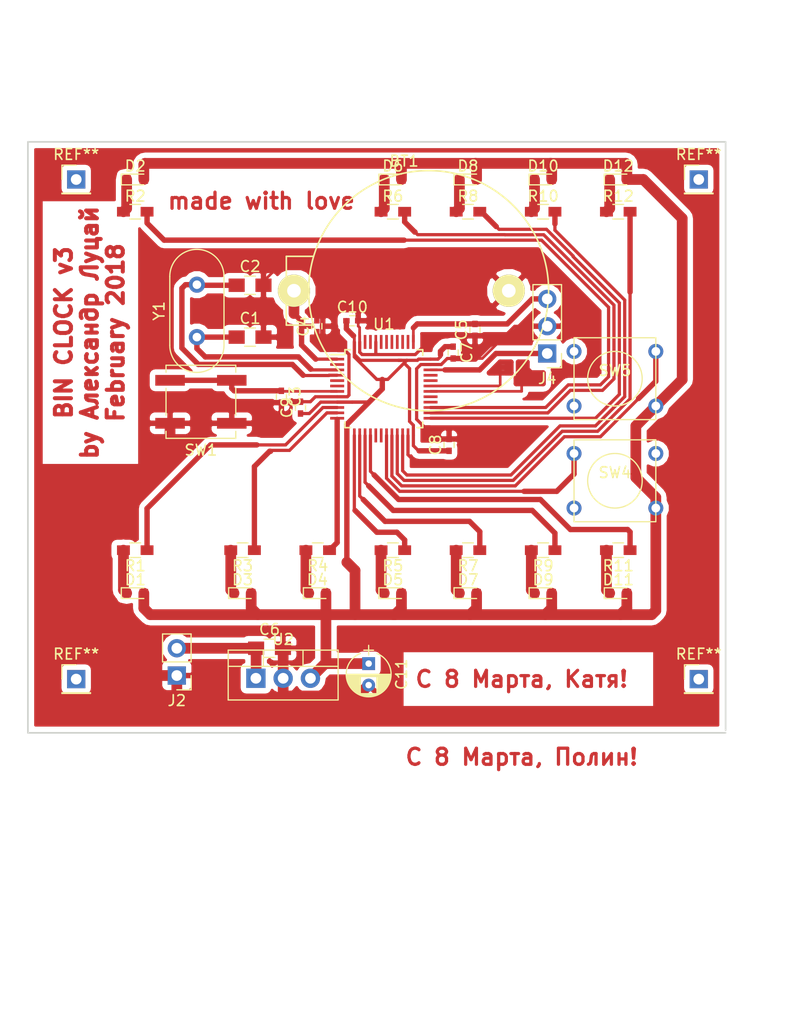
<source format=kicad_pcb>
(kicad_pcb (version 4) (host pcbnew 4.0.7)

  (general
    (links 88)
    (no_connects 4)
    (area 92.399999 67.3 170.85 162.100001)
    (thickness 1.6)
    (drawings 25)
    (tracks 451)
    (zones 0)
    (modules 48)
    (nets 55)
  )

  (page A4)
  (layers
    (0 F.Cu signal)
    (31 B.Cu signal)
    (32 B.Adhes user)
    (33 F.Adhes user)
    (34 B.Paste user)
    (35 F.Paste user)
    (36 B.SilkS user)
    (37 F.SilkS user)
    (38 B.Mask user)
    (39 F.Mask user)
    (40 Dwgs.User user)
    (41 Cmts.User user)
    (42 Eco1.User user)
    (43 Eco2.User user)
    (44 Edge.Cuts user)
    (45 Margin user)
    (46 B.CrtYd user)
    (47 F.CrtYd user)
    (48 B.Fab user)
    (49 F.Fab user)
  )

  (setup
    (last_trace_width 0.25)
    (user_trace_width 0.3)
    (user_trace_width 0.5)
    (user_trace_width 1)
    (trace_clearance 0.2)
    (zone_clearance 0.508)
    (zone_45_only yes)
    (trace_min 0.15)
    (segment_width 0.2)
    (edge_width 0.15)
    (via_size 0.6)
    (via_drill 0.4)
    (via_min_size 0.4)
    (via_min_drill 0.3)
    (uvia_size 0.3)
    (uvia_drill 0.1)
    (uvias_allowed no)
    (uvia_min_size 0.2)
    (uvia_min_drill 0.1)
    (pcb_text_width 0.3)
    (pcb_text_size 1.5 1.5)
    (mod_edge_width 0.15)
    (mod_text_size 1 1)
    (mod_text_width 0.15)
    (pad_size 1.524 1.524)
    (pad_drill 0.762)
    (pad_to_mask_clearance 0.2)
    (aux_axis_origin 0 0)
    (visible_elements FFFFFF7F)
    (pcbplotparams
      (layerselection 0x00000_00000001)
      (usegerberextensions false)
      (excludeedgelayer true)
      (linewidth 0.100000)
      (plotframeref false)
      (viasonmask false)
      (mode 1)
      (useauxorigin false)
      (hpglpennumber 1)
      (hpglpenspeed 20)
      (hpglpendiameter 15)
      (hpglpenoverlay 2)
      (psnegative true)
      (psa4output false)
      (plotreference true)
      (plotvalue true)
      (plotinvisibletext false)
      (padsonsilk false)
      (subtractmaskfromsilk false)
      (outputformat 5)
      (mirror true)
      (drillshape 1)
      (scaleselection 1)
      (outputdirectory svg))
  )

  (net 0 "")
  (net 1 "Net-(C1-Pad1)")
  (net 2 GND)
  (net 3 "Net-(C2-Pad1)")
  (net 4 "Net-(C3-Pad1)")
  (net 5 "Net-(C5-Pad2)")
  (net 6 "Net-(C6-Pad1)")
  (net 7 +3V3)
  (net 8 "Net-(D1-Pad1)")
  (net 9 "Net-(D2-Pad1)")
  (net 10 "Net-(D3-Pad1)")
  (net 11 "Net-(D4-Pad1)")
  (net 12 "Net-(D5-Pad1)")
  (net 13 "Net-(D6-Pad1)")
  (net 14 "Net-(D7-Pad1)")
  (net 15 "Net-(D8-Pad1)")
  (net 16 "Net-(D9-Pad1)")
  (net 17 "Net-(D10-Pad1)")
  (net 18 "Net-(D11-Pad1)")
  (net 19 "Net-(D12-Pad1)")
  (net 20 "Net-(J3-Pad2)")
  (net 21 "Net-(J4-Pad1)")
  (net 22 /SEC)
  (net 23 /PM)
  (net 24 /m32)
  (net 25 /m16)
  (net 26 /m8)
  (net 27 /h8)
  (net 28 /m4)
  (net 29 /h4)
  (net 30 /m2)
  (net 31 /h2)
  (net 32 /m1)
  (net 33 /h1)
  (net 34 "Net-(U1-Pad2)")
  (net 35 "Net-(U1-Pad5)")
  (net 36 "Net-(U1-Pad6)")
  (net 37 "Net-(U1-Pad28)")
  (net 38 "Net-(U1-Pad29)")
  (net 39 "Net-(U1-Pad32)")
  (net 40 "Net-(U1-Pad33)")
  (net 41 "Net-(U1-Pad38)")
  (net 42 "Net-(U1-Pad39)")
  (net 43 "Net-(U1-Pad40)")
  (net 44 "Net-(U1-Pad41)")
  (net 45 "Net-(U1-Pad42)")
  (net 46 "Net-(U1-Pad43)")
  (net 47 "Net-(U1-Pad45)")
  (net 48 "Net-(U1-Pad46)")
  (net 49 "Net-(J3-Pad1)")
  (net 50 /b1)
  (net 51 /b2)
  (net 52 /b3)
  (net 53 /b4)
  (net 54 "Net-(BT1-Pad1)")

  (net_class Default "This is the default net class."
    (clearance 0.2)
    (trace_width 0.25)
    (via_dia 0.6)
    (via_drill 0.4)
    (uvia_dia 0.3)
    (uvia_drill 0.1)
    (add_net +3V3)
    (add_net /PM)
    (add_net /SEC)
    (add_net /b1)
    (add_net /b2)
    (add_net /b3)
    (add_net /b4)
    (add_net /h1)
    (add_net /h2)
    (add_net /h4)
    (add_net /h8)
    (add_net /m1)
    (add_net /m16)
    (add_net /m2)
    (add_net /m32)
    (add_net /m4)
    (add_net /m8)
    (add_net GND)
    (add_net "Net-(BT1-Pad1)")
    (add_net "Net-(C1-Pad1)")
    (add_net "Net-(C2-Pad1)")
    (add_net "Net-(C3-Pad1)")
    (add_net "Net-(C5-Pad2)")
    (add_net "Net-(C6-Pad1)")
    (add_net "Net-(D1-Pad1)")
    (add_net "Net-(D10-Pad1)")
    (add_net "Net-(D11-Pad1)")
    (add_net "Net-(D12-Pad1)")
    (add_net "Net-(D2-Pad1)")
    (add_net "Net-(D3-Pad1)")
    (add_net "Net-(D4-Pad1)")
    (add_net "Net-(D5-Pad1)")
    (add_net "Net-(D6-Pad1)")
    (add_net "Net-(D7-Pad1)")
    (add_net "Net-(D8-Pad1)")
    (add_net "Net-(D9-Pad1)")
    (add_net "Net-(J3-Pad1)")
    (add_net "Net-(J3-Pad2)")
    (add_net "Net-(J4-Pad1)")
    (add_net "Net-(U1-Pad2)")
    (add_net "Net-(U1-Pad28)")
    (add_net "Net-(U1-Pad29)")
    (add_net "Net-(U1-Pad32)")
    (add_net "Net-(U1-Pad33)")
    (add_net "Net-(U1-Pad38)")
    (add_net "Net-(U1-Pad39)")
    (add_net "Net-(U1-Pad40)")
    (add_net "Net-(U1-Pad41)")
    (add_net "Net-(U1-Pad42)")
    (add_net "Net-(U1-Pad43)")
    (add_net "Net-(U1-Pad45)")
    (add_net "Net-(U1-Pad46)")
    (add_net "Net-(U1-Pad5)")
    (add_net "Net-(U1-Pad6)")
  )

  (module Resistors_SMD:R_0603_HandSoldering (layer F.Cu) (tedit 58AAD9E8) (tstamp 58EFDAA8)
    (at 129 86.5)
    (descr "Resistor SMD 0603, hand soldering")
    (tags "resistor 0603")
    (path /58F01F0F)
    (attr smd)
    (fp_text reference R6 (at 0 -1.45) (layer F.SilkS)
      (effects (font (size 1 1) (thickness 0.15)))
    )
    (fp_text value 330 (at 0 1.55) (layer F.Fab)
      (effects (font (size 1 1) (thickness 0.15)))
    )
    (fp_text user %R (at 0 -1.45) (layer F.Fab)
      (effects (font (size 1 1) (thickness 0.15)))
    )
    (fp_line (start -0.8 0.4) (end -0.8 -0.4) (layer F.Fab) (width 0.1))
    (fp_line (start 0.8 0.4) (end -0.8 0.4) (layer F.Fab) (width 0.1))
    (fp_line (start 0.8 -0.4) (end 0.8 0.4) (layer F.Fab) (width 0.1))
    (fp_line (start -0.8 -0.4) (end 0.8 -0.4) (layer F.Fab) (width 0.1))
    (fp_line (start 0.5 0.68) (end -0.5 0.68) (layer F.SilkS) (width 0.12))
    (fp_line (start -0.5 -0.68) (end 0.5 -0.68) (layer F.SilkS) (width 0.12))
    (fp_line (start -1.96 -0.7) (end 1.95 -0.7) (layer F.CrtYd) (width 0.05))
    (fp_line (start -1.96 -0.7) (end -1.96 0.7) (layer F.CrtYd) (width 0.05))
    (fp_line (start 1.95 0.7) (end 1.95 -0.7) (layer F.CrtYd) (width 0.05))
    (fp_line (start 1.95 0.7) (end -1.96 0.7) (layer F.CrtYd) (width 0.05))
    (pad 1 smd rect (at -1.1 0) (size 1.2 0.9) (layers F.Cu F.Paste F.Mask)
      (net 13 "Net-(D6-Pad1)"))
    (pad 2 smd rect (at 1.1 0) (size 1.2 0.9) (layers F.Cu F.Paste F.Mask)
      (net 27 /h8))
    (model Resistors_SMD.3dshapes/R_0603.wrl
      (at (xyz 0 0 0))
      (scale (xyz 1 1 1))
      (rotate (xyz 0 0 0))
    )
  )

  (module Buttons_Switches_THT:SW_PUSH_SMALL (layer F.Cu) (tedit 0) (tstamp 58EFE802)
    (at 149.69 102.04)
    (path /58F0C788)
    (fp_text reference SW5 (at 0 -0.762) (layer F.SilkS)
      (effects (font (size 1 1) (thickness 0.15)))
    )
    (fp_text value SW_Push (at 0 1.016) (layer F.Fab)
      (effects (font (size 1 1) (thickness 0.15)))
    )
    (fp_circle (center 0 0) (end 0 -2.54) (layer F.SilkS) (width 0.12))
    (fp_line (start -3.81 -3.81) (end 3.81 -3.81) (layer F.SilkS) (width 0.12))
    (fp_line (start 3.81 -3.81) (end 3.81 3.81) (layer F.SilkS) (width 0.12))
    (fp_line (start 3.81 3.81) (end -3.81 3.81) (layer F.SilkS) (width 0.12))
    (fp_line (start -3.81 -3.81) (end -3.81 3.81) (layer F.SilkS) (width 0.12))
    (pad 1 thru_hole circle (at 3.81 -2.54) (size 1.397 1.397) (drill 0.8128) (layers *.Cu *.Mask)
      (net 53 /b4))
    (pad 2 thru_hole circle (at 3.81 2.54) (size 1.397 1.397) (drill 0.8128) (layers *.Cu *.Mask)
      (net 7 +3V3))
    (pad 1 thru_hole circle (at -3.81 -2.54) (size 1.397 1.397) (drill 0.8128) (layers *.Cu *.Mask)
      (net 53 /b4))
    (pad 2 thru_hole circle (at -3.81 2.54) (size 1.397 1.397) (drill 0.8128) (layers *.Cu *.Mask)
      (net 7 +3V3))
  )

  (module Capacitors_SMD:C_0402 (layer F.Cu) (tedit 58AA841A) (tstamp 58EFD9F7)
    (at 121.92 97.155 90)
    (descr "Capacitor SMD 0402, reflow soldering, AVX (see smccp.pdf)")
    (tags "capacitor 0402")
    (path /58F083DC)
    (attr smd)
    (fp_text reference C4 (at 0 -1.27 90) (layer F.SilkS)
      (effects (font (size 1 1) (thickness 0.15)))
    )
    (fp_text value 0.1uF (at 0 1.27 90) (layer F.Fab)
      (effects (font (size 1 1) (thickness 0.15)))
    )
    (fp_text user %R (at 0 -1.27 90) (layer F.Fab)
      (effects (font (size 1 1) (thickness 0.15)))
    )
    (fp_line (start -0.5 0.25) (end -0.5 -0.25) (layer F.Fab) (width 0.1))
    (fp_line (start 0.5 0.25) (end -0.5 0.25) (layer F.Fab) (width 0.1))
    (fp_line (start 0.5 -0.25) (end 0.5 0.25) (layer F.Fab) (width 0.1))
    (fp_line (start -0.5 -0.25) (end 0.5 -0.25) (layer F.Fab) (width 0.1))
    (fp_line (start 0.25 -0.47) (end -0.25 -0.47) (layer F.SilkS) (width 0.12))
    (fp_line (start -0.25 0.47) (end 0.25 0.47) (layer F.SilkS) (width 0.12))
    (fp_line (start -1 -0.4) (end 1 -0.4) (layer F.CrtYd) (width 0.05))
    (fp_line (start -1 -0.4) (end -1 0.4) (layer F.CrtYd) (width 0.05))
    (fp_line (start 1 0.4) (end 1 -0.4) (layer F.CrtYd) (width 0.05))
    (fp_line (start 1 0.4) (end -1 0.4) (layer F.CrtYd) (width 0.05))
    (pad 1 smd rect (at -0.55 0 90) (size 0.6 0.5) (layers F.Cu F.Paste F.Mask)
      (net 54 "Net-(BT1-Pad1)"))
    (pad 2 smd rect (at 0.55 0 90) (size 0.6 0.5) (layers F.Cu F.Paste F.Mask)
      (net 2 GND))
    (model Capacitors_SMD.3dshapes/C_0402.wrl
      (at (xyz 0 0 0))
      (scale (xyz 1 1 1))
      (rotate (xyz 0 0 0))
    )
  )

  (module Resistors_SMD:R_0603_HandSoldering (layer F.Cu) (tedit 58AAD9E8) (tstamp 58EFDA96)
    (at 115 118 180)
    (descr "Resistor SMD 0603, hand soldering")
    (tags "resistor 0603")
    (path /58F01B66)
    (attr smd)
    (fp_text reference R3 (at 0 -1.45 180) (layer F.SilkS)
      (effects (font (size 1 1) (thickness 0.15)))
    )
    (fp_text value 330 (at 0 1.55 180) (layer F.Fab)
      (effects (font (size 1 1) (thickness 0.15)))
    )
    (fp_text user %R (at 0 -1.45 180) (layer F.Fab)
      (effects (font (size 1 1) (thickness 0.15)))
    )
    (fp_line (start -0.8 0.4) (end -0.8 -0.4) (layer F.Fab) (width 0.1))
    (fp_line (start 0.8 0.4) (end -0.8 0.4) (layer F.Fab) (width 0.1))
    (fp_line (start 0.8 -0.4) (end 0.8 0.4) (layer F.Fab) (width 0.1))
    (fp_line (start -0.8 -0.4) (end 0.8 -0.4) (layer F.Fab) (width 0.1))
    (fp_line (start 0.5 0.68) (end -0.5 0.68) (layer F.SilkS) (width 0.12))
    (fp_line (start -0.5 -0.68) (end 0.5 -0.68) (layer F.SilkS) (width 0.12))
    (fp_line (start -1.96 -0.7) (end 1.95 -0.7) (layer F.CrtYd) (width 0.05))
    (fp_line (start -1.96 -0.7) (end -1.96 0.7) (layer F.CrtYd) (width 0.05))
    (fp_line (start 1.95 0.7) (end 1.95 -0.7) (layer F.CrtYd) (width 0.05))
    (fp_line (start 1.95 0.7) (end -1.96 0.7) (layer F.CrtYd) (width 0.05))
    (pad 1 smd rect (at -1.1 0 180) (size 1.2 0.9) (layers F.Cu F.Paste F.Mask)
      (net 24 /m32))
    (pad 2 smd rect (at 1.1 0 180) (size 1.2 0.9) (layers F.Cu F.Paste F.Mask)
      (net 10 "Net-(D3-Pad1)"))
    (model Resistors_SMD.3dshapes/R_0603.wrl
      (at (xyz 0 0 0))
      (scale (xyz 1 1 1))
      (rotate (xyz 0 0 0))
    )
  )

  (module Resistors_SMD:R_0603_HandSoldering (layer F.Cu) (tedit 58AAD9E8) (tstamp 58EFDA9C)
    (at 122 118 180)
    (descr "Resistor SMD 0603, hand soldering")
    (tags "resistor 0603")
    (path /58F01BCD)
    (attr smd)
    (fp_text reference R4 (at 0 -1.45 180) (layer F.SilkS)
      (effects (font (size 1 1) (thickness 0.15)))
    )
    (fp_text value 330 (at 0 1.55 180) (layer F.Fab)
      (effects (font (size 1 1) (thickness 0.15)))
    )
    (fp_text user %R (at 0 -1.45 180) (layer F.Fab)
      (effects (font (size 1 1) (thickness 0.15)))
    )
    (fp_line (start -0.8 0.4) (end -0.8 -0.4) (layer F.Fab) (width 0.1))
    (fp_line (start 0.8 0.4) (end -0.8 0.4) (layer F.Fab) (width 0.1))
    (fp_line (start 0.8 -0.4) (end 0.8 0.4) (layer F.Fab) (width 0.1))
    (fp_line (start -0.8 -0.4) (end 0.8 -0.4) (layer F.Fab) (width 0.1))
    (fp_line (start 0.5 0.68) (end -0.5 0.68) (layer F.SilkS) (width 0.12))
    (fp_line (start -0.5 -0.68) (end 0.5 -0.68) (layer F.SilkS) (width 0.12))
    (fp_line (start -1.96 -0.7) (end 1.95 -0.7) (layer F.CrtYd) (width 0.05))
    (fp_line (start -1.96 -0.7) (end -1.96 0.7) (layer F.CrtYd) (width 0.05))
    (fp_line (start 1.95 0.7) (end 1.95 -0.7) (layer F.CrtYd) (width 0.05))
    (fp_line (start 1.95 0.7) (end -1.96 0.7) (layer F.CrtYd) (width 0.05))
    (pad 1 smd rect (at -1.1 0 180) (size 1.2 0.9) (layers F.Cu F.Paste F.Mask)
      (net 25 /m16))
    (pad 2 smd rect (at 1.1 0 180) (size 1.2 0.9) (layers F.Cu F.Paste F.Mask)
      (net 11 "Net-(D4-Pad1)"))
    (model Resistors_SMD.3dshapes/R_0603.wrl
      (at (xyz 0 0 0))
      (scale (xyz 1 1 1))
      (rotate (xyz 0 0 0))
    )
  )

  (module Resistors_SMD:R_0603_HandSoldering (layer F.Cu) (tedit 58AAD9E8) (tstamp 58EFDAA2)
    (at 129 118 180)
    (descr "Resistor SMD 0603, hand soldering")
    (tags "resistor 0603")
    (path /58F01CA5)
    (attr smd)
    (fp_text reference R5 (at 0 -1.45 180) (layer F.SilkS)
      (effects (font (size 1 1) (thickness 0.15)))
    )
    (fp_text value 330 (at 0 1.55 180) (layer F.Fab)
      (effects (font (size 1 1) (thickness 0.15)))
    )
    (fp_text user %R (at 0 -1.45 180) (layer F.Fab)
      (effects (font (size 1 1) (thickness 0.15)))
    )
    (fp_line (start -0.8 0.4) (end -0.8 -0.4) (layer F.Fab) (width 0.1))
    (fp_line (start 0.8 0.4) (end -0.8 0.4) (layer F.Fab) (width 0.1))
    (fp_line (start 0.8 -0.4) (end 0.8 0.4) (layer F.Fab) (width 0.1))
    (fp_line (start -0.8 -0.4) (end 0.8 -0.4) (layer F.Fab) (width 0.1))
    (fp_line (start 0.5 0.68) (end -0.5 0.68) (layer F.SilkS) (width 0.12))
    (fp_line (start -0.5 -0.68) (end 0.5 -0.68) (layer F.SilkS) (width 0.12))
    (fp_line (start -1.96 -0.7) (end 1.95 -0.7) (layer F.CrtYd) (width 0.05))
    (fp_line (start -1.96 -0.7) (end -1.96 0.7) (layer F.CrtYd) (width 0.05))
    (fp_line (start 1.95 0.7) (end 1.95 -0.7) (layer F.CrtYd) (width 0.05))
    (fp_line (start 1.95 0.7) (end -1.96 0.7) (layer F.CrtYd) (width 0.05))
    (pad 1 smd rect (at -1.1 0 180) (size 1.2 0.9) (layers F.Cu F.Paste F.Mask)
      (net 26 /m8))
    (pad 2 smd rect (at 1.1 0 180) (size 1.2 0.9) (layers F.Cu F.Paste F.Mask)
      (net 12 "Net-(D5-Pad1)"))
    (model Resistors_SMD.3dshapes/R_0603.wrl
      (at (xyz 0 0 0))
      (scale (xyz 1 1 1))
      (rotate (xyz 0 0 0))
    )
  )

  (module Capacitors_SMD:C_0805_HandSoldering (layer F.Cu) (tedit 58AA84A8) (tstamp 58EFD9E5)
    (at 115.697 98.171)
    (descr "Capacitor SMD 0805, hand soldering")
    (tags "capacitor 0805")
    (path /58F0154D)
    (attr smd)
    (fp_text reference C1 (at 0 -1.75) (layer F.SilkS)
      (effects (font (size 1 1) (thickness 0.15)))
    )
    (fp_text value 14pF (at 0 1.75) (layer F.Fab)
      (effects (font (size 1 1) (thickness 0.15)))
    )
    (fp_text user %R (at 0 -1.75) (layer F.Fab)
      (effects (font (size 1 1) (thickness 0.15)))
    )
    (fp_line (start -1 0.62) (end -1 -0.62) (layer F.Fab) (width 0.1))
    (fp_line (start 1 0.62) (end -1 0.62) (layer F.Fab) (width 0.1))
    (fp_line (start 1 -0.62) (end 1 0.62) (layer F.Fab) (width 0.1))
    (fp_line (start -1 -0.62) (end 1 -0.62) (layer F.Fab) (width 0.1))
    (fp_line (start 0.5 -0.85) (end -0.5 -0.85) (layer F.SilkS) (width 0.12))
    (fp_line (start -0.5 0.85) (end 0.5 0.85) (layer F.SilkS) (width 0.12))
    (fp_line (start -2.25 -0.88) (end 2.25 -0.88) (layer F.CrtYd) (width 0.05))
    (fp_line (start -2.25 -0.88) (end -2.25 0.87) (layer F.CrtYd) (width 0.05))
    (fp_line (start 2.25 0.87) (end 2.25 -0.88) (layer F.CrtYd) (width 0.05))
    (fp_line (start 2.25 0.87) (end -2.25 0.87) (layer F.CrtYd) (width 0.05))
    (pad 1 smd rect (at -1.25 0) (size 1.5 1.25) (layers F.Cu F.Paste F.Mask)
      (net 1 "Net-(C1-Pad1)"))
    (pad 2 smd rect (at 1.25 0) (size 1.5 1.25) (layers F.Cu F.Paste F.Mask)
      (net 2 GND))
    (model Capacitors_SMD.3dshapes/C_0805.wrl
      (at (xyz 0 0 0))
      (scale (xyz 1 1 1))
      (rotate (xyz 0 0 0))
    )
  )

  (module Capacitors_SMD:C_0805_HandSoldering (layer F.Cu) (tedit 58AA84A8) (tstamp 58EFD9EB)
    (at 115.697 93.345)
    (descr "Capacitor SMD 0805, hand soldering")
    (tags "capacitor 0805")
    (path /58F014B9)
    (attr smd)
    (fp_text reference C2 (at 0 -1.75) (layer F.SilkS)
      (effects (font (size 1 1) (thickness 0.15)))
    )
    (fp_text value 14pF (at 0 1.75) (layer F.Fab)
      (effects (font (size 1 1) (thickness 0.15)))
    )
    (fp_text user %R (at 0 -1.75) (layer F.Fab)
      (effects (font (size 1 1) (thickness 0.15)))
    )
    (fp_line (start -1 0.62) (end -1 -0.62) (layer F.Fab) (width 0.1))
    (fp_line (start 1 0.62) (end -1 0.62) (layer F.Fab) (width 0.1))
    (fp_line (start 1 -0.62) (end 1 0.62) (layer F.Fab) (width 0.1))
    (fp_line (start -1 -0.62) (end 1 -0.62) (layer F.Fab) (width 0.1))
    (fp_line (start 0.5 -0.85) (end -0.5 -0.85) (layer F.SilkS) (width 0.12))
    (fp_line (start -0.5 0.85) (end 0.5 0.85) (layer F.SilkS) (width 0.12))
    (fp_line (start -2.25 -0.88) (end 2.25 -0.88) (layer F.CrtYd) (width 0.05))
    (fp_line (start -2.25 -0.88) (end -2.25 0.87) (layer F.CrtYd) (width 0.05))
    (fp_line (start 2.25 0.87) (end 2.25 -0.88) (layer F.CrtYd) (width 0.05))
    (fp_line (start 2.25 0.87) (end -2.25 0.87) (layer F.CrtYd) (width 0.05))
    (pad 1 smd rect (at -1.25 0) (size 1.5 1.25) (layers F.Cu F.Paste F.Mask)
      (net 3 "Net-(C2-Pad1)"))
    (pad 2 smd rect (at 1.25 0) (size 1.5 1.25) (layers F.Cu F.Paste F.Mask)
      (net 2 GND))
    (model Capacitors_SMD.3dshapes/C_0805.wrl
      (at (xyz 0 0 0))
      (scale (xyz 1 1 1))
      (rotate (xyz 0 0 0))
    )
  )

  (module Capacitors_SMD:C_0402 (layer F.Cu) (tedit 58AA841A) (tstamp 58EFD9F1)
    (at 118.618 103.717 270)
    (descr "Capacitor SMD 0402, reflow soldering, AVX (see smccp.pdf)")
    (tags "capacitor 0402")
    (path /58F031E7)
    (attr smd)
    (fp_text reference C3 (at 0 -1.27 270) (layer F.SilkS)
      (effects (font (size 1 1) (thickness 0.15)))
    )
    (fp_text value 0.1uF (at 0 1.27 270) (layer F.Fab)
      (effects (font (size 1 1) (thickness 0.15)))
    )
    (fp_text user %R (at 0 -1.27 270) (layer F.Fab)
      (effects (font (size 1 1) (thickness 0.15)))
    )
    (fp_line (start -0.5 0.25) (end -0.5 -0.25) (layer F.Fab) (width 0.1))
    (fp_line (start 0.5 0.25) (end -0.5 0.25) (layer F.Fab) (width 0.1))
    (fp_line (start 0.5 -0.25) (end 0.5 0.25) (layer F.Fab) (width 0.1))
    (fp_line (start -0.5 -0.25) (end 0.5 -0.25) (layer F.Fab) (width 0.1))
    (fp_line (start 0.25 -0.47) (end -0.25 -0.47) (layer F.SilkS) (width 0.12))
    (fp_line (start -0.25 0.47) (end 0.25 0.47) (layer F.SilkS) (width 0.12))
    (fp_line (start -1 -0.4) (end 1 -0.4) (layer F.CrtYd) (width 0.05))
    (fp_line (start -1 -0.4) (end -1 0.4) (layer F.CrtYd) (width 0.05))
    (fp_line (start 1 0.4) (end 1 -0.4) (layer F.CrtYd) (width 0.05))
    (fp_line (start 1 0.4) (end -1 0.4) (layer F.CrtYd) (width 0.05))
    (pad 1 smd rect (at -0.55 0 270) (size 0.6 0.5) (layers F.Cu F.Paste F.Mask)
      (net 4 "Net-(C3-Pad1)"))
    (pad 2 smd rect (at 0.55 0 270) (size 0.6 0.5) (layers F.Cu F.Paste F.Mask)
      (net 2 GND))
    (model Capacitors_SMD.3dshapes/C_0402.wrl
      (at (xyz 0 0 0))
      (scale (xyz 1 1 1))
      (rotate (xyz 0 0 0))
    )
  )

  (module Capacitors_SMD:C_0402 (layer F.Cu) (tedit 58AA841A) (tstamp 58EFD9FD)
    (at 136.652 97.494 90)
    (descr "Capacitor SMD 0402, reflow soldering, AVX (see smccp.pdf)")
    (tags "capacitor 0402")
    (path /58F06549)
    (attr smd)
    (fp_text reference C5 (at 0 -1.27 90) (layer F.SilkS)
      (effects (font (size 1 1) (thickness 0.15)))
    )
    (fp_text value 1nF (at 0 1.27 90) (layer F.Fab)
      (effects (font (size 1 1) (thickness 0.15)))
    )
    (fp_text user %R (at 0 -1.27 90) (layer F.Fab)
      (effects (font (size 1 1) (thickness 0.15)))
    )
    (fp_line (start -0.5 0.25) (end -0.5 -0.25) (layer F.Fab) (width 0.1))
    (fp_line (start 0.5 0.25) (end -0.5 0.25) (layer F.Fab) (width 0.1))
    (fp_line (start 0.5 -0.25) (end 0.5 0.25) (layer F.Fab) (width 0.1))
    (fp_line (start -0.5 -0.25) (end 0.5 -0.25) (layer F.Fab) (width 0.1))
    (fp_line (start 0.25 -0.47) (end -0.25 -0.47) (layer F.SilkS) (width 0.12))
    (fp_line (start -0.25 0.47) (end 0.25 0.47) (layer F.SilkS) (width 0.12))
    (fp_line (start -1 -0.4) (end 1 -0.4) (layer F.CrtYd) (width 0.05))
    (fp_line (start -1 -0.4) (end -1 0.4) (layer F.CrtYd) (width 0.05))
    (fp_line (start 1 0.4) (end 1 -0.4) (layer F.CrtYd) (width 0.05))
    (fp_line (start 1 0.4) (end -1 0.4) (layer F.CrtYd) (width 0.05))
    (pad 1 smd rect (at -0.55 0 90) (size 0.6 0.5) (layers F.Cu F.Paste F.Mask)
      (net 2 GND))
    (pad 2 smd rect (at 0.55 0 90) (size 0.6 0.5) (layers F.Cu F.Paste F.Mask)
      (net 5 "Net-(C5-Pad2)"))
    (model Capacitors_SMD.3dshapes/C_0402.wrl
      (at (xyz 0 0 0))
      (scale (xyz 1 1 1))
      (rotate (xyz 0 0 0))
    )
  )

  (module Capacitors_SMD:C_0402 (layer F.Cu) (tedit 58AA841A) (tstamp 58EFDA09)
    (at 134.62 99.61 270)
    (descr "Capacitor SMD 0402, reflow soldering, AVX (see smccp.pdf)")
    (tags "capacitor 0402")
    (path /58F05AAE)
    (attr smd)
    (fp_text reference C7 (at 0 -1.27 270) (layer F.SilkS)
      (effects (font (size 1 1) (thickness 0.15)))
    )
    (fp_text value 0.1uF (at 0 1.27 270) (layer F.Fab)
      (effects (font (size 1 1) (thickness 0.15)))
    )
    (fp_text user %R (at 0 -1.27 270) (layer F.Fab)
      (effects (font (size 1 1) (thickness 0.15)))
    )
    (fp_line (start -0.5 0.25) (end -0.5 -0.25) (layer F.Fab) (width 0.1))
    (fp_line (start 0.5 0.25) (end -0.5 0.25) (layer F.Fab) (width 0.1))
    (fp_line (start 0.5 -0.25) (end 0.5 0.25) (layer F.Fab) (width 0.1))
    (fp_line (start -0.5 -0.25) (end 0.5 -0.25) (layer F.Fab) (width 0.1))
    (fp_line (start 0.25 -0.47) (end -0.25 -0.47) (layer F.SilkS) (width 0.12))
    (fp_line (start -0.25 0.47) (end 0.25 0.47) (layer F.SilkS) (width 0.12))
    (fp_line (start -1 -0.4) (end 1 -0.4) (layer F.CrtYd) (width 0.05))
    (fp_line (start -1 -0.4) (end -1 0.4) (layer F.CrtYd) (width 0.05))
    (fp_line (start 1 0.4) (end 1 -0.4) (layer F.CrtYd) (width 0.05))
    (fp_line (start 1 0.4) (end -1 0.4) (layer F.CrtYd) (width 0.05))
    (pad 1 smd rect (at -0.55 0 270) (size 0.6 0.5) (layers F.Cu F.Paste F.Mask)
      (net 7 +3V3))
    (pad 2 smd rect (at 0.55 0 270) (size 0.6 0.5) (layers F.Cu F.Paste F.Mask)
      (net 2 GND))
    (model Capacitors_SMD.3dshapes/C_0402.wrl
      (at (xyz 0 0 0))
      (scale (xyz 1 1 1))
      (rotate (xyz 0 0 0))
    )
  )

  (module Capacitors_SMD:C_0402 (layer F.Cu) (tedit 58AA841A) (tstamp 58EFDA15)
    (at 120.396 104.733 90)
    (descr "Capacitor SMD 0402, reflow soldering, AVX (see smccp.pdf)")
    (tags "capacitor 0402")
    (path /58F05CAB)
    (attr smd)
    (fp_text reference C9 (at 0 -1.27 90) (layer F.SilkS)
      (effects (font (size 1 1) (thickness 0.15)))
    )
    (fp_text value 0.1uF (at 0 1.27 90) (layer F.Fab)
      (effects (font (size 1 1) (thickness 0.15)))
    )
    (fp_text user %R (at 0 -1.27 90) (layer F.Fab)
      (effects (font (size 1 1) (thickness 0.15)))
    )
    (fp_line (start -0.5 0.25) (end -0.5 -0.25) (layer F.Fab) (width 0.1))
    (fp_line (start 0.5 0.25) (end -0.5 0.25) (layer F.Fab) (width 0.1))
    (fp_line (start 0.5 -0.25) (end 0.5 0.25) (layer F.Fab) (width 0.1))
    (fp_line (start -0.5 -0.25) (end 0.5 -0.25) (layer F.Fab) (width 0.1))
    (fp_line (start 0.25 -0.47) (end -0.25 -0.47) (layer F.SilkS) (width 0.12))
    (fp_line (start -0.25 0.47) (end 0.25 0.47) (layer F.SilkS) (width 0.12))
    (fp_line (start -1 -0.4) (end 1 -0.4) (layer F.CrtYd) (width 0.05))
    (fp_line (start -1 -0.4) (end -1 0.4) (layer F.CrtYd) (width 0.05))
    (fp_line (start 1 0.4) (end 1 -0.4) (layer F.CrtYd) (width 0.05))
    (fp_line (start 1 0.4) (end -1 0.4) (layer F.CrtYd) (width 0.05))
    (pad 1 smd rect (at -0.55 0 90) (size 0.6 0.5) (layers F.Cu F.Paste F.Mask)
      (net 7 +3V3))
    (pad 2 smd rect (at 0.55 0 90) (size 0.6 0.5) (layers F.Cu F.Paste F.Mask)
      (net 2 GND))
    (model Capacitors_SMD.3dshapes/C_0402.wrl
      (at (xyz 0 0 0))
      (scale (xyz 1 1 1))
      (rotate (xyz 0 0 0))
    )
  )

  (module Capacitors_SMD:C_0402 (layer F.Cu) (tedit 58AA841A) (tstamp 58EFDA1B)
    (at 125.222 96.647)
    (descr "Capacitor SMD 0402, reflow soldering, AVX (see smccp.pdf)")
    (tags "capacitor 0402")
    (path /58F05D3D)
    (attr smd)
    (fp_text reference C10 (at 0 -1.27) (layer F.SilkS)
      (effects (font (size 1 1) (thickness 0.15)))
    )
    (fp_text value 0.1uF (at 0 1.27) (layer F.Fab)
      (effects (font (size 1 1) (thickness 0.15)))
    )
    (fp_text user %R (at 0 -1.27) (layer F.Fab)
      (effects (font (size 1 1) (thickness 0.15)))
    )
    (fp_line (start -0.5 0.25) (end -0.5 -0.25) (layer F.Fab) (width 0.1))
    (fp_line (start 0.5 0.25) (end -0.5 0.25) (layer F.Fab) (width 0.1))
    (fp_line (start 0.5 -0.25) (end 0.5 0.25) (layer F.Fab) (width 0.1))
    (fp_line (start -0.5 -0.25) (end 0.5 -0.25) (layer F.Fab) (width 0.1))
    (fp_line (start 0.25 -0.47) (end -0.25 -0.47) (layer F.SilkS) (width 0.12))
    (fp_line (start -0.25 0.47) (end 0.25 0.47) (layer F.SilkS) (width 0.12))
    (fp_line (start -1 -0.4) (end 1 -0.4) (layer F.CrtYd) (width 0.05))
    (fp_line (start -1 -0.4) (end -1 0.4) (layer F.CrtYd) (width 0.05))
    (fp_line (start 1 0.4) (end 1 -0.4) (layer F.CrtYd) (width 0.05))
    (fp_line (start 1 0.4) (end -1 0.4) (layer F.CrtYd) (width 0.05))
    (pad 1 smd rect (at -0.55 0) (size 0.6 0.5) (layers F.Cu F.Paste F.Mask)
      (net 7 +3V3))
    (pad 2 smd rect (at 0.55 0) (size 0.6 0.5) (layers F.Cu F.Paste F.Mask)
      (net 2 GND))
    (model Capacitors_SMD.3dshapes/C_0402.wrl
      (at (xyz 0 0 0))
      (scale (xyz 1 1 1))
      (rotate (xyz 0 0 0))
    )
  )

  (module LEDs:LED_0603 (layer F.Cu) (tedit 57FE93A5) (tstamp 58EFDA27)
    (at 105 122)
    (descr "LED 0603 smd package")
    (tags "LED led 0603 SMD smd SMT smt smdled SMDLED smtled SMTLED")
    (path /58EFD996)
    (attr smd)
    (fp_text reference D1 (at 0 -1.25) (layer F.SilkS)
      (effects (font (size 1 1) (thickness 0.15)))
    )
    (fp_text value LED (at 0 1.35) (layer F.Fab)
      (effects (font (size 1 1) (thickness 0.15)))
    )
    (fp_line (start -1.3 -0.5) (end -1.3 0.5) (layer F.SilkS) (width 0.12))
    (fp_line (start -0.2 -0.2) (end -0.2 0.2) (layer F.Fab) (width 0.1))
    (fp_line (start -0.15 0) (end 0.15 -0.2) (layer F.Fab) (width 0.1))
    (fp_line (start 0.15 0.2) (end -0.15 0) (layer F.Fab) (width 0.1))
    (fp_line (start 0.15 -0.2) (end 0.15 0.2) (layer F.Fab) (width 0.1))
    (fp_line (start 0.8 0.4) (end -0.8 0.4) (layer F.Fab) (width 0.1))
    (fp_line (start 0.8 -0.4) (end 0.8 0.4) (layer F.Fab) (width 0.1))
    (fp_line (start -0.8 -0.4) (end 0.8 -0.4) (layer F.Fab) (width 0.1))
    (fp_line (start -0.8 0.4) (end -0.8 -0.4) (layer F.Fab) (width 0.1))
    (fp_line (start -1.3 0.5) (end 0.8 0.5) (layer F.SilkS) (width 0.12))
    (fp_line (start -1.3 -0.5) (end 0.8 -0.5) (layer F.SilkS) (width 0.12))
    (fp_line (start 1.45 -0.65) (end 1.45 0.65) (layer F.CrtYd) (width 0.05))
    (fp_line (start 1.45 0.65) (end -1.45 0.65) (layer F.CrtYd) (width 0.05))
    (fp_line (start -1.45 0.65) (end -1.45 -0.65) (layer F.CrtYd) (width 0.05))
    (fp_line (start -1.45 -0.65) (end 1.45 -0.65) (layer F.CrtYd) (width 0.05))
    (pad 2 smd rect (at 0.8 0 180) (size 0.8 0.8) (layers F.Cu F.Paste F.Mask)
      (net 7 +3V3))
    (pad 1 smd rect (at -0.8 0 180) (size 0.8 0.8) (layers F.Cu F.Paste F.Mask)
      (net 8 "Net-(D1-Pad1)"))
    (model LEDs.3dshapes/LED_0603.wrl
      (at (xyz 0 0 0))
      (scale (xyz 1 1 1))
      (rotate (xyz 0 0 180))
    )
  )

  (module LEDs:LED_0603 (layer F.Cu) (tedit 57FE93A5) (tstamp 58EFDA2D)
    (at 105 83.5)
    (descr "LED 0603 smd package")
    (tags "LED led 0603 SMD smd SMT smt smdled SMDLED smtled SMTLED")
    (path /58EFD9A3)
    (attr smd)
    (fp_text reference D2 (at 0 -1.25) (layer F.SilkS)
      (effects (font (size 1 1) (thickness 0.15)))
    )
    (fp_text value LED (at 0 1.35) (layer F.Fab)
      (effects (font (size 1 1) (thickness 0.15)))
    )
    (fp_line (start -1.3 -0.5) (end -1.3 0.5) (layer F.SilkS) (width 0.12))
    (fp_line (start -0.2 -0.2) (end -0.2 0.2) (layer F.Fab) (width 0.1))
    (fp_line (start -0.15 0) (end 0.15 -0.2) (layer F.Fab) (width 0.1))
    (fp_line (start 0.15 0.2) (end -0.15 0) (layer F.Fab) (width 0.1))
    (fp_line (start 0.15 -0.2) (end 0.15 0.2) (layer F.Fab) (width 0.1))
    (fp_line (start 0.8 0.4) (end -0.8 0.4) (layer F.Fab) (width 0.1))
    (fp_line (start 0.8 -0.4) (end 0.8 0.4) (layer F.Fab) (width 0.1))
    (fp_line (start -0.8 -0.4) (end 0.8 -0.4) (layer F.Fab) (width 0.1))
    (fp_line (start -0.8 0.4) (end -0.8 -0.4) (layer F.Fab) (width 0.1))
    (fp_line (start -1.3 0.5) (end 0.8 0.5) (layer F.SilkS) (width 0.12))
    (fp_line (start -1.3 -0.5) (end 0.8 -0.5) (layer F.SilkS) (width 0.12))
    (fp_line (start 1.45 -0.65) (end 1.45 0.65) (layer F.CrtYd) (width 0.05))
    (fp_line (start 1.45 0.65) (end -1.45 0.65) (layer F.CrtYd) (width 0.05))
    (fp_line (start -1.45 0.65) (end -1.45 -0.65) (layer F.CrtYd) (width 0.05))
    (fp_line (start -1.45 -0.65) (end 1.45 -0.65) (layer F.CrtYd) (width 0.05))
    (pad 2 smd rect (at 0.8 0 180) (size 0.8 0.8) (layers F.Cu F.Paste F.Mask)
      (net 7 +3V3))
    (pad 1 smd rect (at -0.8 0 180) (size 0.8 0.8) (layers F.Cu F.Paste F.Mask)
      (net 9 "Net-(D2-Pad1)"))
    (model LEDs.3dshapes/LED_0603.wrl
      (at (xyz 0 0 0))
      (scale (xyz 1 1 1))
      (rotate (xyz 0 0 180))
    )
  )

  (module LEDs:LED_0603 (layer F.Cu) (tedit 57FE93A5) (tstamp 58EFDA33)
    (at 115 122)
    (descr "LED 0603 smd package")
    (tags "LED led 0603 SMD smd SMT smt smdled SMDLED smtled SMTLED")
    (path /58EFC925)
    (attr smd)
    (fp_text reference D3 (at 0 -1.25) (layer F.SilkS)
      (effects (font (size 1 1) (thickness 0.15)))
    )
    (fp_text value LED (at 0 1.35) (layer F.Fab)
      (effects (font (size 1 1) (thickness 0.15)))
    )
    (fp_line (start -1.3 -0.5) (end -1.3 0.5) (layer F.SilkS) (width 0.12))
    (fp_line (start -0.2 -0.2) (end -0.2 0.2) (layer F.Fab) (width 0.1))
    (fp_line (start -0.15 0) (end 0.15 -0.2) (layer F.Fab) (width 0.1))
    (fp_line (start 0.15 0.2) (end -0.15 0) (layer F.Fab) (width 0.1))
    (fp_line (start 0.15 -0.2) (end 0.15 0.2) (layer F.Fab) (width 0.1))
    (fp_line (start 0.8 0.4) (end -0.8 0.4) (layer F.Fab) (width 0.1))
    (fp_line (start 0.8 -0.4) (end 0.8 0.4) (layer F.Fab) (width 0.1))
    (fp_line (start -0.8 -0.4) (end 0.8 -0.4) (layer F.Fab) (width 0.1))
    (fp_line (start -0.8 0.4) (end -0.8 -0.4) (layer F.Fab) (width 0.1))
    (fp_line (start -1.3 0.5) (end 0.8 0.5) (layer F.SilkS) (width 0.12))
    (fp_line (start -1.3 -0.5) (end 0.8 -0.5) (layer F.SilkS) (width 0.12))
    (fp_line (start 1.45 -0.65) (end 1.45 0.65) (layer F.CrtYd) (width 0.05))
    (fp_line (start 1.45 0.65) (end -1.45 0.65) (layer F.CrtYd) (width 0.05))
    (fp_line (start -1.45 0.65) (end -1.45 -0.65) (layer F.CrtYd) (width 0.05))
    (fp_line (start -1.45 -0.65) (end 1.45 -0.65) (layer F.CrtYd) (width 0.05))
    (pad 2 smd rect (at 0.8 0 180) (size 0.8 0.8) (layers F.Cu F.Paste F.Mask)
      (net 7 +3V3))
    (pad 1 smd rect (at -0.8 0 180) (size 0.8 0.8) (layers F.Cu F.Paste F.Mask)
      (net 10 "Net-(D3-Pad1)"))
    (model LEDs.3dshapes/LED_0603.wrl
      (at (xyz 0 0 0))
      (scale (xyz 1 1 1))
      (rotate (xyz 0 0 180))
    )
  )

  (module LEDs:LED_0603 (layer F.Cu) (tedit 57FE93A5) (tstamp 58EFDA39)
    (at 121.965 122)
    (descr "LED 0603 smd package")
    (tags "LED led 0603 SMD smd SMT smt smdled SMDLED smtled SMTLED")
    (path /58EFCE91)
    (attr smd)
    (fp_text reference D4 (at 0 -1.25) (layer F.SilkS)
      (effects (font (size 1 1) (thickness 0.15)))
    )
    (fp_text value LED (at 0 1.35) (layer F.Fab)
      (effects (font (size 1 1) (thickness 0.15)))
    )
    (fp_line (start -1.3 -0.5) (end -1.3 0.5) (layer F.SilkS) (width 0.12))
    (fp_line (start -0.2 -0.2) (end -0.2 0.2) (layer F.Fab) (width 0.1))
    (fp_line (start -0.15 0) (end 0.15 -0.2) (layer F.Fab) (width 0.1))
    (fp_line (start 0.15 0.2) (end -0.15 0) (layer F.Fab) (width 0.1))
    (fp_line (start 0.15 -0.2) (end 0.15 0.2) (layer F.Fab) (width 0.1))
    (fp_line (start 0.8 0.4) (end -0.8 0.4) (layer F.Fab) (width 0.1))
    (fp_line (start 0.8 -0.4) (end 0.8 0.4) (layer F.Fab) (width 0.1))
    (fp_line (start -0.8 -0.4) (end 0.8 -0.4) (layer F.Fab) (width 0.1))
    (fp_line (start -0.8 0.4) (end -0.8 -0.4) (layer F.Fab) (width 0.1))
    (fp_line (start -1.3 0.5) (end 0.8 0.5) (layer F.SilkS) (width 0.12))
    (fp_line (start -1.3 -0.5) (end 0.8 -0.5) (layer F.SilkS) (width 0.12))
    (fp_line (start 1.45 -0.65) (end 1.45 0.65) (layer F.CrtYd) (width 0.05))
    (fp_line (start 1.45 0.65) (end -1.45 0.65) (layer F.CrtYd) (width 0.05))
    (fp_line (start -1.45 0.65) (end -1.45 -0.65) (layer F.CrtYd) (width 0.05))
    (fp_line (start -1.45 -0.65) (end 1.45 -0.65) (layer F.CrtYd) (width 0.05))
    (pad 2 smd rect (at 0.8 0 180) (size 0.8 0.8) (layers F.Cu F.Paste F.Mask)
      (net 7 +3V3))
    (pad 1 smd rect (at -0.8 0 180) (size 0.8 0.8) (layers F.Cu F.Paste F.Mask)
      (net 11 "Net-(D4-Pad1)"))
    (model LEDs.3dshapes/LED_0603.wrl
      (at (xyz 0 0 0))
      (scale (xyz 1 1 1))
      (rotate (xyz 0 0 180))
    )
  )

  (module LEDs:LED_0603 (layer F.Cu) (tedit 57FE93A5) (tstamp 58EFDA3F)
    (at 129 122)
    (descr "LED 0603 smd package")
    (tags "LED led 0603 SMD smd SMT smt smdled SMDLED smtled SMTLED")
    (path /58EFCF3A)
    (attr smd)
    (fp_text reference D5 (at 0 -1.25) (layer F.SilkS)
      (effects (font (size 1 1) (thickness 0.15)))
    )
    (fp_text value LED (at 0 1.35) (layer F.Fab)
      (effects (font (size 1 1) (thickness 0.15)))
    )
    (fp_line (start -1.3 -0.5) (end -1.3 0.5) (layer F.SilkS) (width 0.12))
    (fp_line (start -0.2 -0.2) (end -0.2 0.2) (layer F.Fab) (width 0.1))
    (fp_line (start -0.15 0) (end 0.15 -0.2) (layer F.Fab) (width 0.1))
    (fp_line (start 0.15 0.2) (end -0.15 0) (layer F.Fab) (width 0.1))
    (fp_line (start 0.15 -0.2) (end 0.15 0.2) (layer F.Fab) (width 0.1))
    (fp_line (start 0.8 0.4) (end -0.8 0.4) (layer F.Fab) (width 0.1))
    (fp_line (start 0.8 -0.4) (end 0.8 0.4) (layer F.Fab) (width 0.1))
    (fp_line (start -0.8 -0.4) (end 0.8 -0.4) (layer F.Fab) (width 0.1))
    (fp_line (start -0.8 0.4) (end -0.8 -0.4) (layer F.Fab) (width 0.1))
    (fp_line (start -1.3 0.5) (end 0.8 0.5) (layer F.SilkS) (width 0.12))
    (fp_line (start -1.3 -0.5) (end 0.8 -0.5) (layer F.SilkS) (width 0.12))
    (fp_line (start 1.45 -0.65) (end 1.45 0.65) (layer F.CrtYd) (width 0.05))
    (fp_line (start 1.45 0.65) (end -1.45 0.65) (layer F.CrtYd) (width 0.05))
    (fp_line (start -1.45 0.65) (end -1.45 -0.65) (layer F.CrtYd) (width 0.05))
    (fp_line (start -1.45 -0.65) (end 1.45 -0.65) (layer F.CrtYd) (width 0.05))
    (pad 2 smd rect (at 0.8 0 180) (size 0.8 0.8) (layers F.Cu F.Paste F.Mask)
      (net 7 +3V3))
    (pad 1 smd rect (at -0.8 0 180) (size 0.8 0.8) (layers F.Cu F.Paste F.Mask)
      (net 12 "Net-(D5-Pad1)"))
    (model LEDs.3dshapes/LED_0603.wrl
      (at (xyz 0 0 0))
      (scale (xyz 1 1 1))
      (rotate (xyz 0 0 180))
    )
  )

  (module LEDs:LED_0603 (layer F.Cu) (tedit 57FE93A5) (tstamp 58EFDA45)
    (at 129 83.5)
    (descr "LED 0603 smd package")
    (tags "LED led 0603 SMD smd SMT smt smdled SMDLED smtled SMTLED")
    (path /58EFD68B)
    (attr smd)
    (fp_text reference D6 (at 0 -1.25) (layer F.SilkS)
      (effects (font (size 1 1) (thickness 0.15)))
    )
    (fp_text value LED (at 0 1.35) (layer F.Fab)
      (effects (font (size 1 1) (thickness 0.15)))
    )
    (fp_line (start -1.3 -0.5) (end -1.3 0.5) (layer F.SilkS) (width 0.12))
    (fp_line (start -0.2 -0.2) (end -0.2 0.2) (layer F.Fab) (width 0.1))
    (fp_line (start -0.15 0) (end 0.15 -0.2) (layer F.Fab) (width 0.1))
    (fp_line (start 0.15 0.2) (end -0.15 0) (layer F.Fab) (width 0.1))
    (fp_line (start 0.15 -0.2) (end 0.15 0.2) (layer F.Fab) (width 0.1))
    (fp_line (start 0.8 0.4) (end -0.8 0.4) (layer F.Fab) (width 0.1))
    (fp_line (start 0.8 -0.4) (end 0.8 0.4) (layer F.Fab) (width 0.1))
    (fp_line (start -0.8 -0.4) (end 0.8 -0.4) (layer F.Fab) (width 0.1))
    (fp_line (start -0.8 0.4) (end -0.8 -0.4) (layer F.Fab) (width 0.1))
    (fp_line (start -1.3 0.5) (end 0.8 0.5) (layer F.SilkS) (width 0.12))
    (fp_line (start -1.3 -0.5) (end 0.8 -0.5) (layer F.SilkS) (width 0.12))
    (fp_line (start 1.45 -0.65) (end 1.45 0.65) (layer F.CrtYd) (width 0.05))
    (fp_line (start 1.45 0.65) (end -1.45 0.65) (layer F.CrtYd) (width 0.05))
    (fp_line (start -1.45 0.65) (end -1.45 -0.65) (layer F.CrtYd) (width 0.05))
    (fp_line (start -1.45 -0.65) (end 1.45 -0.65) (layer F.CrtYd) (width 0.05))
    (pad 2 smd rect (at 0.8 0 180) (size 0.8 0.8) (layers F.Cu F.Paste F.Mask)
      (net 7 +3V3))
    (pad 1 smd rect (at -0.8 0 180) (size 0.8 0.8) (layers F.Cu F.Paste F.Mask)
      (net 13 "Net-(D6-Pad1)"))
    (model LEDs.3dshapes/LED_0603.wrl
      (at (xyz 0 0 0))
      (scale (xyz 1 1 1))
      (rotate (xyz 0 0 180))
    )
  )

  (module LEDs:LED_0603 (layer F.Cu) (tedit 57FE93A5) (tstamp 58EFDA4B)
    (at 136 122)
    (descr "LED 0603 smd package")
    (tags "LED led 0603 SMD smd SMT smt smdled SMDLED smtled SMTLED")
    (path /58EFCF47)
    (attr smd)
    (fp_text reference D7 (at 0 -1.25) (layer F.SilkS)
      (effects (font (size 1 1) (thickness 0.15)))
    )
    (fp_text value LED (at 0 1.35) (layer F.Fab)
      (effects (font (size 1 1) (thickness 0.15)))
    )
    (fp_line (start -1.3 -0.5) (end -1.3 0.5) (layer F.SilkS) (width 0.12))
    (fp_line (start -0.2 -0.2) (end -0.2 0.2) (layer F.Fab) (width 0.1))
    (fp_line (start -0.15 0) (end 0.15 -0.2) (layer F.Fab) (width 0.1))
    (fp_line (start 0.15 0.2) (end -0.15 0) (layer F.Fab) (width 0.1))
    (fp_line (start 0.15 -0.2) (end 0.15 0.2) (layer F.Fab) (width 0.1))
    (fp_line (start 0.8 0.4) (end -0.8 0.4) (layer F.Fab) (width 0.1))
    (fp_line (start 0.8 -0.4) (end 0.8 0.4) (layer F.Fab) (width 0.1))
    (fp_line (start -0.8 -0.4) (end 0.8 -0.4) (layer F.Fab) (width 0.1))
    (fp_line (start -0.8 0.4) (end -0.8 -0.4) (layer F.Fab) (width 0.1))
    (fp_line (start -1.3 0.5) (end 0.8 0.5) (layer F.SilkS) (width 0.12))
    (fp_line (start -1.3 -0.5) (end 0.8 -0.5) (layer F.SilkS) (width 0.12))
    (fp_line (start 1.45 -0.65) (end 1.45 0.65) (layer F.CrtYd) (width 0.05))
    (fp_line (start 1.45 0.65) (end -1.45 0.65) (layer F.CrtYd) (width 0.05))
    (fp_line (start -1.45 0.65) (end -1.45 -0.65) (layer F.CrtYd) (width 0.05))
    (fp_line (start -1.45 -0.65) (end 1.45 -0.65) (layer F.CrtYd) (width 0.05))
    (pad 2 smd rect (at 0.8 0 180) (size 0.8 0.8) (layers F.Cu F.Paste F.Mask)
      (net 7 +3V3))
    (pad 1 smd rect (at -0.8 0 180) (size 0.8 0.8) (layers F.Cu F.Paste F.Mask)
      (net 14 "Net-(D7-Pad1)"))
    (model LEDs.3dshapes/LED_0603.wrl
      (at (xyz 0 0 0))
      (scale (xyz 1 1 1))
      (rotate (xyz 0 0 180))
    )
  )

  (module LEDs:LED_0603 (layer F.Cu) (tedit 57FE93A5) (tstamp 58EFDA51)
    (at 136 83.5)
    (descr "LED 0603 smd package")
    (tags "LED led 0603 SMD smd SMT smt smdled SMDLED smtled SMTLED")
    (path /58EFD67E)
    (attr smd)
    (fp_text reference D8 (at 0 -1.25) (layer F.SilkS)
      (effects (font (size 1 1) (thickness 0.15)))
    )
    (fp_text value LED (at 0 1.35) (layer F.Fab)
      (effects (font (size 1 1) (thickness 0.15)))
    )
    (fp_line (start -1.3 -0.5) (end -1.3 0.5) (layer F.SilkS) (width 0.12))
    (fp_line (start -0.2 -0.2) (end -0.2 0.2) (layer F.Fab) (width 0.1))
    (fp_line (start -0.15 0) (end 0.15 -0.2) (layer F.Fab) (width 0.1))
    (fp_line (start 0.15 0.2) (end -0.15 0) (layer F.Fab) (width 0.1))
    (fp_line (start 0.15 -0.2) (end 0.15 0.2) (layer F.Fab) (width 0.1))
    (fp_line (start 0.8 0.4) (end -0.8 0.4) (layer F.Fab) (width 0.1))
    (fp_line (start 0.8 -0.4) (end 0.8 0.4) (layer F.Fab) (width 0.1))
    (fp_line (start -0.8 -0.4) (end 0.8 -0.4) (layer F.Fab) (width 0.1))
    (fp_line (start -0.8 0.4) (end -0.8 -0.4) (layer F.Fab) (width 0.1))
    (fp_line (start -1.3 0.5) (end 0.8 0.5) (layer F.SilkS) (width 0.12))
    (fp_line (start -1.3 -0.5) (end 0.8 -0.5) (layer F.SilkS) (width 0.12))
    (fp_line (start 1.45 -0.65) (end 1.45 0.65) (layer F.CrtYd) (width 0.05))
    (fp_line (start 1.45 0.65) (end -1.45 0.65) (layer F.CrtYd) (width 0.05))
    (fp_line (start -1.45 0.65) (end -1.45 -0.65) (layer F.CrtYd) (width 0.05))
    (fp_line (start -1.45 -0.65) (end 1.45 -0.65) (layer F.CrtYd) (width 0.05))
    (pad 2 smd rect (at 0.8 0 180) (size 0.8 0.8) (layers F.Cu F.Paste F.Mask)
      (net 7 +3V3))
    (pad 1 smd rect (at -0.8 0 180) (size 0.8 0.8) (layers F.Cu F.Paste F.Mask)
      (net 15 "Net-(D8-Pad1)"))
    (model LEDs.3dshapes/LED_0603.wrl
      (at (xyz 0 0 0))
      (scale (xyz 1 1 1))
      (rotate (xyz 0 0 180))
    )
  )

  (module LEDs:LED_0603 (layer F.Cu) (tedit 57FE93A5) (tstamp 58EFDA57)
    (at 143 122)
    (descr "LED 0603 smd package")
    (tags "LED led 0603 SMD smd SMT smt smdled SMDLED smtled SMTLED")
    (path /58EFD12B)
    (attr smd)
    (fp_text reference D9 (at 0 -1.25) (layer F.SilkS)
      (effects (font (size 1 1) (thickness 0.15)))
    )
    (fp_text value LED (at 0.229999 1.585) (layer F.Fab)
      (effects (font (size 1 1) (thickness 0.15)))
    )
    (fp_line (start -1.3 -0.5) (end -1.3 0.5) (layer F.SilkS) (width 0.12))
    (fp_line (start -0.2 -0.2) (end -0.2 0.2) (layer F.Fab) (width 0.1))
    (fp_line (start -0.15 0) (end 0.15 -0.2) (layer F.Fab) (width 0.1))
    (fp_line (start 0.15 0.2) (end -0.15 0) (layer F.Fab) (width 0.1))
    (fp_line (start 0.15 -0.2) (end 0.15 0.2) (layer F.Fab) (width 0.1))
    (fp_line (start 0.8 0.4) (end -0.8 0.4) (layer F.Fab) (width 0.1))
    (fp_line (start 0.8 -0.4) (end 0.8 0.4) (layer F.Fab) (width 0.1))
    (fp_line (start -0.8 -0.4) (end 0.8 -0.4) (layer F.Fab) (width 0.1))
    (fp_line (start -0.8 0.4) (end -0.8 -0.4) (layer F.Fab) (width 0.1))
    (fp_line (start -1.3 0.5) (end 0.8 0.5) (layer F.SilkS) (width 0.12))
    (fp_line (start -1.3 -0.5) (end 0.8 -0.5) (layer F.SilkS) (width 0.12))
    (fp_line (start 1.45 -0.65) (end 1.45 0.65) (layer F.CrtYd) (width 0.05))
    (fp_line (start 1.45 0.65) (end -1.45 0.65) (layer F.CrtYd) (width 0.05))
    (fp_line (start -1.45 0.65) (end -1.45 -0.65) (layer F.CrtYd) (width 0.05))
    (fp_line (start -1.45 -0.65) (end 1.45 -0.65) (layer F.CrtYd) (width 0.05))
    (pad 2 smd rect (at 0.8 0 180) (size 0.8 0.8) (layers F.Cu F.Paste F.Mask)
      (net 7 +3V3))
    (pad 1 smd rect (at -0.8 0 180) (size 0.8 0.8) (layers F.Cu F.Paste F.Mask)
      (net 16 "Net-(D9-Pad1)"))
    (model LEDs.3dshapes/LED_0603.wrl
      (at (xyz 0 0 0))
      (scale (xyz 1 1 1))
      (rotate (xyz 0 0 180))
    )
  )

  (module LEDs:LED_0603 (layer F.Cu) (tedit 57FE93A5) (tstamp 58EFDA5D)
    (at 143 83.5)
    (descr "LED 0603 smd package")
    (tags "LED led 0603 SMD smd SMT smt smdled SMDLED smtled SMTLED")
    (path /58EFD152)
    (attr smd)
    (fp_text reference D10 (at 0 -1.25) (layer F.SilkS)
      (effects (font (size 1 1) (thickness 0.15)))
    )
    (fp_text value LED (at 0 1.35) (layer F.Fab)
      (effects (font (size 1 1) (thickness 0.15)))
    )
    (fp_line (start -1.3 -0.5) (end -1.3 0.5) (layer F.SilkS) (width 0.12))
    (fp_line (start -0.2 -0.2) (end -0.2 0.2) (layer F.Fab) (width 0.1))
    (fp_line (start -0.15 0) (end 0.15 -0.2) (layer F.Fab) (width 0.1))
    (fp_line (start 0.15 0.2) (end -0.15 0) (layer F.Fab) (width 0.1))
    (fp_line (start 0.15 -0.2) (end 0.15 0.2) (layer F.Fab) (width 0.1))
    (fp_line (start 0.8 0.4) (end -0.8 0.4) (layer F.Fab) (width 0.1))
    (fp_line (start 0.8 -0.4) (end 0.8 0.4) (layer F.Fab) (width 0.1))
    (fp_line (start -0.8 -0.4) (end 0.8 -0.4) (layer F.Fab) (width 0.1))
    (fp_line (start -0.8 0.4) (end -0.8 -0.4) (layer F.Fab) (width 0.1))
    (fp_line (start -1.3 0.5) (end 0.8 0.5) (layer F.SilkS) (width 0.12))
    (fp_line (start -1.3 -0.5) (end 0.8 -0.5) (layer F.SilkS) (width 0.12))
    (fp_line (start 1.45 -0.65) (end 1.45 0.65) (layer F.CrtYd) (width 0.05))
    (fp_line (start 1.45 0.65) (end -1.45 0.65) (layer F.CrtYd) (width 0.05))
    (fp_line (start -1.45 0.65) (end -1.45 -0.65) (layer F.CrtYd) (width 0.05))
    (fp_line (start -1.45 -0.65) (end 1.45 -0.65) (layer F.CrtYd) (width 0.05))
    (pad 2 smd rect (at 0.8 0 180) (size 0.8 0.8) (layers F.Cu F.Paste F.Mask)
      (net 7 +3V3))
    (pad 1 smd rect (at -0.8 0 180) (size 0.8 0.8) (layers F.Cu F.Paste F.Mask)
      (net 17 "Net-(D10-Pad1)"))
    (model LEDs.3dshapes/LED_0603.wrl
      (at (xyz 0 0 0))
      (scale (xyz 1 1 1))
      (rotate (xyz 0 0 180))
    )
  )

  (module LEDs:LED_0603 (layer F.Cu) (tedit 57FE93A5) (tstamp 58EFDA63)
    (at 150 122)
    (descr "LED 0603 smd package")
    (tags "LED led 0603 SMD smd SMT smt smdled SMDLED smtled SMTLED")
    (path /58EFD138)
    (attr smd)
    (fp_text reference D11 (at 0 -1.25) (layer F.SilkS)
      (effects (font (size 1 1) (thickness 0.15)))
    )
    (fp_text value LED (at 0 1.35) (layer F.Fab)
      (effects (font (size 1 1) (thickness 0.15)))
    )
    (fp_line (start -1.3 -0.5) (end -1.3 0.5) (layer F.SilkS) (width 0.12))
    (fp_line (start -0.2 -0.2) (end -0.2 0.2) (layer F.Fab) (width 0.1))
    (fp_line (start -0.15 0) (end 0.15 -0.2) (layer F.Fab) (width 0.1))
    (fp_line (start 0.15 0.2) (end -0.15 0) (layer F.Fab) (width 0.1))
    (fp_line (start 0.15 -0.2) (end 0.15 0.2) (layer F.Fab) (width 0.1))
    (fp_line (start 0.8 0.4) (end -0.8 0.4) (layer F.Fab) (width 0.1))
    (fp_line (start 0.8 -0.4) (end 0.8 0.4) (layer F.Fab) (width 0.1))
    (fp_line (start -0.8 -0.4) (end 0.8 -0.4) (layer F.Fab) (width 0.1))
    (fp_line (start -0.8 0.4) (end -0.8 -0.4) (layer F.Fab) (width 0.1))
    (fp_line (start -1.3 0.5) (end 0.8 0.5) (layer F.SilkS) (width 0.12))
    (fp_line (start -1.3 -0.5) (end 0.8 -0.5) (layer F.SilkS) (width 0.12))
    (fp_line (start 1.45 -0.65) (end 1.45 0.65) (layer F.CrtYd) (width 0.05))
    (fp_line (start 1.45 0.65) (end -1.45 0.65) (layer F.CrtYd) (width 0.05))
    (fp_line (start -1.45 0.65) (end -1.45 -0.65) (layer F.CrtYd) (width 0.05))
    (fp_line (start -1.45 -0.65) (end 1.45 -0.65) (layer F.CrtYd) (width 0.05))
    (pad 2 smd rect (at 0.8 0 180) (size 0.8 0.8) (layers F.Cu F.Paste F.Mask)
      (net 7 +3V3))
    (pad 1 smd rect (at -0.8 0 180) (size 0.8 0.8) (layers F.Cu F.Paste F.Mask)
      (net 18 "Net-(D11-Pad1)"))
    (model LEDs.3dshapes/LED_0603.wrl
      (at (xyz 0 0 0))
      (scale (xyz 1 1 1))
      (rotate (xyz 0 0 180))
    )
  )

  (module LEDs:LED_0603 (layer F.Cu) (tedit 57FE93A5) (tstamp 58EFDA69)
    (at 150 83.5)
    (descr "LED 0603 smd package")
    (tags "LED led 0603 SMD smd SMT smt smdled SMDLED smtled SMTLED")
    (path /58EFD145)
    (attr smd)
    (fp_text reference D12 (at 0 -1.25) (layer F.SilkS)
      (effects (font (size 1 1) (thickness 0.15)))
    )
    (fp_text value LED (at 0 1.35) (layer F.Fab)
      (effects (font (size 1 1) (thickness 0.15)))
    )
    (fp_line (start -1.3 -0.5) (end -1.3 0.5) (layer F.SilkS) (width 0.12))
    (fp_line (start -0.2 -0.2) (end -0.2 0.2) (layer F.Fab) (width 0.1))
    (fp_line (start -0.15 0) (end 0.15 -0.2) (layer F.Fab) (width 0.1))
    (fp_line (start 0.15 0.2) (end -0.15 0) (layer F.Fab) (width 0.1))
    (fp_line (start 0.15 -0.2) (end 0.15 0.2) (layer F.Fab) (width 0.1))
    (fp_line (start 0.8 0.4) (end -0.8 0.4) (layer F.Fab) (width 0.1))
    (fp_line (start 0.8 -0.4) (end 0.8 0.4) (layer F.Fab) (width 0.1))
    (fp_line (start -0.8 -0.4) (end 0.8 -0.4) (layer F.Fab) (width 0.1))
    (fp_line (start -0.8 0.4) (end -0.8 -0.4) (layer F.Fab) (width 0.1))
    (fp_line (start -1.3 0.5) (end 0.8 0.5) (layer F.SilkS) (width 0.12))
    (fp_line (start -1.3 -0.5) (end 0.8 -0.5) (layer F.SilkS) (width 0.12))
    (fp_line (start 1.45 -0.65) (end 1.45 0.65) (layer F.CrtYd) (width 0.05))
    (fp_line (start 1.45 0.65) (end -1.45 0.65) (layer F.CrtYd) (width 0.05))
    (fp_line (start -1.45 0.65) (end -1.45 -0.65) (layer F.CrtYd) (width 0.05))
    (fp_line (start -1.45 -0.65) (end 1.45 -0.65) (layer F.CrtYd) (width 0.05))
    (pad 2 smd rect (at 0.8 0 180) (size 0.8 0.8) (layers F.Cu F.Paste F.Mask)
      (net 7 +3V3))
    (pad 1 smd rect (at -0.8 0 180) (size 0.8 0.8) (layers F.Cu F.Paste F.Mask)
      (net 19 "Net-(D12-Pad1)"))
    (model LEDs.3dshapes/LED_0603.wrl
      (at (xyz 0 0 0))
      (scale (xyz 1 1 1))
      (rotate (xyz 0 0 180))
    )
  )

  (module Pin_Headers:Pin_Header_Straight_1x03_Pitch2.54mm (layer F.Cu) (tedit 58CD4EC1) (tstamp 58EFDA84)
    (at 143.383 99.695 180)
    (descr "Through hole straight pin header, 1x03, 2.54mm pitch, single row")
    (tags "Through hole pin header THT 1x03 2.54mm single row")
    (path /58F0600E)
    (fp_text reference J4 (at 0 -2.33 180) (layer F.SilkS)
      (effects (font (size 1 1) (thickness 0.15)))
    )
    (fp_text value swd (at 0 7.41 180) (layer F.Fab)
      (effects (font (size 1 1) (thickness 0.15)))
    )
    (fp_line (start -1.27 -1.27) (end -1.27 6.35) (layer F.Fab) (width 0.1))
    (fp_line (start -1.27 6.35) (end 1.27 6.35) (layer F.Fab) (width 0.1))
    (fp_line (start 1.27 6.35) (end 1.27 -1.27) (layer F.Fab) (width 0.1))
    (fp_line (start 1.27 -1.27) (end -1.27 -1.27) (layer F.Fab) (width 0.1))
    (fp_line (start -1.33 1.27) (end -1.33 6.41) (layer F.SilkS) (width 0.12))
    (fp_line (start -1.33 6.41) (end 1.33 6.41) (layer F.SilkS) (width 0.12))
    (fp_line (start 1.33 6.41) (end 1.33 1.27) (layer F.SilkS) (width 0.12))
    (fp_line (start 1.33 1.27) (end -1.33 1.27) (layer F.SilkS) (width 0.12))
    (fp_line (start -1.33 0) (end -1.33 -1.33) (layer F.SilkS) (width 0.12))
    (fp_line (start -1.33 -1.33) (end 0 -1.33) (layer F.SilkS) (width 0.12))
    (fp_line (start -1.8 -1.8) (end -1.8 6.85) (layer F.CrtYd) (width 0.05))
    (fp_line (start -1.8 6.85) (end 1.8 6.85) (layer F.CrtYd) (width 0.05))
    (fp_line (start 1.8 6.85) (end 1.8 -1.8) (layer F.CrtYd) (width 0.05))
    (fp_line (start 1.8 -1.8) (end -1.8 -1.8) (layer F.CrtYd) (width 0.05))
    (fp_text user %R (at 0 -2.33 180) (layer F.Fab)
      (effects (font (size 1 1) (thickness 0.15)))
    )
    (pad 1 thru_hole rect (at 0 0 180) (size 1.7 1.7) (drill 1) (layers *.Cu *.Mask)
      (net 21 "Net-(J4-Pad1)"))
    (pad 2 thru_hole oval (at 0 2.54 180) (size 1.7 1.7) (drill 1) (layers *.Cu *.Mask)
      (net 2 GND))
    (pad 3 thru_hole oval (at 0 5.08 180) (size 1.7 1.7) (drill 1) (layers *.Cu *.Mask)
      (net 5 "Net-(C5-Pad2)"))
    (model ${KISYS3DMOD}/Pin_Headers.3dshapes/Pin_Header_Straight_1x03_Pitch2.54mm.wrl
      (at (xyz 0 -0.1 0))
      (scale (xyz 1 1 1))
      (rotate (xyz 0 0 90))
    )
  )

  (module Resistors_SMD:R_0603_HandSoldering (layer F.Cu) (tedit 58AAD9E8) (tstamp 58EFDA8A)
    (at 105 118 180)
    (descr "Resistor SMD 0603, hand soldering")
    (tags "resistor 0603")
    (path /58EFD99C)
    (attr smd)
    (fp_text reference R1 (at 0 -1.45 180) (layer F.SilkS)
      (effects (font (size 1 1) (thickness 0.15)))
    )
    (fp_text value 330 (at 0 1.55 180) (layer F.Fab)
      (effects (font (size 1 1) (thickness 0.15)))
    )
    (fp_text user %R (at 0 -1.45 180) (layer F.Fab)
      (effects (font (size 1 1) (thickness 0.15)))
    )
    (fp_line (start -0.8 0.4) (end -0.8 -0.4) (layer F.Fab) (width 0.1))
    (fp_line (start 0.8 0.4) (end -0.8 0.4) (layer F.Fab) (width 0.1))
    (fp_line (start 0.8 -0.4) (end 0.8 0.4) (layer F.Fab) (width 0.1))
    (fp_line (start -0.8 -0.4) (end 0.8 -0.4) (layer F.Fab) (width 0.1))
    (fp_line (start 0.5 0.68) (end -0.5 0.68) (layer F.SilkS) (width 0.12))
    (fp_line (start -0.5 -0.68) (end 0.5 -0.68) (layer F.SilkS) (width 0.12))
    (fp_line (start -1.96 -0.7) (end 1.95 -0.7) (layer F.CrtYd) (width 0.05))
    (fp_line (start -1.96 -0.7) (end -1.96 0.7) (layer F.CrtYd) (width 0.05))
    (fp_line (start 1.95 0.7) (end 1.95 -0.7) (layer F.CrtYd) (width 0.05))
    (fp_line (start 1.95 0.7) (end -1.96 0.7) (layer F.CrtYd) (width 0.05))
    (pad 1 smd rect (at -1.1 0 180) (size 1.2 0.9) (layers F.Cu F.Paste F.Mask)
      (net 22 /SEC))
    (pad 2 smd rect (at 1.1 0 180) (size 1.2 0.9) (layers F.Cu F.Paste F.Mask)
      (net 8 "Net-(D1-Pad1)"))
    (model Resistors_SMD.3dshapes/R_0603.wrl
      (at (xyz 0 0 0))
      (scale (xyz 1 1 1))
      (rotate (xyz 0 0 0))
    )
  )

  (module Resistors_SMD:R_0603_HandSoldering (layer F.Cu) (tedit 58AAD9E8) (tstamp 58EFDA90)
    (at 105 86.5)
    (descr "Resistor SMD 0603, hand soldering")
    (tags "resistor 0603")
    (path /58F01F7A)
    (attr smd)
    (fp_text reference R2 (at 0 -1.45) (layer F.SilkS)
      (effects (font (size 1 1) (thickness 0.15)))
    )
    (fp_text value 330 (at 0.16 1.835) (layer F.Fab)
      (effects (font (size 1 1) (thickness 0.15)))
    )
    (fp_text user %R (at 0 -1.45) (layer F.Fab)
      (effects (font (size 1 1) (thickness 0.15)))
    )
    (fp_line (start -0.8 0.4) (end -0.8 -0.4) (layer F.Fab) (width 0.1))
    (fp_line (start 0.8 0.4) (end -0.8 0.4) (layer F.Fab) (width 0.1))
    (fp_line (start 0.8 -0.4) (end 0.8 0.4) (layer F.Fab) (width 0.1))
    (fp_line (start -0.8 -0.4) (end 0.8 -0.4) (layer F.Fab) (width 0.1))
    (fp_line (start 0.5 0.68) (end -0.5 0.68) (layer F.SilkS) (width 0.12))
    (fp_line (start -0.5 -0.68) (end 0.5 -0.68) (layer F.SilkS) (width 0.12))
    (fp_line (start -1.96 -0.7) (end 1.95 -0.7) (layer F.CrtYd) (width 0.05))
    (fp_line (start -1.96 -0.7) (end -1.96 0.7) (layer F.CrtYd) (width 0.05))
    (fp_line (start 1.95 0.7) (end 1.95 -0.7) (layer F.CrtYd) (width 0.05))
    (fp_line (start 1.95 0.7) (end -1.96 0.7) (layer F.CrtYd) (width 0.05))
    (pad 1 smd rect (at -1.1 0) (size 1.2 0.9) (layers F.Cu F.Paste F.Mask)
      (net 9 "Net-(D2-Pad1)"))
    (pad 2 smd rect (at 1.1 0) (size 1.2 0.9) (layers F.Cu F.Paste F.Mask)
      (net 23 /PM))
    (model Resistors_SMD.3dshapes/R_0603.wrl
      (at (xyz 0 0 0))
      (scale (xyz 1 1 1))
      (rotate (xyz 0 0 0))
    )
  )

  (module Resistors_SMD:R_0603_HandSoldering (layer F.Cu) (tedit 58AAD9E8) (tstamp 58EFDAAE)
    (at 136 118 180)
    (descr "Resistor SMD 0603, hand soldering")
    (tags "resistor 0603")
    (path /58F01CAB)
    (attr smd)
    (fp_text reference R7 (at 0 -1.45 180) (layer F.SilkS)
      (effects (font (size 1 1) (thickness 0.15)))
    )
    (fp_text value 330 (at 0 1.55 180) (layer F.Fab)
      (effects (font (size 1 1) (thickness 0.15)))
    )
    (fp_text user %R (at 0 -1.45 180) (layer F.Fab)
      (effects (font (size 1 1) (thickness 0.15)))
    )
    (fp_line (start -0.8 0.4) (end -0.8 -0.4) (layer F.Fab) (width 0.1))
    (fp_line (start 0.8 0.4) (end -0.8 0.4) (layer F.Fab) (width 0.1))
    (fp_line (start 0.8 -0.4) (end 0.8 0.4) (layer F.Fab) (width 0.1))
    (fp_line (start -0.8 -0.4) (end 0.8 -0.4) (layer F.Fab) (width 0.1))
    (fp_line (start 0.5 0.68) (end -0.5 0.68) (layer F.SilkS) (width 0.12))
    (fp_line (start -0.5 -0.68) (end 0.5 -0.68) (layer F.SilkS) (width 0.12))
    (fp_line (start -1.96 -0.7) (end 1.95 -0.7) (layer F.CrtYd) (width 0.05))
    (fp_line (start -1.96 -0.7) (end -1.96 0.7) (layer F.CrtYd) (width 0.05))
    (fp_line (start 1.95 0.7) (end 1.95 -0.7) (layer F.CrtYd) (width 0.05))
    (fp_line (start 1.95 0.7) (end -1.96 0.7) (layer F.CrtYd) (width 0.05))
    (pad 1 smd rect (at -1.1 0 180) (size 1.2 0.9) (layers F.Cu F.Paste F.Mask)
      (net 28 /m4))
    (pad 2 smd rect (at 1.1 0 180) (size 1.2 0.9) (layers F.Cu F.Paste F.Mask)
      (net 14 "Net-(D7-Pad1)"))
    (model Resistors_SMD.3dshapes/R_0603.wrl
      (at (xyz 0 0 0))
      (scale (xyz 1 1 1))
      (rotate (xyz 0 0 0))
    )
  )

  (module Resistors_SMD:R_0603_HandSoldering (layer F.Cu) (tedit 58AAD9E8) (tstamp 58EFDAB4)
    (at 136 86.5)
    (descr "Resistor SMD 0603, hand soldering")
    (tags "resistor 0603")
    (path /58F01F15)
    (attr smd)
    (fp_text reference R8 (at 0 -1.45) (layer F.SilkS)
      (effects (font (size 1 1) (thickness 0.15)))
    )
    (fp_text value 330 (at 0 1.55) (layer F.Fab)
      (effects (font (size 1 1) (thickness 0.15)))
    )
    (fp_text user %R (at 0 -1.45) (layer F.Fab)
      (effects (font (size 1 1) (thickness 0.15)))
    )
    (fp_line (start -0.8 0.4) (end -0.8 -0.4) (layer F.Fab) (width 0.1))
    (fp_line (start 0.8 0.4) (end -0.8 0.4) (layer F.Fab) (width 0.1))
    (fp_line (start 0.8 -0.4) (end 0.8 0.4) (layer F.Fab) (width 0.1))
    (fp_line (start -0.8 -0.4) (end 0.8 -0.4) (layer F.Fab) (width 0.1))
    (fp_line (start 0.5 0.68) (end -0.5 0.68) (layer F.SilkS) (width 0.12))
    (fp_line (start -0.5 -0.68) (end 0.5 -0.68) (layer F.SilkS) (width 0.12))
    (fp_line (start -1.96 -0.7) (end 1.95 -0.7) (layer F.CrtYd) (width 0.05))
    (fp_line (start -1.96 -0.7) (end -1.96 0.7) (layer F.CrtYd) (width 0.05))
    (fp_line (start 1.95 0.7) (end 1.95 -0.7) (layer F.CrtYd) (width 0.05))
    (fp_line (start 1.95 0.7) (end -1.96 0.7) (layer F.CrtYd) (width 0.05))
    (pad 1 smd rect (at -1.1 0) (size 1.2 0.9) (layers F.Cu F.Paste F.Mask)
      (net 15 "Net-(D8-Pad1)"))
    (pad 2 smd rect (at 1.1 0) (size 1.2 0.9) (layers F.Cu F.Paste F.Mask)
      (net 29 /h4))
    (model Resistors_SMD.3dshapes/R_0603.wrl
      (at (xyz 0 0 0))
      (scale (xyz 1 1 1))
      (rotate (xyz 0 0 0))
    )
  )

  (module Resistors_SMD:R_0603_HandSoldering (layer F.Cu) (tedit 58AAD9E8) (tstamp 58EFDABA)
    (at 143 118 180)
    (descr "Resistor SMD 0603, hand soldering")
    (tags "resistor 0603")
    (path /58F01D6D)
    (attr smd)
    (fp_text reference R9 (at 0 -1.45 180) (layer F.SilkS)
      (effects (font (size 1 1) (thickness 0.15)))
    )
    (fp_text value 330 (at 0 1.55 180) (layer F.Fab)
      (effects (font (size 1 1) (thickness 0.15)))
    )
    (fp_text user %R (at 0 -1.45 180) (layer F.Fab)
      (effects (font (size 1 1) (thickness 0.15)))
    )
    (fp_line (start -0.8 0.4) (end -0.8 -0.4) (layer F.Fab) (width 0.1))
    (fp_line (start 0.8 0.4) (end -0.8 0.4) (layer F.Fab) (width 0.1))
    (fp_line (start 0.8 -0.4) (end 0.8 0.4) (layer F.Fab) (width 0.1))
    (fp_line (start -0.8 -0.4) (end 0.8 -0.4) (layer F.Fab) (width 0.1))
    (fp_line (start 0.5 0.68) (end -0.5 0.68) (layer F.SilkS) (width 0.12))
    (fp_line (start -0.5 -0.68) (end 0.5 -0.68) (layer F.SilkS) (width 0.12))
    (fp_line (start -1.96 -0.7) (end 1.95 -0.7) (layer F.CrtYd) (width 0.05))
    (fp_line (start -1.96 -0.7) (end -1.96 0.7) (layer F.CrtYd) (width 0.05))
    (fp_line (start 1.95 0.7) (end 1.95 -0.7) (layer F.CrtYd) (width 0.05))
    (fp_line (start 1.95 0.7) (end -1.96 0.7) (layer F.CrtYd) (width 0.05))
    (pad 1 smd rect (at -1.1 0 180) (size 1.2 0.9) (layers F.Cu F.Paste F.Mask)
      (net 30 /m2))
    (pad 2 smd rect (at 1.1 0 180) (size 1.2 0.9) (layers F.Cu F.Paste F.Mask)
      (net 16 "Net-(D9-Pad1)"))
    (model Resistors_SMD.3dshapes/R_0603.wrl
      (at (xyz 0 0 0))
      (scale (xyz 1 1 1))
      (rotate (xyz 0 0 0))
    )
  )

  (module Resistors_SMD:R_0603_HandSoldering (layer F.Cu) (tedit 58AAD9E8) (tstamp 58EFDAC0)
    (at 143 86.5)
    (descr "Resistor SMD 0603, hand soldering")
    (tags "resistor 0603")
    (path /58F01F1B)
    (attr smd)
    (fp_text reference R10 (at 0 -1.45) (layer F.SilkS)
      (effects (font (size 1 1) (thickness 0.15)))
    )
    (fp_text value 330 (at 0 1.55) (layer F.Fab)
      (effects (font (size 1 1) (thickness 0.15)))
    )
    (fp_text user %R (at 0 -1.45) (layer F.Fab)
      (effects (font (size 1 1) (thickness 0.15)))
    )
    (fp_line (start -0.8 0.4) (end -0.8 -0.4) (layer F.Fab) (width 0.1))
    (fp_line (start 0.8 0.4) (end -0.8 0.4) (layer F.Fab) (width 0.1))
    (fp_line (start 0.8 -0.4) (end 0.8 0.4) (layer F.Fab) (width 0.1))
    (fp_line (start -0.8 -0.4) (end 0.8 -0.4) (layer F.Fab) (width 0.1))
    (fp_line (start 0.5 0.68) (end -0.5 0.68) (layer F.SilkS) (width 0.12))
    (fp_line (start -0.5 -0.68) (end 0.5 -0.68) (layer F.SilkS) (width 0.12))
    (fp_line (start -1.96 -0.7) (end 1.95 -0.7) (layer F.CrtYd) (width 0.05))
    (fp_line (start -1.96 -0.7) (end -1.96 0.7) (layer F.CrtYd) (width 0.05))
    (fp_line (start 1.95 0.7) (end 1.95 -0.7) (layer F.CrtYd) (width 0.05))
    (fp_line (start 1.95 0.7) (end -1.96 0.7) (layer F.CrtYd) (width 0.05))
    (pad 1 smd rect (at -1.1 0) (size 1.2 0.9) (layers F.Cu F.Paste F.Mask)
      (net 17 "Net-(D10-Pad1)"))
    (pad 2 smd rect (at 1.1 0) (size 1.2 0.9) (layers F.Cu F.Paste F.Mask)
      (net 31 /h2))
    (model Resistors_SMD.3dshapes/R_0603.wrl
      (at (xyz 0 0 0))
      (scale (xyz 1 1 1))
      (rotate (xyz 0 0 0))
    )
  )

  (module Resistors_SMD:R_0603_HandSoldering (layer F.Cu) (tedit 58AAD9E8) (tstamp 58EFDAC6)
    (at 150 118 180)
    (descr "Resistor SMD 0603, hand soldering")
    (tags "resistor 0603")
    (path /58F01D73)
    (attr smd)
    (fp_text reference R11 (at 0 -1.45 180) (layer F.SilkS)
      (effects (font (size 1 1) (thickness 0.15)))
    )
    (fp_text value 330 (at 0 1.55 180) (layer F.Fab)
      (effects (font (size 1 1) (thickness 0.15)))
    )
    (fp_text user %R (at 0 -1.45 180) (layer F.Fab)
      (effects (font (size 1 1) (thickness 0.15)))
    )
    (fp_line (start -0.8 0.4) (end -0.8 -0.4) (layer F.Fab) (width 0.1))
    (fp_line (start 0.8 0.4) (end -0.8 0.4) (layer F.Fab) (width 0.1))
    (fp_line (start 0.8 -0.4) (end 0.8 0.4) (layer F.Fab) (width 0.1))
    (fp_line (start -0.8 -0.4) (end 0.8 -0.4) (layer F.Fab) (width 0.1))
    (fp_line (start 0.5 0.68) (end -0.5 0.68) (layer F.SilkS) (width 0.12))
    (fp_line (start -0.5 -0.68) (end 0.5 -0.68) (layer F.SilkS) (width 0.12))
    (fp_line (start -1.96 -0.7) (end 1.95 -0.7) (layer F.CrtYd) (width 0.05))
    (fp_line (start -1.96 -0.7) (end -1.96 0.7) (layer F.CrtYd) (width 0.05))
    (fp_line (start 1.95 0.7) (end 1.95 -0.7) (layer F.CrtYd) (width 0.05))
    (fp_line (start 1.95 0.7) (end -1.96 0.7) (layer F.CrtYd) (width 0.05))
    (pad 1 smd rect (at -1.1 0 180) (size 1.2 0.9) (layers F.Cu F.Paste F.Mask)
      (net 32 /m1))
    (pad 2 smd rect (at 1.1 0 180) (size 1.2 0.9) (layers F.Cu F.Paste F.Mask)
      (net 18 "Net-(D11-Pad1)"))
    (model Resistors_SMD.3dshapes/R_0603.wrl
      (at (xyz 0 0 0))
      (scale (xyz 1 1 1))
      (rotate (xyz 0 0 0))
    )
  )

  (module Resistors_SMD:R_0603_HandSoldering (layer F.Cu) (tedit 58AAD9E8) (tstamp 58EFDACC)
    (at 150 86.5)
    (descr "Resistor SMD 0603, hand soldering")
    (tags "resistor 0603")
    (path /58F01F21)
    (attr smd)
    (fp_text reference R12 (at 0 -1.45) (layer F.SilkS)
      (effects (font (size 1 1) (thickness 0.15)))
    )
    (fp_text value 330 (at 0 1.55) (layer F.Fab)
      (effects (font (size 1 1) (thickness 0.15)))
    )
    (fp_text user %R (at 0 -1.45) (layer F.Fab)
      (effects (font (size 1 1) (thickness 0.15)))
    )
    (fp_line (start -0.8 0.4) (end -0.8 -0.4) (layer F.Fab) (width 0.1))
    (fp_line (start 0.8 0.4) (end -0.8 0.4) (layer F.Fab) (width 0.1))
    (fp_line (start 0.8 -0.4) (end 0.8 0.4) (layer F.Fab) (width 0.1))
    (fp_line (start -0.8 -0.4) (end 0.8 -0.4) (layer F.Fab) (width 0.1))
    (fp_line (start 0.5 0.68) (end -0.5 0.68) (layer F.SilkS) (width 0.12))
    (fp_line (start -0.5 -0.68) (end 0.5 -0.68) (layer F.SilkS) (width 0.12))
    (fp_line (start -1.96 -0.7) (end 1.95 -0.7) (layer F.CrtYd) (width 0.05))
    (fp_line (start -1.96 -0.7) (end -1.96 0.7) (layer F.CrtYd) (width 0.05))
    (fp_line (start 1.95 0.7) (end 1.95 -0.7) (layer F.CrtYd) (width 0.05))
    (fp_line (start 1.95 0.7) (end -1.96 0.7) (layer F.CrtYd) (width 0.05))
    (pad 1 smd rect (at -1.1 0) (size 1.2 0.9) (layers F.Cu F.Paste F.Mask)
      (net 19 "Net-(D12-Pad1)"))
    (pad 2 smd rect (at 1.1 0) (size 1.2 0.9) (layers F.Cu F.Paste F.Mask)
      (net 33 /h1))
    (model Resistors_SMD.3dshapes/R_0603.wrl
      (at (xyz 0 0 0))
      (scale (xyz 1 1 1))
      (rotate (xyz 0 0 0))
    )
  )

  (module Buttons_Switches_SMD:SW_SPST_B3SL-1002P (layer F.Cu) (tedit 58724122) (tstamp 58EFE2C2)
    (at 111.116958 104.190006 180)
    (descr "Middle Stroke Tactile Switch, B3SL")
    (tags "Middle Stroke Tactile Switch")
    (path /58F03003)
    (attr smd)
    (fp_text reference SW1 (at 0 -4.5 180) (layer F.SilkS)
      (effects (font (size 1 1) (thickness 0.15)))
    )
    (fp_text value SW_Push (at 0 4.75 180) (layer F.Fab)
      (effects (font (size 1 1) (thickness 0.15)))
    )
    (fp_text user %R (at 0 -4.5 180) (layer F.Fab)
      (effects (font (size 1 1) (thickness 0.15)))
    )
    (fp_circle (center 0 0) (end 1.25 0) (layer F.Fab) (width 0.1))
    (fp_line (start -4.5 3.65) (end 4.5 3.65) (layer F.CrtYd) (width 0.05))
    (fp_line (start 4.5 3.65) (end 4.5 -3.65) (layer F.CrtYd) (width 0.05))
    (fp_line (start 4.5 -3.65) (end -4.5 -3.65) (layer F.CrtYd) (width 0.05))
    (fp_line (start -4.5 -3.65) (end -4.5 3.65) (layer F.CrtYd) (width 0.05))
    (fp_line (start 3.25 2.75) (end 3.25 3.4) (layer F.SilkS) (width 0.12))
    (fp_line (start 3.25 3.4) (end -3.25 3.4) (layer F.SilkS) (width 0.12))
    (fp_line (start -3.25 3.4) (end -3.25 2.75) (layer F.SilkS) (width 0.12))
    (fp_line (start 3.25 -2.75) (end 3.25 -3.4) (layer F.SilkS) (width 0.12))
    (fp_line (start 3.25 -3.4) (end -3.25 -3.4) (layer F.SilkS) (width 0.12))
    (fp_line (start -3.25 -3.4) (end -3.25 -2.75) (layer F.SilkS) (width 0.12))
    (fp_line (start 3.25 -1.25) (end 3.25 1.25) (layer F.SilkS) (width 0.12))
    (fp_line (start -3.25 -1.25) (end -3.25 1.25) (layer F.SilkS) (width 0.12))
    (fp_line (start -3.1 -3.25) (end 3.1 -3.25) (layer F.Fab) (width 0.1))
    (fp_line (start 3.1 -3.25) (end 3.1 3.25) (layer F.Fab) (width 0.1))
    (fp_line (start 3.1 3.25) (end -3.1 3.25) (layer F.Fab) (width 0.1))
    (fp_line (start -3.1 3.25) (end -3.1 -3.25) (layer F.Fab) (width 0.1))
    (pad 1 smd rect (at -2.875 -2 180) (size 2.75 1) (layers F.Cu F.Paste F.Mask)
      (net 2 GND))
    (pad 1 smd rect (at 2.875 -2 180) (size 2.75 1) (layers F.Cu F.Paste F.Mask)
      (net 2 GND))
    (pad 2 smd rect (at 2.875 2 180) (size 2.75 1) (layers F.Cu F.Paste F.Mask)
      (net 4 "Net-(C3-Pad1)"))
    (pad 2 smd rect (at -2.875 2 180) (size 2.75 1) (layers F.Cu F.Paste F.Mask)
      (net 4 "Net-(C3-Pad1)"))
  )

  (module Buttons_Switches_THT:SW_PUSH_SMALL (layer F.Cu) (tedit 0) (tstamp 58EFE7FA)
    (at 149.69 111.54)
    (path /58F0C6DE)
    (fp_text reference SW4 (at 0 -0.762) (layer F.SilkS)
      (effects (font (size 1 1) (thickness 0.15)))
    )
    (fp_text value SW_Push (at 0 1.016) (layer F.Fab)
      (effects (font (size 1 1) (thickness 0.15)))
    )
    (fp_circle (center 0 0) (end 0 -2.54) (layer F.SilkS) (width 0.12))
    (fp_line (start -3.81 -3.81) (end 3.81 -3.81) (layer F.SilkS) (width 0.12))
    (fp_line (start 3.81 -3.81) (end 3.81 3.81) (layer F.SilkS) (width 0.12))
    (fp_line (start 3.81 3.81) (end -3.81 3.81) (layer F.SilkS) (width 0.12))
    (fp_line (start -3.81 -3.81) (end -3.81 3.81) (layer F.SilkS) (width 0.12))
    (pad 1 thru_hole circle (at 3.81 -2.54) (size 1.397 1.397) (drill 0.8128) (layers *.Cu *.Mask)
      (net 52 /b3))
    (pad 2 thru_hole circle (at 3.81 2.54) (size 1.397 1.397) (drill 0.8128) (layers *.Cu *.Mask)
      (net 7 +3V3))
    (pad 1 thru_hole circle (at -3.81 -2.54) (size 1.397 1.397) (drill 0.8128) (layers *.Cu *.Mask)
      (net 52 /b3))
    (pad 2 thru_hole circle (at -3.81 2.54) (size 1.397 1.397) (drill 0.8128) (layers *.Cu *.Mask)
      (net 7 +3V3))
  )

  (module Housings_QFP:LQFP-48_7x7mm_Pitch0.5mm (layer F.Cu) (tedit 54130A77) (tstamp 58EFE836)
    (at 128.1618 102.9709)
    (descr "48 LEAD LQFP 7x7mm (see MICREL LQFP7x7-48LD-PL-1.pdf)")
    (tags "QFP 0.5")
    (path /58EFC549)
    (attr smd)
    (fp_text reference U1 (at 0 -6) (layer F.SilkS)
      (effects (font (size 1 1) (thickness 0.15)))
    )
    (fp_text value STM32F103C8Tx (at 0 6) (layer F.Fab)
      (effects (font (size 1 1) (thickness 0.15)))
    )
    (fp_text user %R (at 0 0) (layer F.Fab)
      (effects (font (size 1 1) (thickness 0.15)))
    )
    (fp_line (start -2.5 -3.5) (end 3.5 -3.5) (layer F.Fab) (width 0.15))
    (fp_line (start 3.5 -3.5) (end 3.5 3.5) (layer F.Fab) (width 0.15))
    (fp_line (start 3.5 3.5) (end -3.5 3.5) (layer F.Fab) (width 0.15))
    (fp_line (start -3.5 3.5) (end -3.5 -2.5) (layer F.Fab) (width 0.15))
    (fp_line (start -3.5 -2.5) (end -2.5 -3.5) (layer F.Fab) (width 0.15))
    (fp_line (start -5.25 -5.25) (end -5.25 5.25) (layer F.CrtYd) (width 0.05))
    (fp_line (start 5.25 -5.25) (end 5.25 5.25) (layer F.CrtYd) (width 0.05))
    (fp_line (start -5.25 -5.25) (end 5.25 -5.25) (layer F.CrtYd) (width 0.05))
    (fp_line (start -5.25 5.25) (end 5.25 5.25) (layer F.CrtYd) (width 0.05))
    (fp_line (start -3.625 -3.625) (end -3.625 -3.175) (layer F.SilkS) (width 0.15))
    (fp_line (start 3.625 -3.625) (end 3.625 -3.1) (layer F.SilkS) (width 0.15))
    (fp_line (start 3.625 3.625) (end 3.625 3.1) (layer F.SilkS) (width 0.15))
    (fp_line (start -3.625 3.625) (end -3.625 3.1) (layer F.SilkS) (width 0.15))
    (fp_line (start -3.625 -3.625) (end -3.1 -3.625) (layer F.SilkS) (width 0.15))
    (fp_line (start -3.625 3.625) (end -3.1 3.625) (layer F.SilkS) (width 0.15))
    (fp_line (start 3.625 3.625) (end 3.1 3.625) (layer F.SilkS) (width 0.15))
    (fp_line (start 3.625 -3.625) (end 3.1 -3.625) (layer F.SilkS) (width 0.15))
    (fp_line (start -3.625 -3.175) (end -5 -3.175) (layer F.SilkS) (width 0.15))
    (pad 1 smd rect (at -4.35 -2.75) (size 1.3 0.25) (layers F.Cu F.Paste F.Mask)
      (net 54 "Net-(BT1-Pad1)"))
    (pad 2 smd rect (at -4.35 -2.25) (size 1.3 0.25) (layers F.Cu F.Paste F.Mask)
      (net 34 "Net-(U1-Pad2)"))
    (pad 3 smd rect (at -4.35 -1.75) (size 1.3 0.25) (layers F.Cu F.Paste F.Mask)
      (net 1 "Net-(C1-Pad1)"))
    (pad 4 smd rect (at -4.35 -1.25) (size 1.3 0.25) (layers F.Cu F.Paste F.Mask)
      (net 3 "Net-(C2-Pad1)"))
    (pad 5 smd rect (at -4.35 -0.75) (size 1.3 0.25) (layers F.Cu F.Paste F.Mask)
      (net 35 "Net-(U1-Pad5)"))
    (pad 6 smd rect (at -4.35 -0.25) (size 1.3 0.25) (layers F.Cu F.Paste F.Mask)
      (net 36 "Net-(U1-Pad6)"))
    (pad 7 smd rect (at -4.35 0.25) (size 1.3 0.25) (layers F.Cu F.Paste F.Mask)
      (net 4 "Net-(C3-Pad1)"))
    (pad 8 smd rect (at -4.35 0.75) (size 1.3 0.25) (layers F.Cu F.Paste F.Mask)
      (net 2 GND))
    (pad 9 smd rect (at -4.35 1.25) (size 1.3 0.25) (layers F.Cu F.Paste F.Mask)
      (net 7 +3V3))
    (pad 10 smd rect (at -4.35 1.75) (size 1.3 0.25) (layers F.Cu F.Paste F.Mask)
      (net 22 /SEC))
    (pad 11 smd rect (at -4.35 2.25) (size 1.3 0.25) (layers F.Cu F.Paste F.Mask)
      (net 24 /m32))
    (pad 12 smd rect (at -4.35 2.75) (size 1.3 0.25) (layers F.Cu F.Paste F.Mask)
      (net 25 /m16))
    (pad 13 smd rect (at -2.75 4.35 90) (size 1.3 0.25) (layers F.Cu F.Paste F.Mask)
      (net 26 /m8))
    (pad 14 smd rect (at -2.25 4.35 90) (size 1.3 0.25) (layers F.Cu F.Paste F.Mask)
      (net 28 /m4))
    (pad 15 smd rect (at -1.75 4.35 90) (size 1.3 0.25) (layers F.Cu F.Paste F.Mask)
      (net 30 /m2))
    (pad 16 smd rect (at -1.25 4.35 90) (size 1.3 0.25) (layers F.Cu F.Paste F.Mask)
      (net 32 /m1))
    (pad 17 smd rect (at -0.75 4.35 90) (size 1.3 0.25) (layers F.Cu F.Paste F.Mask)
      (net 50 /b1))
    (pad 18 smd rect (at -0.25 4.35 90) (size 1.3 0.25) (layers F.Cu F.Paste F.Mask)
      (net 51 /b2))
    (pad 19 smd rect (at 0.25 4.35 90) (size 1.3 0.25) (layers F.Cu F.Paste F.Mask)
      (net 52 /b3))
    (pad 20 smd rect (at 0.75 4.35 90) (size 1.3 0.25) (layers F.Cu F.Paste F.Mask)
      (net 53 /b4))
    (pad 21 smd rect (at 1.25 4.35 90) (size 1.3 0.25) (layers F.Cu F.Paste F.Mask)
      (net 33 /h1))
    (pad 22 smd rect (at 1.75 4.35 90) (size 1.3 0.25) (layers F.Cu F.Paste F.Mask)
      (net 31 /h2))
    (pad 23 smd rect (at 2.25 4.35 90) (size 1.3 0.25) (layers F.Cu F.Paste F.Mask)
      (net 2 GND))
    (pad 24 smd rect (at 2.75 4.35 90) (size 1.3 0.25) (layers F.Cu F.Paste F.Mask)
      (net 7 +3V3))
    (pad 25 smd rect (at 4.35 2.75) (size 1.3 0.25) (layers F.Cu F.Paste F.Mask)
      (net 29 /h4))
    (pad 26 smd rect (at 4.35 2.25) (size 1.3 0.25) (layers F.Cu F.Paste F.Mask)
      (net 27 /h8))
    (pad 27 smd rect (at 4.35 1.75) (size 1.3 0.25) (layers F.Cu F.Paste F.Mask)
      (net 23 /PM))
    (pad 28 smd rect (at 4.35 1.25) (size 1.3 0.25) (layers F.Cu F.Paste F.Mask)
      (net 37 "Net-(U1-Pad28)"))
    (pad 29 smd rect (at 4.35 0.75) (size 1.3 0.25) (layers F.Cu F.Paste F.Mask)
      (net 38 "Net-(U1-Pad29)"))
    (pad 30 smd rect (at 4.35 0.25) (size 1.3 0.25) (layers F.Cu F.Paste F.Mask)
      (net 20 "Net-(J3-Pad2)"))
    (pad 31 smd rect (at 4.35 -0.25) (size 1.3 0.25) (layers F.Cu F.Paste F.Mask)
      (net 49 "Net-(J3-Pad1)"))
    (pad 32 smd rect (at 4.35 -0.75) (size 1.3 0.25) (layers F.Cu F.Paste F.Mask)
      (net 39 "Net-(U1-Pad32)"))
    (pad 33 smd rect (at 4.35 -1.25) (size 1.3 0.25) (layers F.Cu F.Paste F.Mask)
      (net 40 "Net-(U1-Pad33)"))
    (pad 34 smd rect (at 4.35 -1.75) (size 1.3 0.25) (layers F.Cu F.Paste F.Mask)
      (net 21 "Net-(J4-Pad1)"))
    (pad 35 smd rect (at 4.35 -2.25) (size 1.3 0.25) (layers F.Cu F.Paste F.Mask)
      (net 2 GND))
    (pad 36 smd rect (at 4.35 -2.75) (size 1.3 0.25) (layers F.Cu F.Paste F.Mask)
      (net 7 +3V3))
    (pad 37 smd rect (at 2.75 -4.35 90) (size 1.3 0.25) (layers F.Cu F.Paste F.Mask)
      (net 5 "Net-(C5-Pad2)"))
    (pad 38 smd rect (at 2.25 -4.35 90) (size 1.3 0.25) (layers F.Cu F.Paste F.Mask)
      (net 41 "Net-(U1-Pad38)"))
    (pad 39 smd rect (at 1.75 -4.35 90) (size 1.3 0.25) (layers F.Cu F.Paste F.Mask)
      (net 42 "Net-(U1-Pad39)"))
    (pad 40 smd rect (at 1.25 -4.35 90) (size 1.3 0.25) (layers F.Cu F.Paste F.Mask)
      (net 43 "Net-(U1-Pad40)"))
    (pad 41 smd rect (at 0.75 -4.35 90) (size 1.3 0.25) (layers F.Cu F.Paste F.Mask)
      (net 44 "Net-(U1-Pad41)"))
    (pad 42 smd rect (at 0.25 -4.35 90) (size 1.3 0.25) (layers F.Cu F.Paste F.Mask)
      (net 45 "Net-(U1-Pad42)"))
    (pad 43 smd rect (at -0.25 -4.35 90) (size 1.3 0.25) (layers F.Cu F.Paste F.Mask)
      (net 46 "Net-(U1-Pad43)"))
    (pad 44 smd rect (at -0.75 -4.35 90) (size 1.3 0.25) (layers F.Cu F.Paste F.Mask)
      (net 2 GND))
    (pad 45 smd rect (at -1.25 -4.35 90) (size 1.3 0.25) (layers F.Cu F.Paste F.Mask)
      (net 47 "Net-(U1-Pad45)"))
    (pad 46 smd rect (at -1.75 -4.35 90) (size 1.3 0.25) (layers F.Cu F.Paste F.Mask)
      (net 48 "Net-(U1-Pad46)"))
    (pad 47 smd rect (at -2.25 -4.35 90) (size 1.3 0.25) (layers F.Cu F.Paste F.Mask)
      (net 2 GND))
    (pad 48 smd rect (at -2.75 -4.35 90) (size 1.3 0.25) (layers F.Cu F.Paste F.Mask)
      (net 7 +3V3))
    (model Housings_QFP.3dshapes/LQFP-48_7x7mm_Pitch0.5mm.wrl
      (at (xyz 0 0 0))
      (scale (xyz 1 1 1))
      (rotate (xyz 0 0 0))
    )
  )

  (module Pin_Headers:Pin_Header_Straight_1x01_Pitch2.54mm (layer F.Cu) (tedit 5A96F6AD) (tstamp 58EFED77)
    (at 157.5 130)
    (descr "Through hole straight pin header, 1x01, 2.54mm pitch, single row")
    (tags "Through hole pin header THT 1x01 2.54mm single row")
    (fp_text reference REF** (at 0 -2.33) (layer F.SilkS)
      (effects (font (size 1 1) (thickness 0.15)))
    )
    (fp_text value Pin (at 0 2.33) (layer F.Fab)
      (effects (font (size 1 1) (thickness 0.15)))
    )
    (fp_line (start -1.27 -1.27) (end -1.27 1.27) (layer F.Fab) (width 0.1))
    (fp_line (start -1.27 1.27) (end 1.27 1.27) (layer F.Fab) (width 0.1))
    (fp_line (start 1.27 1.27) (end 1.27 -1.27) (layer F.Fab) (width 0.1))
    (fp_line (start 1.27 -1.27) (end -1.27 -1.27) (layer F.Fab) (width 0.1))
    (fp_line (start -1.33 1.27) (end -1.33 1.33) (layer F.SilkS) (width 0.12))
    (fp_line (start -1.33 1.33) (end 1.33 1.33) (layer F.SilkS) (width 0.12))
    (fp_line (start 1.33 1.33) (end 1.33 1.27) (layer F.SilkS) (width 0.12))
    (fp_line (start 1.33 1.27) (end -1.33 1.27) (layer F.SilkS) (width 0.12))
    (fp_line (start -1.33 0) (end -1.33 -1.33) (layer F.SilkS) (width 0.12))
    (fp_line (start -1.33 -1.33) (end 0 -1.33) (layer F.SilkS) (width 0.12))
    (fp_line (start -1.8 -1.8) (end -1.8 1.8) (layer F.CrtYd) (width 0.05))
    (fp_line (start -1.8 1.8) (end 1.8 1.8) (layer F.CrtYd) (width 0.05))
    (fp_line (start 1.8 1.8) (end 1.8 -1.8) (layer F.CrtYd) (width 0.05))
    (fp_line (start 1.8 -1.8) (end -1.8 -1.8) (layer F.CrtYd) (width 0.05))
    (fp_text user %R (at 0 -2.33) (layer F.Fab)
      (effects (font (size 1 1) (thickness 0.15)))
    )
    (pad 1 thru_hole rect (at 0 0) (size 1.7 1.7) (drill 1) (layers *.Cu *.Mask))
    (model ${KISYS3DMOD}/Pin_Headers.3dshapes/Pin_Header_Straight_1x01_Pitch2.54mm.wrl
      (at (xyz 0 0 0))
      (scale (xyz 1 1 1))
      (rotate (xyz 0 0 90))
    )
  )

  (module Pin_Headers:Pin_Header_Straight_1x01_Pitch2.54mm (layer F.Cu) (tedit 5A96F6BC) (tstamp 58EFED7E)
    (at 157.5 83.5)
    (descr "Through hole straight pin header, 1x01, 2.54mm pitch, single row")
    (tags "Through hole pin header THT 1x01 2.54mm single row")
    (fp_text reference REF** (at 0 -2.33) (layer F.SilkS)
      (effects (font (size 1 1) (thickness 0.15)))
    )
    (fp_text value Pin (at 0 2.33) (layer F.Fab)
      (effects (font (size 1 1) (thickness 0.15)))
    )
    (fp_line (start -1.27 -1.27) (end -1.27 1.27) (layer F.Fab) (width 0.1))
    (fp_line (start -1.27 1.27) (end 1.27 1.27) (layer F.Fab) (width 0.1))
    (fp_line (start 1.27 1.27) (end 1.27 -1.27) (layer F.Fab) (width 0.1))
    (fp_line (start 1.27 -1.27) (end -1.27 -1.27) (layer F.Fab) (width 0.1))
    (fp_line (start -1.33 1.27) (end -1.33 1.33) (layer F.SilkS) (width 0.12))
    (fp_line (start -1.33 1.33) (end 1.33 1.33) (layer F.SilkS) (width 0.12))
    (fp_line (start 1.33 1.33) (end 1.33 1.27) (layer F.SilkS) (width 0.12))
    (fp_line (start 1.33 1.27) (end -1.33 1.27) (layer F.SilkS) (width 0.12))
    (fp_line (start -1.33 0) (end -1.33 -1.33) (layer F.SilkS) (width 0.12))
    (fp_line (start -1.33 -1.33) (end 0 -1.33) (layer F.SilkS) (width 0.12))
    (fp_line (start -1.8 -1.8) (end -1.8 1.8) (layer F.CrtYd) (width 0.05))
    (fp_line (start -1.8 1.8) (end 1.8 1.8) (layer F.CrtYd) (width 0.05))
    (fp_line (start 1.8 1.8) (end 1.8 -1.8) (layer F.CrtYd) (width 0.05))
    (fp_line (start 1.8 -1.8) (end -1.8 -1.8) (layer F.CrtYd) (width 0.05))
    (fp_text user %R (at 0 -2.33) (layer F.Fab)
      (effects (font (size 1 1) (thickness 0.15)))
    )
    (pad 1 thru_hole rect (at 0 0) (size 1.7 1.7) (drill 1) (layers *.Cu *.Mask))
    (model ${KISYS3DMOD}/Pin_Headers.3dshapes/Pin_Header_Straight_1x01_Pitch2.54mm.wrl
      (at (xyz 0 0 0))
      (scale (xyz 1 1 1))
      (rotate (xyz 0 0 90))
    )
  )

  (module Pin_Headers:Pin_Header_Straight_1x01_Pitch2.54mm (layer F.Cu) (tedit 5A96F6CA) (tstamp 58EFED83)
    (at 99.5 83.5)
    (descr "Through hole straight pin header, 1x01, 2.54mm pitch, single row")
    (tags "Through hole pin header THT 1x01 2.54mm single row")
    (fp_text reference REF** (at 0 -2.33) (layer F.SilkS)
      (effects (font (size 1 1) (thickness 0.15)))
    )
    (fp_text value Pin (at 0 2.33) (layer F.Fab)
      (effects (font (size 1 1) (thickness 0.15)))
    )
    (fp_line (start -1.27 -1.27) (end -1.27 1.27) (layer F.Fab) (width 0.1))
    (fp_line (start -1.27 1.27) (end 1.27 1.27) (layer F.Fab) (width 0.1))
    (fp_line (start 1.27 1.27) (end 1.27 -1.27) (layer F.Fab) (width 0.1))
    (fp_line (start 1.27 -1.27) (end -1.27 -1.27) (layer F.Fab) (width 0.1))
    (fp_line (start -1.33 1.27) (end -1.33 1.33) (layer F.SilkS) (width 0.12))
    (fp_line (start -1.33 1.33) (end 1.33 1.33) (layer F.SilkS) (width 0.12))
    (fp_line (start 1.33 1.33) (end 1.33 1.27) (layer F.SilkS) (width 0.12))
    (fp_line (start 1.33 1.27) (end -1.33 1.27) (layer F.SilkS) (width 0.12))
    (fp_line (start -1.33 0) (end -1.33 -1.33) (layer F.SilkS) (width 0.12))
    (fp_line (start -1.33 -1.33) (end 0 -1.33) (layer F.SilkS) (width 0.12))
    (fp_line (start -1.8 -1.8) (end -1.8 1.8) (layer F.CrtYd) (width 0.05))
    (fp_line (start -1.8 1.8) (end 1.8 1.8) (layer F.CrtYd) (width 0.05))
    (fp_line (start 1.8 1.8) (end 1.8 -1.8) (layer F.CrtYd) (width 0.05))
    (fp_line (start 1.8 -1.8) (end -1.8 -1.8) (layer F.CrtYd) (width 0.05))
    (fp_text user %R (at 0 -2.33) (layer F.Fab)
      (effects (font (size 1 1) (thickness 0.15)))
    )
    (pad 1 thru_hole rect (at 0 0) (size 1.7 1.7) (drill 1) (layers *.Cu *.Mask))
    (model ${KISYS3DMOD}/Pin_Headers.3dshapes/Pin_Header_Straight_1x01_Pitch2.54mm.wrl
      (at (xyz 0 0 0))
      (scale (xyz 1 1 1))
      (rotate (xyz 0 0 90))
    )
  )

  (module Pin_Headers:Pin_Header_Straight_1x01_Pitch2.54mm (layer F.Cu) (tedit 5A96E07B) (tstamp 58EFED87)
    (at 99.5 130)
    (descr "Through hole straight pin header, 1x01, 2.54mm pitch, single row")
    (tags "Through hole pin header THT 1x01 2.54mm single row")
    (fp_text reference REF** (at 0 -2.33) (layer F.SilkS)
      (effects (font (size 1 1) (thickness 0.15)))
    )
    (fp_text value Pin (at 0 2.33) (layer F.Fab)
      (effects (font (size 1 1) (thickness 0.15)))
    )
    (fp_line (start -1.27 -1.27) (end -1.27 1.27) (layer F.Fab) (width 0.1))
    (fp_line (start -1.27 1.27) (end 1.27 1.27) (layer F.Fab) (width 0.1))
    (fp_line (start 1.27 1.27) (end 1.27 -1.27) (layer F.Fab) (width 0.1))
    (fp_line (start 1.27 -1.27) (end -1.27 -1.27) (layer F.Fab) (width 0.1))
    (fp_line (start -1.33 1.27) (end -1.33 1.33) (layer F.SilkS) (width 0.12))
    (fp_line (start -1.33 1.33) (end 1.33 1.33) (layer F.SilkS) (width 0.12))
    (fp_line (start 1.33 1.33) (end 1.33 1.27) (layer F.SilkS) (width 0.12))
    (fp_line (start 1.33 1.27) (end -1.33 1.27) (layer F.SilkS) (width 0.12))
    (fp_line (start -1.33 0) (end -1.33 -1.33) (layer F.SilkS) (width 0.12))
    (fp_line (start -1.33 -1.33) (end 0 -1.33) (layer F.SilkS) (width 0.12))
    (fp_line (start -1.8 -1.8) (end -1.8 1.8) (layer F.CrtYd) (width 0.05))
    (fp_line (start -1.8 1.8) (end 1.8 1.8) (layer F.CrtYd) (width 0.05))
    (fp_line (start 1.8 1.8) (end 1.8 -1.8) (layer F.CrtYd) (width 0.05))
    (fp_line (start 1.8 -1.8) (end -1.8 -1.8) (layer F.CrtYd) (width 0.05))
    (fp_text user %R (at 0 -2.33) (layer F.Fab)
      (effects (font (size 1 1) (thickness 0.15)))
    )
    (pad 1 thru_hole rect (at 0 0) (size 1.7 1.7) (drill 1) (layers *.Cu *.Mask))
    (model ${KISYS3DMOD}/Pin_Headers.3dshapes/Pin_Header_Straight_1x01_Pitch2.54mm.wrl
      (at (xyz 0 0 0))
      (scale (xyz 1 1 1))
      (rotate (xyz 0 0 90))
    )
  )

  (module Crystals:Crystal_HC49-4H_Vertical (layer F.Cu) (tedit 58CD2E9C) (tstamp 58F4CA52)
    (at 110.744 98.171 90)
    (descr "Crystal THT HC-49-4H http://5hertz.com/pdfs/04404_D.pdf")
    (tags "THT crystalHC-49-4H")
    (path /58F013C2)
    (fp_text reference Y1 (at 2.44 -3.525 90) (layer F.SilkS)
      (effects (font (size 1 1) (thickness 0.15)))
    )
    (fp_text value Crystal (at 2.44 3.525 90) (layer F.Fab)
      (effects (font (size 1 1) (thickness 0.15)))
    )
    (fp_text user %R (at 2.44 0 90) (layer F.Fab)
      (effects (font (size 1 1) (thickness 0.15)))
    )
    (fp_line (start -0.76 -2.325) (end 5.64 -2.325) (layer F.Fab) (width 0.1))
    (fp_line (start -0.76 2.325) (end 5.64 2.325) (layer F.Fab) (width 0.1))
    (fp_line (start -0.56 -2) (end 5.44 -2) (layer F.Fab) (width 0.1))
    (fp_line (start -0.56 2) (end 5.44 2) (layer F.Fab) (width 0.1))
    (fp_line (start -0.76 -2.525) (end 5.64 -2.525) (layer F.SilkS) (width 0.12))
    (fp_line (start -0.76 2.525) (end 5.64 2.525) (layer F.SilkS) (width 0.12))
    (fp_line (start -3.6 -2.8) (end -3.6 2.8) (layer F.CrtYd) (width 0.05))
    (fp_line (start -3.6 2.8) (end 8.5 2.8) (layer F.CrtYd) (width 0.05))
    (fp_line (start 8.5 2.8) (end 8.5 -2.8) (layer F.CrtYd) (width 0.05))
    (fp_line (start 8.5 -2.8) (end -3.6 -2.8) (layer F.CrtYd) (width 0.05))
    (fp_arc (start -0.76 0) (end -0.76 -2.325) (angle -180) (layer F.Fab) (width 0.1))
    (fp_arc (start 5.64 0) (end 5.64 -2.325) (angle 180) (layer F.Fab) (width 0.1))
    (fp_arc (start -0.56 0) (end -0.56 -2) (angle -180) (layer F.Fab) (width 0.1))
    (fp_arc (start 5.44 0) (end 5.44 -2) (angle 180) (layer F.Fab) (width 0.1))
    (fp_arc (start -0.76 0) (end -0.76 -2.525) (angle -180) (layer F.SilkS) (width 0.12))
    (fp_arc (start 5.64 0) (end 5.64 -2.525) (angle 180) (layer F.SilkS) (width 0.12))
    (pad 1 thru_hole circle (at 0 0 90) (size 1.5 1.5) (drill 0.8) (layers *.Cu *.Mask)
      (net 1 "Net-(C1-Pad1)"))
    (pad 2 thru_hole circle (at 4.88 0 90) (size 1.5 1.5) (drill 0.8) (layers *.Cu *.Mask)
      (net 3 "Net-(C2-Pad1)"))
    (model ${KISYS3DMOD}/Crystals.3dshapes/Crystal_HC49-4H_Vertical.wrl
      (at (xyz 0 0 0))
      (scale (xyz 0.393701 0.393701 0.393701))
      (rotate (xyz 0 0 0))
    )
  )

  (module Capacitors_SMD:C_0805_HandSoldering (layer F.Cu) (tedit 58AA84A8) (tstamp 58F4CD15)
    (at 117.51 127.128)
    (descr "Capacitor SMD 0805, hand soldering")
    (tags "capacitor 0805")
    (path /58F043A9)
    (attr smd)
    (fp_text reference C6 (at 0 -1.75) (layer F.SilkS)
      (effects (font (size 1 1) (thickness 0.15)))
    )
    (fp_text value 10uF (at 0 1.75) (layer F.Fab)
      (effects (font (size 1 1) (thickness 0.15)))
    )
    (fp_text user %R (at 0 -1.75) (layer F.Fab)
      (effects (font (size 1 1) (thickness 0.15)))
    )
    (fp_line (start -1 0.62) (end -1 -0.62) (layer F.Fab) (width 0.1))
    (fp_line (start 1 0.62) (end -1 0.62) (layer F.Fab) (width 0.1))
    (fp_line (start 1 -0.62) (end 1 0.62) (layer F.Fab) (width 0.1))
    (fp_line (start -1 -0.62) (end 1 -0.62) (layer F.Fab) (width 0.1))
    (fp_line (start 0.5 -0.85) (end -0.5 -0.85) (layer F.SilkS) (width 0.12))
    (fp_line (start -0.5 0.85) (end 0.5 0.85) (layer F.SilkS) (width 0.12))
    (fp_line (start -2.25 -0.88) (end 2.25 -0.88) (layer F.CrtYd) (width 0.05))
    (fp_line (start -2.25 -0.88) (end -2.25 0.87) (layer F.CrtYd) (width 0.05))
    (fp_line (start 2.25 0.87) (end 2.25 -0.88) (layer F.CrtYd) (width 0.05))
    (fp_line (start 2.25 0.87) (end -2.25 0.87) (layer F.CrtYd) (width 0.05))
    (pad 1 smd rect (at -1.25 0) (size 1.5 1.25) (layers F.Cu F.Paste F.Mask)
      (net 6 "Net-(C6-Pad1)"))
    (pad 2 smd rect (at 1.25 0) (size 1.5 1.25) (layers F.Cu F.Paste F.Mask)
      (net 2 GND))
    (model Capacitors_SMD.3dshapes/C_0805.wrl
      (at (xyz 0 0 0))
      (scale (xyz 1 1 1))
      (rotate (xyz 0 0 0))
    )
  )

  (module Capacitors_THT:CP_Radial_D4.0mm_P2.00mm (layer F.Cu) (tedit 58765D06) (tstamp 58F4CD1B)
    (at 126.746 128.556 270)
    (descr "CP, Radial series, Radial, pin pitch=2.00mm, , diameter=4mm, Electrolytic Capacitor")
    (tags "CP Radial series Radial pin pitch 2.00mm  diameter 4mm Electrolytic Capacitor")
    (path /58F051D8)
    (fp_text reference C11 (at 1 -3.06 270) (layer F.SilkS)
      (effects (font (size 1 1) (thickness 0.15)))
    )
    (fp_text value 100uF (at 1 3.06 270) (layer F.Fab)
      (effects (font (size 1 1) (thickness 0.15)))
    )
    (fp_arc (start 1 0) (end -0.938995 -0.78) (angle 136.2) (layer F.SilkS) (width 0.12))
    (fp_arc (start 1 0) (end -0.938995 0.78) (angle -136.2) (layer F.SilkS) (width 0.12))
    (fp_arc (start 1 0) (end 2.938995 -0.78) (angle 43.8) (layer F.SilkS) (width 0.12))
    (fp_circle (center 1 0) (end 3 0) (layer F.Fab) (width 0.1))
    (fp_line (start -1.7 0) (end -0.8 0) (layer F.Fab) (width 0.1))
    (fp_line (start -1.25 -0.45) (end -1.25 0.45) (layer F.Fab) (width 0.1))
    (fp_line (start 1 -2.05) (end 1 2.05) (layer F.SilkS) (width 0.12))
    (fp_line (start 1.04 -2.05) (end 1.04 2.05) (layer F.SilkS) (width 0.12))
    (fp_line (start 1.08 -2.049) (end 1.08 2.049) (layer F.SilkS) (width 0.12))
    (fp_line (start 1.12 -2.047) (end 1.12 2.047) (layer F.SilkS) (width 0.12))
    (fp_line (start 1.16 -2.044) (end 1.16 2.044) (layer F.SilkS) (width 0.12))
    (fp_line (start 1.2 -2.041) (end 1.2 2.041) (layer F.SilkS) (width 0.12))
    (fp_line (start 1.24 -2.037) (end 1.24 -0.78) (layer F.SilkS) (width 0.12))
    (fp_line (start 1.24 0.78) (end 1.24 2.037) (layer F.SilkS) (width 0.12))
    (fp_line (start 1.28 -2.032) (end 1.28 -0.78) (layer F.SilkS) (width 0.12))
    (fp_line (start 1.28 0.78) (end 1.28 2.032) (layer F.SilkS) (width 0.12))
    (fp_line (start 1.32 -2.026) (end 1.32 -0.78) (layer F.SilkS) (width 0.12))
    (fp_line (start 1.32 0.78) (end 1.32 2.026) (layer F.SilkS) (width 0.12))
    (fp_line (start 1.36 -2.019) (end 1.36 -0.78) (layer F.SilkS) (width 0.12))
    (fp_line (start 1.36 0.78) (end 1.36 2.019) (layer F.SilkS) (width 0.12))
    (fp_line (start 1.4 -2.012) (end 1.4 -0.78) (layer F.SilkS) (width 0.12))
    (fp_line (start 1.4 0.78) (end 1.4 2.012) (layer F.SilkS) (width 0.12))
    (fp_line (start 1.44 -2.004) (end 1.44 -0.78) (layer F.SilkS) (width 0.12))
    (fp_line (start 1.44 0.78) (end 1.44 2.004) (layer F.SilkS) (width 0.12))
    (fp_line (start 1.48 -1.995) (end 1.48 -0.78) (layer F.SilkS) (width 0.12))
    (fp_line (start 1.48 0.78) (end 1.48 1.995) (layer F.SilkS) (width 0.12))
    (fp_line (start 1.52 -1.985) (end 1.52 -0.78) (layer F.SilkS) (width 0.12))
    (fp_line (start 1.52 0.78) (end 1.52 1.985) (layer F.SilkS) (width 0.12))
    (fp_line (start 1.56 -1.974) (end 1.56 -0.78) (layer F.SilkS) (width 0.12))
    (fp_line (start 1.56 0.78) (end 1.56 1.974) (layer F.SilkS) (width 0.12))
    (fp_line (start 1.6 -1.963) (end 1.6 -0.78) (layer F.SilkS) (width 0.12))
    (fp_line (start 1.6 0.78) (end 1.6 1.963) (layer F.SilkS) (width 0.12))
    (fp_line (start 1.64 -1.95) (end 1.64 -0.78) (layer F.SilkS) (width 0.12))
    (fp_line (start 1.64 0.78) (end 1.64 1.95) (layer F.SilkS) (width 0.12))
    (fp_line (start 1.68 -1.937) (end 1.68 -0.78) (layer F.SilkS) (width 0.12))
    (fp_line (start 1.68 0.78) (end 1.68 1.937) (layer F.SilkS) (width 0.12))
    (fp_line (start 1.721 -1.923) (end 1.721 -0.78) (layer F.SilkS) (width 0.12))
    (fp_line (start 1.721 0.78) (end 1.721 1.923) (layer F.SilkS) (width 0.12))
    (fp_line (start 1.761 -1.907) (end 1.761 -0.78) (layer F.SilkS) (width 0.12))
    (fp_line (start 1.761 0.78) (end 1.761 1.907) (layer F.SilkS) (width 0.12))
    (fp_line (start 1.801 -1.891) (end 1.801 -0.78) (layer F.SilkS) (width 0.12))
    (fp_line (start 1.801 0.78) (end 1.801 1.891) (layer F.SilkS) (width 0.12))
    (fp_line (start 1.841 -1.874) (end 1.841 -0.78) (layer F.SilkS) (width 0.12))
    (fp_line (start 1.841 0.78) (end 1.841 1.874) (layer F.SilkS) (width 0.12))
    (fp_line (start 1.881 -1.856) (end 1.881 -0.78) (layer F.SilkS) (width 0.12))
    (fp_line (start 1.881 0.78) (end 1.881 1.856) (layer F.SilkS) (width 0.12))
    (fp_line (start 1.921 -1.837) (end 1.921 -0.78) (layer F.SilkS) (width 0.12))
    (fp_line (start 1.921 0.78) (end 1.921 1.837) (layer F.SilkS) (width 0.12))
    (fp_line (start 1.961 -1.817) (end 1.961 -0.78) (layer F.SilkS) (width 0.12))
    (fp_line (start 1.961 0.78) (end 1.961 1.817) (layer F.SilkS) (width 0.12))
    (fp_line (start 2.001 -1.796) (end 2.001 -0.78) (layer F.SilkS) (width 0.12))
    (fp_line (start 2.001 0.78) (end 2.001 1.796) (layer F.SilkS) (width 0.12))
    (fp_line (start 2.041 -1.773) (end 2.041 -0.78) (layer F.SilkS) (width 0.12))
    (fp_line (start 2.041 0.78) (end 2.041 1.773) (layer F.SilkS) (width 0.12))
    (fp_line (start 2.081 -1.75) (end 2.081 -0.78) (layer F.SilkS) (width 0.12))
    (fp_line (start 2.081 0.78) (end 2.081 1.75) (layer F.SilkS) (width 0.12))
    (fp_line (start 2.121 -1.725) (end 2.121 -0.78) (layer F.SilkS) (width 0.12))
    (fp_line (start 2.121 0.78) (end 2.121 1.725) (layer F.SilkS) (width 0.12))
    (fp_line (start 2.161 -1.699) (end 2.161 -0.78) (layer F.SilkS) (width 0.12))
    (fp_line (start 2.161 0.78) (end 2.161 1.699) (layer F.SilkS) (width 0.12))
    (fp_line (start 2.201 -1.672) (end 2.201 -0.78) (layer F.SilkS) (width 0.12))
    (fp_line (start 2.201 0.78) (end 2.201 1.672) (layer F.SilkS) (width 0.12))
    (fp_line (start 2.241 -1.643) (end 2.241 -0.78) (layer F.SilkS) (width 0.12))
    (fp_line (start 2.241 0.78) (end 2.241 1.643) (layer F.SilkS) (width 0.12))
    (fp_line (start 2.281 -1.613) (end 2.281 -0.78) (layer F.SilkS) (width 0.12))
    (fp_line (start 2.281 0.78) (end 2.281 1.613) (layer F.SilkS) (width 0.12))
    (fp_line (start 2.321 -1.581) (end 2.321 -0.78) (layer F.SilkS) (width 0.12))
    (fp_line (start 2.321 0.78) (end 2.321 1.581) (layer F.SilkS) (width 0.12))
    (fp_line (start 2.361 -1.547) (end 2.361 -0.78) (layer F.SilkS) (width 0.12))
    (fp_line (start 2.361 0.78) (end 2.361 1.547) (layer F.SilkS) (width 0.12))
    (fp_line (start 2.401 -1.512) (end 2.401 -0.78) (layer F.SilkS) (width 0.12))
    (fp_line (start 2.401 0.78) (end 2.401 1.512) (layer F.SilkS) (width 0.12))
    (fp_line (start 2.441 -1.475) (end 2.441 -0.78) (layer F.SilkS) (width 0.12))
    (fp_line (start 2.441 0.78) (end 2.441 1.475) (layer F.SilkS) (width 0.12))
    (fp_line (start 2.481 -1.436) (end 2.481 -0.78) (layer F.SilkS) (width 0.12))
    (fp_line (start 2.481 0.78) (end 2.481 1.436) (layer F.SilkS) (width 0.12))
    (fp_line (start 2.521 -1.395) (end 2.521 -0.78) (layer F.SilkS) (width 0.12))
    (fp_line (start 2.521 0.78) (end 2.521 1.395) (layer F.SilkS) (width 0.12))
    (fp_line (start 2.561 -1.351) (end 2.561 -0.78) (layer F.SilkS) (width 0.12))
    (fp_line (start 2.561 0.78) (end 2.561 1.351) (layer F.SilkS) (width 0.12))
    (fp_line (start 2.601 -1.305) (end 2.601 -0.78) (layer F.SilkS) (width 0.12))
    (fp_line (start 2.601 0.78) (end 2.601 1.305) (layer F.SilkS) (width 0.12))
    (fp_line (start 2.641 -1.256) (end 2.641 -0.78) (layer F.SilkS) (width 0.12))
    (fp_line (start 2.641 0.78) (end 2.641 1.256) (layer F.SilkS) (width 0.12))
    (fp_line (start 2.681 -1.204) (end 2.681 -0.78) (layer F.SilkS) (width 0.12))
    (fp_line (start 2.681 0.78) (end 2.681 1.204) (layer F.SilkS) (width 0.12))
    (fp_line (start 2.721 -1.148) (end 2.721 -0.78) (layer F.SilkS) (width 0.12))
    (fp_line (start 2.721 0.78) (end 2.721 1.148) (layer F.SilkS) (width 0.12))
    (fp_line (start 2.761 -1.088) (end 2.761 -0.78) (layer F.SilkS) (width 0.12))
    (fp_line (start 2.761 0.78) (end 2.761 1.088) (layer F.SilkS) (width 0.12))
    (fp_line (start 2.801 -1.023) (end 2.801 1.023) (layer F.SilkS) (width 0.12))
    (fp_line (start 2.841 -0.952) (end 2.841 0.952) (layer F.SilkS) (width 0.12))
    (fp_line (start 2.881 -0.874) (end 2.881 0.874) (layer F.SilkS) (width 0.12))
    (fp_line (start 2.921 -0.786) (end 2.921 0.786) (layer F.SilkS) (width 0.12))
    (fp_line (start 2.961 -0.686) (end 2.961 0.686) (layer F.SilkS) (width 0.12))
    (fp_line (start 3.001 -0.567) (end 3.001 0.567) (layer F.SilkS) (width 0.12))
    (fp_line (start 3.041 -0.415) (end 3.041 0.415) (layer F.SilkS) (width 0.12))
    (fp_line (start 3.081 -0.165) (end 3.081 0.165) (layer F.SilkS) (width 0.12))
    (fp_line (start -1.7 0) (end -0.8 0) (layer F.SilkS) (width 0.12))
    (fp_line (start -1.25 -0.45) (end -1.25 0.45) (layer F.SilkS) (width 0.12))
    (fp_line (start -1.35 -2.35) (end -1.35 2.35) (layer F.CrtYd) (width 0.05))
    (fp_line (start -1.35 2.35) (end 3.35 2.35) (layer F.CrtYd) (width 0.05))
    (fp_line (start 3.35 2.35) (end 3.35 -2.35) (layer F.CrtYd) (width 0.05))
    (fp_line (start 3.35 -2.35) (end -1.35 -2.35) (layer F.CrtYd) (width 0.05))
    (pad 1 thru_hole rect (at 0 0 270) (size 1.2 1.2) (drill 0.6) (layers *.Cu *.Mask)
      (net 7 +3V3))
    (pad 2 thru_hole circle (at 2 0 270) (size 1.2 1.2) (drill 0.6) (layers *.Cu *.Mask)
      (net 2 GND))
    (model Capacitors_THT.3dshapes/CP_Radial_D4.0mm_P2.00mm.wrl
      (at (xyz 0 0 0))
      (scale (xyz 0.393701 0.393701 0.393701))
      (rotate (xyz 0 0 0))
    )
  )

  (module Pin_Headers:Pin_Header_Straight_1x02_Pitch2.54mm (layer F.Cu) (tedit 58CD4EC1) (tstamp 58F4CD21)
    (at 108.874 129.668 180)
    (descr "Through hole straight pin header, 1x02, 2.54mm pitch, single row")
    (tags "Through hole pin header THT 1x02 2.54mm single row")
    (path /58F055FE)
    (fp_text reference J2 (at 0 -2.33 180) (layer F.SilkS)
      (effects (font (size 1 1) (thickness 0.15)))
    )
    (fp_text value power (at 0 4.87 180) (layer F.Fab)
      (effects (font (size 1 1) (thickness 0.15)))
    )
    (fp_line (start -1.27 -1.27) (end -1.27 3.81) (layer F.Fab) (width 0.1))
    (fp_line (start -1.27 3.81) (end 1.27 3.81) (layer F.Fab) (width 0.1))
    (fp_line (start 1.27 3.81) (end 1.27 -1.27) (layer F.Fab) (width 0.1))
    (fp_line (start 1.27 -1.27) (end -1.27 -1.27) (layer F.Fab) (width 0.1))
    (fp_line (start -1.33 1.27) (end -1.33 3.87) (layer F.SilkS) (width 0.12))
    (fp_line (start -1.33 3.87) (end 1.33 3.87) (layer F.SilkS) (width 0.12))
    (fp_line (start 1.33 3.87) (end 1.33 1.27) (layer F.SilkS) (width 0.12))
    (fp_line (start 1.33 1.27) (end -1.33 1.27) (layer F.SilkS) (width 0.12))
    (fp_line (start -1.33 0) (end -1.33 -1.33) (layer F.SilkS) (width 0.12))
    (fp_line (start -1.33 -1.33) (end 0 -1.33) (layer F.SilkS) (width 0.12))
    (fp_line (start -1.8 -1.8) (end -1.8 4.35) (layer F.CrtYd) (width 0.05))
    (fp_line (start -1.8 4.35) (end 1.8 4.35) (layer F.CrtYd) (width 0.05))
    (fp_line (start 1.8 4.35) (end 1.8 -1.8) (layer F.CrtYd) (width 0.05))
    (fp_line (start 1.8 -1.8) (end -1.8 -1.8) (layer F.CrtYd) (width 0.05))
    (fp_text user %R (at 0 -2.33 180) (layer F.Fab)
      (effects (font (size 1 1) (thickness 0.15)))
    )
    (pad 1 thru_hole rect (at 0 0 180) (size 1.7 1.7) (drill 1) (layers *.Cu *.Mask)
      (net 2 GND))
    (pad 2 thru_hole oval (at 0 2.54 180) (size 1.7 1.7) (drill 1) (layers *.Cu *.Mask)
      (net 6 "Net-(C6-Pad1)"))
    (model ${KISYS3DMOD}/Pin_Headers.3dshapes/Pin_Header_Straight_1x02_Pitch2.54mm.wrl
      (at (xyz 0 -0.05 0))
      (scale (xyz 1 1 1))
      (rotate (xyz 0 0 90))
    )
  )

  (module TO_SOT_Packages_THT:TO-220_Vertical (layer F.Cu) (tedit 5A96E0E2) (tstamp 58F4CD28)
    (at 116.24 129.922)
    (descr "TO-220, Vertical, RM 2.54mm")
    (tags "TO-220 Vertical RM 2.54mm")
    (path /58F4D90E)
    (fp_text reference U2 (at 2.54 -3.62) (layer F.SilkS)
      (effects (font (size 1 1) (thickness 0.15)))
    )
    (fp_text value LM7805CT (at 2.54 3.92) (layer F.Fab)
      (effects (font (size 1 1) (thickness 0.15)))
    )
    (fp_text user %R (at 2.54 -3.62) (layer F.Fab)
      (effects (font (size 1 1) (thickness 0.15)))
    )
    (fp_line (start -2.46 -2.5) (end -2.46 1.9) (layer F.Fab) (width 0.1))
    (fp_line (start -2.46 1.9) (end 7.54 1.9) (layer F.Fab) (width 0.1))
    (fp_line (start 7.54 1.9) (end 7.54 -2.5) (layer F.Fab) (width 0.1))
    (fp_line (start 7.54 -2.5) (end -2.46 -2.5) (layer F.Fab) (width 0.1))
    (fp_line (start -2.46 -1.23) (end 7.54 -1.23) (layer F.Fab) (width 0.1))
    (fp_line (start 0.69 -2.5) (end 0.69 -1.23) (layer F.Fab) (width 0.1))
    (fp_line (start 4.39 -2.5) (end 4.39 -1.23) (layer F.Fab) (width 0.1))
    (fp_line (start -2.58 -2.62) (end 7.66 -2.62) (layer F.SilkS) (width 0.12))
    (fp_line (start -2.58 2.021) (end 7.66 2.021) (layer F.SilkS) (width 0.12))
    (fp_line (start -2.58 -2.62) (end -2.58 2.021) (layer F.SilkS) (width 0.12))
    (fp_line (start 7.66 -2.62) (end 7.66 2.021) (layer F.SilkS) (width 0.12))
    (fp_line (start -2.58 -1.11) (end 7.66 -1.11) (layer F.SilkS) (width 0.12))
    (fp_line (start 0.69 -2.62) (end 0.69 -1.11) (layer F.SilkS) (width 0.12))
    (fp_line (start 4.391 -2.62) (end 4.391 -1.11) (layer F.SilkS) (width 0.12))
    (fp_line (start -2.71 -2.75) (end -2.71 2.16) (layer F.CrtYd) (width 0.05))
    (fp_line (start -2.71 2.16) (end 7.79 2.16) (layer F.CrtYd) (width 0.05))
    (fp_line (start 7.79 2.16) (end 7.79 -2.75) (layer F.CrtYd) (width 0.05))
    (fp_line (start 7.79 -2.75) (end -2.71 -2.75) (layer F.CrtYd) (width 0.05))
    (pad 1 thru_hole rect (at 0 0) (size 1.8 1.8) (drill 1) (layers *.Cu *.Mask)
      (net 6 "Net-(C6-Pad1)"))
    (pad 2 thru_hole oval (at 2.54 0) (size 1.8 1.8) (drill 1) (layers *.Cu *.Mask)
      (net 2 GND))
    (pad 3 thru_hole oval (at 5.08 0) (size 1.8 1.8) (drill 1) (layers *.Cu *.Mask)
      (net 7 +3V3))
    (model ${KISYS3DMOD}/TO_SOT_Packages_THT.3dshapes/TO-220_Vertical.wrl
      (at (xyz 0.1 0 0))
      (scale (xyz 0.393701 0.393701 0.393701))
      (rotate (xyz 0 0 0))
    )
  )

  (module Capacitors_SMD:C_0402 (layer F.Cu) (tedit 58AA841A) (tstamp 5914C461)
    (at 134.239 108.204 90)
    (descr "Capacitor SMD 0402, reflow soldering, AVX (see smccp.pdf)")
    (tags "capacitor 0402")
    (path /58F05C20)
    (attr smd)
    (fp_text reference C8 (at 0 -1.27 90) (layer F.SilkS)
      (effects (font (size 1 1) (thickness 0.15)))
    )
    (fp_text value 0.1uF (at 0 1.27 90) (layer F.Fab)
      (effects (font (size 1 1) (thickness 0.15)))
    )
    (fp_text user %R (at 0 -1.27 90) (layer F.Fab)
      (effects (font (size 1 1) (thickness 0.15)))
    )
    (fp_line (start -0.5 0.25) (end -0.5 -0.25) (layer F.Fab) (width 0.1))
    (fp_line (start 0.5 0.25) (end -0.5 0.25) (layer F.Fab) (width 0.1))
    (fp_line (start 0.5 -0.25) (end 0.5 0.25) (layer F.Fab) (width 0.1))
    (fp_line (start -0.5 -0.25) (end 0.5 -0.25) (layer F.Fab) (width 0.1))
    (fp_line (start 0.25 -0.47) (end -0.25 -0.47) (layer F.SilkS) (width 0.12))
    (fp_line (start -0.25 0.47) (end 0.25 0.47) (layer F.SilkS) (width 0.12))
    (fp_line (start -1 -0.4) (end 1 -0.4) (layer F.CrtYd) (width 0.05))
    (fp_line (start -1 -0.4) (end -1 0.4) (layer F.CrtYd) (width 0.05))
    (fp_line (start 1 0.4) (end 1 -0.4) (layer F.CrtYd) (width 0.05))
    (fp_line (start 1 0.4) (end -1 0.4) (layer F.CrtYd) (width 0.05))
    (pad 1 smd rect (at -0.55 0 90) (size 0.6 0.5) (layers F.Cu F.Paste F.Mask)
      (net 7 +3V3))
    (pad 2 smd rect (at 0.55 0 90) (size 0.6 0.5) (layers F.Cu F.Paste F.Mask)
      (net 2 GND))
    (model Capacitors_SMD.3dshapes/C_0402.wrl
      (at (xyz 0 0 0))
      (scale (xyz 1 1 1))
      (rotate (xyz 0 0 0))
    )
  )

  (module Battery_Holders:BS-7_CR2032 (layer F.Cu) (tedit 57AA62E6) (tstamp 5A96FA08)
    (at 132.334 93.853 180)
    (path /58F4CDD8)
    (fp_text reference BT1 (at 2.286 12.065 180) (layer F.SilkS)
      (effects (font (size 1 1) (thickness 0.15)))
    )
    (fp_text value cr2032 (at -0.127 2.159 180) (layer F.Fab)
      (effects (font (size 1 1) (thickness 0.15)))
    )
    (fp_line (start 10.7188 3.2004) (end 13.2588 3.2004) (layer F.SilkS) (width 0.15))
    (fp_line (start 13.2588 3.2004) (end 13.2588 -3.2004) (layer F.SilkS) (width 0.15))
    (fp_line (start 13.2588 -3.2004) (end 10.7188 -3.2004) (layer F.SilkS) (width 0.15))
    (fp_circle (center 0 0) (end 11.176 0.254) (layer F.SilkS) (width 0.15))
    (pad 2 thru_hole circle (at -7.4676 0 180) (size 3 3) (drill 1.27) (layers *.Cu *.Mask F.SilkS)
      (net 2 GND))
    (pad 1 thru_hole circle (at 12.5476 0 180) (size 3 3) (drill 1.27) (layers *.Cu *.Mask F.SilkS)
      (net 54 "Net-(BT1-Pad1)"))
  )

  (gr_text "С 8 Марта, Катя!" (at 141 130) (layer F.Cu)
    (effects (font (size 1.5 1.5) (thickness 0.3)))
  )
  (gr_text "С 8 Марта, Полин!" (at 141 137.25) (layer F.Cu)
    (effects (font (size 1.5 1.5) (thickness 0.3)))
  )
  (gr_text "made with love" (at 116.75 85.5) (layer F.Cu)
    (effects (font (size 1.5 1.5) (thickness 0.3)))
  )
  (gr_line (start 154 83.5) (end 99.5 83.5) (layer Dwgs.User) (width 0.2))
  (gr_line (start 163 83.5) (end 154 83.5) (layer Dwgs.User) (width 0.2))
  (gr_line (start 99.5 162) (end 99.5 78) (layer Dwgs.User) (width 0.2))
  (gr_line (start 167.5 130) (end 92.5 130) (layer Dwgs.User) (width 0.2))
  (gr_line (start 157.5 127.5) (end 157.5 138) (layer Dwgs.User) (width 0.2))
  (gr_line (start 157.5 79) (end 157.5 127.5) (layer Dwgs.User) (width 0.2))
  (gr_circle (center 157.5 83.5) (end 159 83.5) (layer Dwgs.User) (width 0.2))
  (gr_circle (center 99.5 83.5) (end 101 83.5) (layer Dwgs.User) (width 0.2))
  (gr_circle (center 157.5 130) (end 159 130) (layer Dwgs.User) (width 0.2))
  (gr_circle (center 99.5 130) (end 101 130) (layer Dwgs.User) (width 0.2))
  (dimension 55 (width 0.3) (layer Dwgs.User)
    (gr_text "55.000 mm" (at 164.35 107.5 270) (layer Dwgs.User)
      (effects (font (size 1.5 1.5) (thickness 0.3)))
    )
    (feature1 (pts (xy 155 135) (xy 165.7 135)))
    (feature2 (pts (xy 155 80) (xy 165.7 80)))
    (crossbar (pts (xy 163 80) (xy 163 135)))
    (arrow1a (pts (xy 163 135) (xy 162.413579 133.873496)))
    (arrow1b (pts (xy 163 135) (xy 163.586421 133.873496)))
    (arrow2a (pts (xy 163 80) (xy 162.413579 81.126504)))
    (arrow2b (pts (xy 163 80) (xy 163.586421 81.126504)))
  )
  (dimension 65 (width 0.3) (layer Dwgs.User)
    (gr_text "65.000 mm" (at 127.5 68.65) (layer Dwgs.User)
      (effects (font (size 1.5 1.5) (thickness 0.3)))
    )
    (feature1 (pts (xy 160 80) (xy 160 67.3)))
    (feature2 (pts (xy 95 80) (xy 95 67.3)))
    (crossbar (pts (xy 95 70) (xy 160 70)))
    (arrow1a (pts (xy 160 70) (xy 158.873496 70.586421)))
    (arrow1b (pts (xy 160 70) (xy 158.873496 69.413579)))
    (arrow2a (pts (xy 95 70) (xy 96.126504 70.586421)))
    (arrow2b (pts (xy 95 70) (xy 96.126504 69.413579)))
  )
  (dimension 7 (width 0.3) (layer Dwgs.User)
    (gr_text "7.000 mm" (at 118.5 118.65) (layer Dwgs.User)
      (effects (font (size 1.5 1.5) (thickness 0.3)))
    )
    (feature1 (pts (xy 115 122) (xy 115 117.3)))
    (feature2 (pts (xy 122 122) (xy 122 117.3)))
    (crossbar (pts (xy 122 120) (xy 115 120)))
    (arrow1a (pts (xy 115 120) (xy 116.126504 119.413579)))
    (arrow1b (pts (xy 115 120) (xy 116.126504 120.586421)))
    (arrow2a (pts (xy 122 120) (xy 120.873496 119.413579)))
    (arrow2b (pts (xy 122 120) (xy 120.873496 120.586421)))
  )
  (dimension 7 (width 0.3) (layer Dwgs.User)
    (gr_text "7.000 mm" (at 125.5 118.65) (layer Dwgs.User)
      (effects (font (size 1.5 1.5) (thickness 0.3)))
    )
    (feature1 (pts (xy 122 122) (xy 122 117.3)))
    (feature2 (pts (xy 129 122) (xy 129 117.3)))
    (crossbar (pts (xy 129 120) (xy 122 120)))
    (arrow1a (pts (xy 122 120) (xy 123.126504 119.413579)))
    (arrow1b (pts (xy 122 120) (xy 123.126504 120.586421)))
    (arrow2a (pts (xy 129 120) (xy 127.873496 119.413579)))
    (arrow2b (pts (xy 129 120) (xy 127.873496 120.586421)))
  )
  (dimension 7 (width 0.3) (layer Dwgs.User)
    (gr_text "7.000 mm" (at 132.5 118.65) (layer Dwgs.User)
      (effects (font (size 1.5 1.5) (thickness 0.3)))
    )
    (feature1 (pts (xy 129 122) (xy 129 117.3)))
    (feature2 (pts (xy 136 122) (xy 136 117.3)))
    (crossbar (pts (xy 136 120) (xy 129 120)))
    (arrow1a (pts (xy 129 120) (xy 130.126504 119.413579)))
    (arrow1b (pts (xy 129 120) (xy 130.126504 120.586421)))
    (arrow2a (pts (xy 136 120) (xy 134.873496 119.413579)))
    (arrow2b (pts (xy 136 120) (xy 134.873496 120.586421)))
  )
  (dimension 7 (width 0.3) (layer Dwgs.User)
    (gr_text "7.000 mm" (at 139.5 118.65) (layer Dwgs.User)
      (effects (font (size 1.5 1.5) (thickness 0.3)))
    )
    (feature1 (pts (xy 136 122) (xy 136 117.3)))
    (feature2 (pts (xy 143 122) (xy 143 117.3)))
    (crossbar (pts (xy 143 120) (xy 136 120)))
    (arrow1a (pts (xy 136 120) (xy 137.126504 119.413579)))
    (arrow1b (pts (xy 136 120) (xy 137.126504 120.586421)))
    (arrow2a (pts (xy 143 120) (xy 141.873496 119.413579)))
    (arrow2b (pts (xy 143 120) (xy 141.873496 120.586421)))
  )
  (dimension 7 (width 0.3) (layer Dwgs.User)
    (gr_text "7.000 mm" (at 146.5 118.65) (layer Dwgs.User)
      (effects (font (size 1.5 1.5) (thickness 0.3)))
    )
    (feature1 (pts (xy 143 122) (xy 143 117.3)))
    (feature2 (pts (xy 150 122) (xy 150 117.3)))
    (crossbar (pts (xy 150 120) (xy 143 120)))
    (arrow1a (pts (xy 143 120) (xy 144.126504 119.413579)))
    (arrow1b (pts (xy 143 120) (xy 144.126504 120.586421)))
    (arrow2a (pts (xy 150 120) (xy 148.873496 119.413579)))
    (arrow2b (pts (xy 150 120) (xy 148.873496 120.586421)))
  )
  (gr_line (start 160 134.75) (end 160 80) (layer Edge.Cuts) (width 0.15))
  (gr_line (start 160 80) (end 95 80) (layer Edge.Cuts) (width 0.15))
  (gr_line (start 95 135) (end 160 135) (layer Edge.Cuts) (width 0.15))
  (gr_line (start 95 80) (end 95 135) (layer Edge.Cuts) (width 0.15))
  (gr_text "BIN CLOCK v3\nby Александр Луцай\nFebruary 2018" (at 100.75 97.75 90) (layer F.Cu)
    (effects (font (size 1.5 1.5) (thickness 0.375)))
  )

  (segment (start 123.8118 101.2209) (end 121.438911 101.2209) (width 0.3) (layer F.Cu) (net 1))
  (segment (start 121.438911 101.2209) (end 121.363901 101.14589) (width 0.3) (layer F.Cu) (net 1))
  (segment (start 121.4139 101.2209) (end 121.363901 101.170901) (width 0.3) (layer F.Cu) (net 1))
  (segment (start 121.4139 101.2209) (end 121.33889 101.14589) (width 0.3) (layer F.Cu) (net 1))
  (segment (start 110.744 98.171) (end 114.447 98.171) (width 0.5) (layer F.Cu) (net 1))
  (segment (start 120.269 100.076) (end 121.363901 101.14589) (width 0.25) (layer F.Cu) (net 1))
  (segment (start 121.363901 101.14589) (end 121.363901 101.170901) (width 0.25) (layer F.Cu) (net 1))
  (segment (start 121.33889 101.14589) (end 121.363901 101.14589) (width 0.5) (layer F.Cu) (net 1))
  (segment (start 120.20399 100.01099) (end 121.33889 101.14589) (width 0.5) (layer F.Cu) (net 1))
  (segment (start 110.744 98.171) (end 110.744 99.23166) (width 0.5) (layer F.Cu) (net 1))
  (segment (start 110.744 99.23166) (end 111.52333 100.01099) (width 0.5) (layer F.Cu) (net 1))
  (segment (start 111.52333 100.01099) (end 120.20399 100.01099) (width 0.5) (layer F.Cu) (net 1))
  (segment (start 120.20399 100.01099) (end 120.269 100.076) (width 0.5) (layer F.Cu) (net 1))
  (segment (start 108.241958 106.190006) (end 108.241958 107.690006) (width 1) (layer F.Cu) (net 2))
  (segment (start 108.241958 107.690006) (end 102.108 113.823964) (width 1) (layer F.Cu) (net 2))
  (segment (start 106.172 126.492) (end 106.172 128.816) (width 1) (layer F.Cu) (net 2))
  (segment (start 102.108 113.823964) (end 102.108 122.428) (width 1) (layer F.Cu) (net 2))
  (segment (start 102.108 122.428) (end 106.172 126.492) (width 1) (layer F.Cu) (net 2))
  (segment (start 106.172 128.816) (end 107.024 129.668) (width 1) (layer F.Cu) (net 2))
  (segment (start 107.024 129.668) (end 108.874 129.668) (width 1) (layer F.Cu) (net 2))
  (segment (start 124.46 99.32701) (end 124.91179 99.7788) (width 0.3) (layer F.Cu) (net 2))
  (segment (start 124.91179 99.7788) (end 124.91179 103.57091) (width 0.3) (layer F.Cu) (net 2))
  (segment (start 124.91179 103.57091) (end 124.7618 103.7209) (width 0.3) (layer F.Cu) (net 2))
  (segment (start 124.7618 103.7209) (end 123.8118 103.7209) (width 0.3) (layer F.Cu) (net 2))
  (segment (start 124.46 99.32701) (end 124.786801 99.653811) (width 0.25) (layer F.Cu) (net 2))
  (segment (start 123.952 98.81901) (end 124.46 99.32701) (width 0.25) (layer F.Cu) (net 2))
  (segment (start 124.46 99.32701) (end 124.811801 99.678811) (width 0.3) (layer F.Cu) (net 2))
  (segment (start 123.698 97.282) (end 123.952 97.536) (width 0.25) (layer F.Cu) (net 2))
  (segment (start 123.952 97.536) (end 123.952 98.81901) (width 0.25) (layer F.Cu) (net 2))
  (segment (start 124.56859 103.715) (end 123.805 103.715) (width 0.25) (layer F.Cu) (net 2))
  (segment (start 123.698 97.282) (end 123.698 97.281992) (width 0.3) (layer F.Cu) (net 2))
  (segment (start 123.698 97.281992) (end 123.571008 97.155) (width 0.3) (layer F.Cu) (net 2))
  (segment (start 122.47 97.155) (end 123.571008 97.155) (width 0.25) (layer F.Cu) (net 2))
  (segment (start 133.096 98.044) (end 136.652 98.044) (width 0.3) (layer F.Cu) (net 2))
  (segment (start 132.96618 98.044) (end 133.096 98.044) (width 0.25) (layer F.Cu) (net 2))
  (segment (start 131.089 99.797) (end 132.842 98.044) (width 0.3) (layer F.Cu) (net 2))
  (segment (start 132.842 98.044) (end 133.096 98.044) (width 0.3) (layer F.Cu) (net 2))
  (segment (start 127.762 99.797) (end 126.238 99.797) (width 0.3) (layer F.Cu) (net 2))
  (segment (start 126.1379 99.797) (end 126.238 99.797) (width 0.3) (layer F.Cu) (net 2))
  (segment (start 125.9118 98.6209) (end 125.9118 99.5709) (width 0.3) (layer F.Cu) (net 2))
  (segment (start 125.9118 99.5709) (end 126.1379 99.797) (width 0.3) (layer F.Cu) (net 2))
  (segment (start 127.762 99.797) (end 127.508 99.797) (width 0.3) (layer F.Cu) (net 2))
  (segment (start 131.089 99.797) (end 127.762 99.797) (width 0.3) (layer F.Cu) (net 2))
  (segment (start 127.508 99.797) (end 127.4118 99.7008) (width 0.3) (layer F.Cu) (net 2))
  (segment (start 127.4118 99.7008) (end 127.4118 98.6209) (width 0.3) (layer F.Cu) (net 2))
  (segment (start 127.508 99.797) (end 127.508 99.822) (width 0.25) (layer F.Cu) (net 2))
  (segment (start 126.746 130.556) (end 125.729 131.573) (width 1) (layer F.Cu) (net 2))
  (segment (start 125.729 131.573) (end 118.78 131.573) (width 1) (layer F.Cu) (net 2))
  (segment (start 145.542 96.266) (end 144.653 97.155) (width 0.5) (layer F.Cu) (net 2))
  (segment (start 144.653 97.155) (end 143.383 97.155) (width 0.5) (layer F.Cu) (net 2))
  (segment (start 145.542 93.472) (end 145.542 96.266) (width 0.5) (layer F.Cu) (net 2))
  (segment (start 144.423001 92.353001) (end 145.542 93.472) (width 0.5) (layer F.Cu) (net 2))
  (segment (start 139.8016 93.853) (end 141.301599 92.353001) (width 0.5) (layer F.Cu) (net 2))
  (segment (start 141.301599 92.353001) (end 144.423001 92.353001) (width 0.5) (layer F.Cu) (net 2))
  (segment (start 134.62 100.16) (end 134.07 100.16) (width 0.3) (layer F.Cu) (net 2))
  (segment (start 134.07 100.16) (end 133.5091 100.7209) (width 0.3) (layer F.Cu) (net 2))
  (segment (start 133.5091 100.7209) (end 132.5118 100.7209) (width 0.3) (layer F.Cu) (net 2))
  (segment (start 134.239 107.654) (end 133.054 107.654) (width 0.3) (layer F.Cu) (net 2))
  (segment (start 133.054 107.654) (end 131.216001 105.816001) (width 0.3) (layer F.Cu) (net 2))
  (segment (start 131.216001 105.816001) (end 131.216001 101.111697) (width 0.3) (layer F.Cu) (net 2))
  (segment (start 131.216001 101.111697) (end 131.606798 100.7209) (width 0.3) (layer F.Cu) (net 2))
  (segment (start 131.606798 100.7209) (end 132.5118 100.7209) (width 0.3) (layer F.Cu) (net 2))
  (segment (start 135.5 108) (end 135.154 107.654) (width 0.3) (layer F.Cu) (net 2))
  (segment (start 135.154 107.654) (end 134.239 107.654) (width 0.3) (layer F.Cu) (net 2))
  (segment (start 135.5 109.5) (end 135.5 108) (width 0.3) (layer F.Cu) (net 2))
  (segment (start 135.145 109.855) (end 135.5 109.5) (width 0.3) (layer F.Cu) (net 2))
  (segment (start 131.149 109.855) (end 135.145 109.855) (width 0.3) (layer F.Cu) (net 2))
  (segment (start 130.4118 107.3209) (end 130.4118 109.1178) (width 0.3) (layer F.Cu) (net 2))
  (segment (start 130.4118 109.1178) (end 131.149 109.855) (width 0.3) (layer F.Cu) (net 2))
  (segment (start 121.7791 103.7209) (end 121.317 104.183) (width 0.3) (layer F.Cu) (net 2))
  (segment (start 121.317 104.183) (end 120.396 104.183) (width 0.3) (layer F.Cu) (net 2))
  (segment (start 123.8118 103.7209) (end 121.7791 103.7209) (width 0.3) (layer F.Cu) (net 2))
  (segment (start 117.764 132.589) (end 118.78 131.573) (width 1) (layer F.Cu) (net 2))
  (segment (start 118.78 131.573) (end 118.78 129.922) (width 1) (layer F.Cu) (net 2))
  (segment (start 109.945 132.589) (end 117.764 132.589) (width 1) (layer F.Cu) (net 2))
  (segment (start 108.874 129.668) (end 108.874 131.518) (width 1) (layer F.Cu) (net 2))
  (segment (start 108.874 131.518) (end 109.945 132.589) (width 1) (layer F.Cu) (net 2))
  (segment (start 118.78 129.922) (end 118.78 127.148) (width 1) (layer F.Cu) (net 2))
  (segment (start 118.78 127.148) (end 118.76 127.128) (width 1) (layer F.Cu) (net 2))
  (segment (start 124.0155 93.0275) (end 122.809 91.821) (width 0.25) (layer F.Cu) (net 2))
  (segment (start 122.809 91.821) (end 118.11 91.821) (width 0.25) (layer F.Cu) (net 2) (tstamp 58F4CBE8))
  (segment (start 116.947 93.345) (end 116.947 92.984) (width 0.25) (layer F.Cu) (net 2))
  (segment (start 116.947 92.984) (end 118.11 91.821) (width 0.25) (layer F.Cu) (net 2) (tstamp 58F4CBDF))
  (segment (start 116.947 93.345) (end 116.947 94.22) (width 0.25) (layer F.Cu) (net 2))
  (segment (start 116.947 94.22) (end 116.947 98.171) (width 0.25) (layer F.Cu) (net 2))
  (segment (start 116.927 98.004) (end 116.967 98.044) (width 0.25) (layer F.Cu) (net 2))
  (segment (start 143.383 97.155) (end 143.891 97.155) (width 0.25) (layer F.Cu) (net 2))
  (segment (start 139.8016 93.853) (end 140.081 93.853) (width 0.25) (layer F.Cu) (net 2))
  (segment (start 143.383 97.155) (end 140.335 97.155) (width 0.25) (layer F.Cu) (net 2))
  (segment (start 140.335 97.155) (end 139.192 98.298) (width 0.25) (layer F.Cu) (net 2) (tstamp 58F4CAFA))
  (segment (start 141.986 97.155) (end 143.383 97.155) (width 0.25) (layer F.Cu) (net 2))
  (segment (start 118.618 104.267) (end 115.164964 104.267) (width 0.25) (layer F.Cu) (net 2))
  (segment (start 115.164964 104.267) (end 113.991958 105.440006) (width 0.25) (layer F.Cu) (net 2))
  (segment (start 113.991958 105.440006) (end 113.991958 106.190006) (width 0.25) (layer F.Cu) (net 2))
  (segment (start 113.991958 106.190006) (end 113.116958 106.190006) (width 0.25) (layer F.Cu) (net 2))
  (segment (start 113.116958 106.190006) (end 108.241958 106.190006) (width 0.25) (layer F.Cu) (net 2))
  (segment (start 124.0155 93.0275) (end 124.079 93.091) (width 0.25) (layer F.Cu) (net 2) (tstamp 58F4CBE6))
  (segment (start 124.079 93.091) (end 124.079 94.293081) (width 0.25) (layer F.Cu) (net 2))
  (segment (start 124.079 94.293081) (end 125.712919 95.927) (width 0.25) (layer F.Cu) (net 2))
  (segment (start 125.712919 95.927) (end 125.772 95.927) (width 0.25) (layer F.Cu) (net 2))
  (segment (start 125.772 95.927) (end 125.772 96.647) (width 0.25) (layer F.Cu) (net 2))
  (segment (start 123.698 97.282) (end 123.698 95.758) (width 0.25) (layer F.Cu) (net 2))
  (segment (start 123.698 95.758) (end 123.825 95.631) (width 0.25) (layer F.Cu) (net 2))
  (segment (start 123.825 95.631) (end 125.476 95.631) (width 0.25) (layer F.Cu) (net 2))
  (segment (start 125.476 95.631) (end 125.772 95.927) (width 0.25) (layer F.Cu) (net 2))
  (segment (start 125.905 97.917) (end 125.905 98.615) (width 0.25) (layer F.Cu) (net 2))
  (segment (start 125.905 97.715) (end 125.905 97.917) (width 0.25) (layer F.Cu) (net 2))
  (segment (start 125.905 97.917) (end 125.905 97.28) (width 0.25) (layer F.Cu) (net 2))
  (segment (start 125.905 97.28) (end 125.772 97.147) (width 0.25) (layer F.Cu) (net 2))
  (segment (start 125.772 97.147) (end 125.772 96.647) (width 0.25) (layer F.Cu) (net 2))
  (segment (start 127.405 98.615) (end 127.405 99.719) (width 0.25) (layer F.Cu) (net 2))
  (segment (start 127.405 99.719) (end 127.508 99.822) (width 0.25) (layer F.Cu) (net 2))
  (segment (start 136.652 98.044) (end 139.446 98.044) (width 0.25) (layer F.Cu) (net 2))
  (segment (start 139.446 98.044) (end 140.335 97.155) (width 0.25) (layer F.Cu) (net 2))
  (segment (start 140.335 97.155) (end 139.192 98.298) (width 0.25) (layer F.Cu) (net 2))
  (segment (start 139.192 98.298) (end 137.33 100.16) (width 0.25) (layer F.Cu) (net 2) (tstamp 58F4CAFE))
  (segment (start 137.33 100.16) (end 134.62 100.16) (width 0.25) (layer F.Cu) (net 2))
  (segment (start 142.24 97.155) (end 141.986 97.155) (width 0.25) (layer F.Cu) (net 2))
  (segment (start 141.986 97.155) (end 140.335 97.155) (width 0.25) (layer F.Cu) (net 2) (tstamp 58F4CAEC))
  (segment (start 123.8118 101.7209) (end 123.0569 101.7209) (width 0.3) (layer F.Cu) (net 3))
  (segment (start 123.0569 101.7209) (end 123.0319 101.7459) (width 0.3) (layer F.Cu) (net 3))
  (segment (start 123.0319 101.7459) (end 120.6689 101.7459) (width 0.3) (layer F.Cu) (net 3))
  (segment (start 120.6689 101.7459) (end 120.6439 101.7209) (width 0.3) (layer F.Cu) (net 3))
  (segment (start 110.871 100.711) (end 119.634 100.711) (width 0.5) (layer F.Cu) (net 3))
  (segment (start 119.634 100.711) (end 120.6439 101.7209) (width 0.5) (layer F.Cu) (net 3))
  (segment (start 110.744 93.291) (end 109.68334 93.291) (width 0.5) (layer F.Cu) (net 3))
  (segment (start 109.68334 93.291) (end 109.347 93.62734) (width 0.5) (layer F.Cu) (net 3))
  (segment (start 109.347 93.62734) (end 109.347 99.187) (width 0.5) (layer F.Cu) (net 3))
  (segment (start 109.347 99.187) (end 110.871 100.711) (width 0.5) (layer F.Cu) (net 3))
  (segment (start 114.447 93.345) (end 110.798 93.345) (width 0.5) (layer F.Cu) (net 3))
  (segment (start 110.798 93.345) (end 110.744 93.291) (width 0.5) (layer F.Cu) (net 3))
  (segment (start 110.544 93.218) (end 110.49 93.164) (width 0.25) (layer F.Cu) (net 3))
  (segment (start 114.447 93.345) (end 113.447 93.345) (width 0.25) (layer F.Cu) (net 3))
  (segment (start 113.447 93.345) (end 113.393 93.291) (width 0.25) (layer F.Cu) (net 3))
  (segment (start 113.393 93.291) (end 110.994009 93.291) (width 0.25) (layer F.Cu) (net 3))
  (segment (start 114.218952 103.167) (end 118.618 103.167) (width 0.5) (layer F.Cu) (net 4))
  (segment (start 113.991958 102.190006) (end 113.991958 102.940006) (width 0.5) (layer F.Cu) (net 4))
  (segment (start 113.991958 102.940006) (end 114.218952 103.167) (width 0.5) (layer F.Cu) (net 4))
  (segment (start 113.991958 102.190006) (end 108.241958 102.190006) (width 0.5) (layer F.Cu) (net 4))
  (segment (start 123.805 103.215) (end 118.666 103.215) (width 0.25) (layer F.Cu) (net 4))
  (segment (start 118.666 103.215) (end 118.618 103.167) (width 0.25) (layer F.Cu) (net 4))
  (segment (start 139.657 96.944) (end 141.986 94.615) (width 0.5) (layer F.Cu) (net 5))
  (segment (start 141.986 94.615) (end 143.383 94.615) (width 0.5) (layer F.Cu) (net 5))
  (segment (start 136.652 96.944) (end 139.657 96.944) (width 0.5) (layer F.Cu) (net 5))
  (segment (start 131.275 96.944) (end 136.652 96.944) (width 0.5) (layer F.Cu) (net 5))
  (segment (start 130.9118 97.3072) (end 131.275 96.944) (width 0.5) (layer F.Cu) (net 5))
  (segment (start 130.9118 98.6209) (end 130.9118 97.3072) (width 0.25) (layer F.Cu) (net 5))
  (segment (start 108.874 127.128) (end 116.26 127.128) (width 1) (layer F.Cu) (net 6))
  (segment (start 116.26 127.128) (end 116.26 129.902) (width 1) (layer F.Cu) (net 6))
  (segment (start 116.26 129.902) (end 116.24 129.922) (width 1) (layer F.Cu) (net 6))
  (segment (start 153.5 104.58) (end 155.956 102.124) (width 1) (layer F.Cu) (net 7))
  (segment (start 155.956 102.124) (end 155.956 87.122) (width 1) (layer F.Cu) (net 7))
  (segment (start 155.956 87.122) (end 152.334 83.5) (width 1) (layer F.Cu) (net 7))
  (segment (start 152.334 83.5) (end 150.8 83.5) (width 1) (layer F.Cu) (net 7))
  (segment (start 123.8118 104.2209) (end 126.789001 104.2209) (width 0.3) (layer F.Cu) (net 7))
  (segment (start 126.789001 104.2209) (end 127.254 103.755901) (width 0.3) (layer F.Cu) (net 7))
  (segment (start 125.222 104.215) (end 126.794901 104.215) (width 0.3) (layer F.Cu) (net 7))
  (segment (start 123.8118 104.2209) (end 125.2161 104.2209) (width 0.3) (layer F.Cu) (net 7))
  (segment (start 125.2161 104.2209) (end 125.222 104.215) (width 0.3) (layer F.Cu) (net 7))
  (segment (start 124.714 106.295901) (end 127.254 103.755901) (width 0.5) (layer F.Cu) (net 7))
  (segment (start 127.254 103.755901) (end 128.016 102.993901) (width 0.5) (layer F.Cu) (net 7))
  (segment (start 126.794901 104.215) (end 127.254 103.755901) (width 0.3) (layer F.Cu) (net 7))
  (segment (start 129.54 100.33) (end 130.302 100.33) (width 0.3) (layer F.Cu) (net 7))
  (segment (start 130.302 100.33) (end 131.290578 100.33) (width 0.3) (layer F.Cu) (net 7))
  (segment (start 130.048 100.584) (end 130.302 100.33) (width 0.3) (layer F.Cu) (net 7))
  (segment (start 127.508 102.108) (end 125.4118 100.0118) (width 0.3) (layer F.Cu) (net 7))
  (segment (start 125.4118 100.0118) (end 125.4118 98.6209) (width 0.3) (layer F.Cu) (net 7))
  (segment (start 128.016 102.108) (end 127.508 102.108) (width 0.3) (layer F.Cu) (net 7))
  (segment (start 130.556 101.092) (end 130.048 100.584) (width 0.3) (layer F.Cu) (net 7))
  (segment (start 128.016 102.108) (end 128.524 102.108) (width 0.3) (layer F.Cu) (net 7))
  (segment (start 128.524 102.108) (end 130.048 100.584) (width 0.3) (layer F.Cu) (net 7))
  (segment (start 128.016 102.108) (end 127.74178 102.108) (width 0.3) (layer F.Cu) (net 7))
  (segment (start 130.9118 107.3209) (end 130.9118 106.3709) (width 0.3) (layer F.Cu) (net 7))
  (segment (start 130.9118 106.3709) (end 130.556 106.0151) (width 0.3) (layer F.Cu) (net 7))
  (segment (start 130.556 106.0151) (end 130.556 101.092) (width 0.3) (layer F.Cu) (net 7))
  (segment (start 129.794 100.33) (end 129.54 100.33) (width 0.3) (layer F.Cu) (net 7))
  (segment (start 125.96378 100.33) (end 129.54 100.33) (width 0.3) (layer F.Cu) (net 7))
  (segment (start 125.4118 98.6209) (end 125.4118 99.77802) (width 0.3) (layer F.Cu) (net 7))
  (segment (start 125.4118 99.77802) (end 125.96378 100.33) (width 0.3) (layer F.Cu) (net 7))
  (segment (start 131.290578 100.33) (end 131.399678 100.2209) (width 0.3) (layer F.Cu) (net 7))
  (segment (start 131.399678 100.2209) (end 131.5618 100.2209) (width 0.3) (layer F.Cu) (net 7))
  (segment (start 131.5618 100.2209) (end 132.5118 100.2209) (width 0.3) (layer F.Cu) (net 7))
  (segment (start 133.4357 99.822) (end 133.4357 99.9903) (width 0.3) (layer F.Cu) (net 7))
  (segment (start 133.4357 99.9903) (end 133.2051 100.2209) (width 0.3) (layer F.Cu) (net 7))
  (segment (start 133.2051 100.2209) (end 132.5118 100.2209) (width 0.3) (layer F.Cu) (net 7))
  (segment (start 128.016 102.993901) (end 128.016 102.108) (width 0.5) (layer F.Cu) (net 7))
  (segment (start 124.714 106.68) (end 124.714 106.295901) (width 0.5) (layer F.Cu) (net 7))
  (segment (start 124.714 119.126) (end 124.714 106.68) (width 0.5) (layer F.Cu) (net 7))
  (segment (start 124.714 106.295901) (end 125.405 105.604901) (width 0.5) (layer F.Cu) (net 7))
  (segment (start 125.476 124) (end 125.476 119.888) (width 1) (layer F.Cu) (net 7))
  (segment (start 125.476 119.888) (end 124.714 119.126) (width 1) (layer F.Cu) (net 7))
  (segment (start 129.032 124) (end 125.476 124) (width 1) (layer F.Cu) (net 7))
  (segment (start 125.476 124) (end 122.765 124) (width 1) (layer F.Cu) (net 7))
  (segment (start 136.144 124) (end 129.032 124) (width 1) (layer F.Cu) (net 7))
  (segment (start 129.8 122) (end 129.8 123.4) (width 1) (layer F.Cu) (net 7))
  (segment (start 129.8 123.4) (end 129.2 124) (width 1) (layer F.Cu) (net 7))
  (segment (start 129.2 124) (end 129.032 124) (width 1) (layer F.Cu) (net 7))
  (segment (start 143.2 124) (end 136.144 124) (width 1) (layer F.Cu) (net 7))
  (segment (start 136.8 122) (end 136.8 123.4) (width 1) (layer F.Cu) (net 7))
  (segment (start 136.8 123.4) (end 136.2 124) (width 1) (layer F.Cu) (net 7))
  (segment (start 136.2 124) (end 136.144 124) (width 1) (layer F.Cu) (net 7))
  (segment (start 126.746 128.556) (end 122.844 128.556) (width 1) (layer F.Cu) (net 7))
  (segment (start 122.844 128.556) (end 122.765 128.477) (width 1) (layer F.Cu) (net 7))
  (segment (start 153.5 114.08) (end 153.5 113.092172) (width 1) (layer F.Cu) (net 7))
  (segment (start 153.5 113.092172) (end 151.638 111.230172) (width 1) (layer F.Cu) (net 7))
  (segment (start 151.638 111.230172) (end 151.638 106.442) (width 1) (layer F.Cu) (net 7))
  (segment (start 151.638 106.442) (end 153.5 104.58) (width 1) (layer F.Cu) (net 7))
  (segment (start 153.114 124) (end 153.5 123.614) (width 1) (layer F.Cu) (net 7))
  (segment (start 153.5 123.614) (end 153.5 114.08) (width 1) (layer F.Cu) (net 7))
  (segment (start 150.2 124) (end 153.114 124) (width 1) (layer F.Cu) (net 7))
  (segment (start 153.5 118.4) (end 153.5 115.067828) (width 0.5) (layer F.Cu) (net 7))
  (segment (start 153.5 115.067828) (end 153.5 114.08) (width 0.5) (layer F.Cu) (net 7))
  (segment (start 133.4357 99.822) (end 133.4357 99.4943) (width 0.5) (layer F.Cu) (net 7))
  (segment (start 133.4357 99.4943) (end 133.87 99.06) (width 0.5) (layer F.Cu) (net 7))
  (segment (start 133.87 99.06) (end 134.62 99.06) (width 0.5) (layer F.Cu) (net 7))
  (segment (start 125.32999 98.044) (end 125.359 98.044) (width 0.3) (layer F.Cu) (net 7))
  (segment (start 124.672 96.647) (end 124.672 97.397) (width 0.5) (layer F.Cu) (net 7))
  (segment (start 124.672 97.397) (end 125.319 98.044) (width 0.5) (layer F.Cu) (net 7))
  (segment (start 125.319 98.044) (end 125.32999 98.044) (width 0.5) (layer F.Cu) (net 7))
  (segment (start 125.359 98.044) (end 125.405 98.09) (width 0.25) (layer F.Cu) (net 7))
  (segment (start 130.9118 107.3209) (end 130.9118 108.2709) (width 0.3) (layer F.Cu) (net 7))
  (segment (start 130.9118 108.2709) (end 131.3949 108.754) (width 0.3) (layer F.Cu) (net 7))
  (segment (start 131.3949 108.754) (end 131.4449 108.754) (width 0.3) (layer F.Cu) (net 7))
  (segment (start 134.239 108.754) (end 131.4449 108.754) (width 0.5) (layer F.Cu) (net 7))
  (segment (start 143.7 82) (end 150.7 82) (width 1) (layer F.Cu) (net 7))
  (segment (start 150.7 82) (end 150.8 82.1) (width 1) (layer F.Cu) (net 7))
  (segment (start 150.8 82.1) (end 150.8 83.5) (width 1) (layer F.Cu) (net 7))
  (segment (start 136.7 82) (end 143.7 82) (width 1) (layer F.Cu) (net 7))
  (segment (start 143.7 82) (end 143.8 82.1) (width 1) (layer F.Cu) (net 7))
  (segment (start 143.8 82.1) (end 143.8 83.5) (width 1) (layer F.Cu) (net 7))
  (segment (start 129.7 82) (end 136.7 82) (width 1) (layer F.Cu) (net 7))
  (segment (start 136.7 82) (end 136.8 82.1) (width 1) (layer F.Cu) (net 7))
  (segment (start 136.8 82.1) (end 136.8 83.5) (width 1) (layer F.Cu) (net 7))
  (segment (start 105.8 83.5) (end 105.8 82.1) (width 1) (layer F.Cu) (net 7))
  (segment (start 105.9 82) (end 129.7 82) (width 1) (layer F.Cu) (net 7))
  (segment (start 105.8 82.1) (end 105.9 82) (width 1) (layer F.Cu) (net 7))
  (segment (start 129.7 82) (end 129.8 82.1) (width 1) (layer F.Cu) (net 7))
  (segment (start 129.8 82.1) (end 129.8 83.5) (width 1) (layer F.Cu) (net 7))
  (segment (start 105.8 122) (end 105.8 123.4) (width 1) (layer F.Cu) (net 7))
  (segment (start 105.8 123.4) (end 106.4 124) (width 1) (layer F.Cu) (net 7))
  (segment (start 106.4 124) (end 116.4 124) (width 1) (layer F.Cu) (net 7))
  (segment (start 122.765 124) (end 116.4 124) (width 1) (layer F.Cu) (net 7))
  (segment (start 116.4 124) (end 115.8 123.4) (width 1) (layer F.Cu) (net 7))
  (segment (start 115.8 123.4) (end 115.8 122) (width 1) (layer F.Cu) (net 7))
  (segment (start 150.8 122) (end 150.8 123.4) (width 1) (layer F.Cu) (net 7))
  (segment (start 150.8 123.4) (end 150.2 124) (width 1) (layer F.Cu) (net 7))
  (segment (start 150.2 124) (end 143.2 124) (width 1) (layer F.Cu) (net 7))
  (segment (start 122.765 128.477) (end 122.765 124) (width 1) (layer F.Cu) (net 7))
  (segment (start 122.765 124) (end 122.765 122) (width 1) (layer F.Cu) (net 7))
  (segment (start 143.8 122) (end 143.8 123.4) (width 1) (layer F.Cu) (net 7))
  (segment (start 143.8 123.4) (end 143.2 124) (width 1) (layer F.Cu) (net 7))
  (segment (start 121.32 129.922) (end 122.765 128.477) (width 1) (layer F.Cu) (net 7))
  (segment (start 122.2791 104.2209) (end 121.217 105.283) (width 0.3) (layer F.Cu) (net 7))
  (segment (start 121.217 105.283) (end 120.396 105.283) (width 0.3) (layer F.Cu) (net 7))
  (segment (start 123.8118 104.2209) (end 122.2791 104.2209) (width 0.3) (layer F.Cu) (net 7))
  (segment (start 130.905 106.415) (end 130.905 106.585) (width 0.25) (layer F.Cu) (net 7))
  (segment (start 130.905 106.585) (end 130.9118 106.5918) (width 0.25) (layer F.Cu) (net 7))
  (segment (start 130.9118 106.5918) (end 130.9118 107.3209) (width 0.25) (layer F.Cu) (net 7))
  (segment (start 125.405 98.09) (end 125.405 98.615) (width 0.25) (layer F.Cu) (net 7))
  (segment (start 124.705 104.215) (end 123.805 104.215) (width 0.25) (layer F.Cu) (net 7))
  (segment (start 134.62 99.11) (end 134.62 99.06) (width 0.25) (layer F.Cu) (net 7))
  (segment (start 103.9 118) (end 103.9 121.7) (width 1) (layer F.Cu) (net 8))
  (segment (start 103.9 121.7) (end 104.2 122) (width 1) (layer F.Cu) (net 8))
  (segment (start 104.2 83.5) (end 104.2 86.2) (width 1) (layer F.Cu) (net 9))
  (segment (start 104.2 86.2) (end 103.9 86.5) (width 1) (layer F.Cu) (net 9))
  (segment (start 113.9 118) (end 113.9 121.7) (width 1) (layer F.Cu) (net 10))
  (segment (start 113.9 121.7) (end 114.2 122) (width 1) (layer F.Cu) (net 10))
  (segment (start 120.9 118) (end 120.9 121.735) (width 1) (layer F.Cu) (net 11))
  (segment (start 120.9 121.735) (end 121.165 122) (width 1) (layer F.Cu) (net 11))
  (segment (start 121.035 121.87) (end 121.165 122) (width 0.25) (layer F.Cu) (net 11))
  (segment (start 121.035 122.13) (end 121.165 122) (width 0.25) (layer F.Cu) (net 11))
  (segment (start 127.9 118) (end 127.9 121.7) (width 1) (layer F.Cu) (net 12))
  (segment (start 127.9 121.7) (end 128.2 122) (width 1) (layer F.Cu) (net 12))
  (segment (start 128.2 83.5) (end 128.2 86.2) (width 1) (layer F.Cu) (net 13))
  (segment (start 128.2 86.2) (end 127.9 86.5) (width 1) (layer F.Cu) (net 13))
  (segment (start 134.9 118) (end 134.9 121.7) (width 1) (layer F.Cu) (net 14))
  (segment (start 134.9 121.7) (end 135.2 122) (width 1) (layer F.Cu) (net 14))
  (segment (start 135.2 83.5) (end 135.2 86.2) (width 1) (layer F.Cu) (net 15))
  (segment (start 135.2 86.2) (end 134.9 86.5) (width 1) (layer F.Cu) (net 15))
  (segment (start 141.9 118) (end 141.9 121.7) (width 1) (layer F.Cu) (net 16))
  (segment (start 141.9 121.7) (end 142.2 122) (width 1) (layer F.Cu) (net 16))
  (segment (start 142.2 83.5) (end 142.2 86.2) (width 1) (layer F.Cu) (net 17))
  (segment (start 142.2 86.2) (end 141.9 86.5) (width 1) (layer F.Cu) (net 17))
  (segment (start 148.9 118) (end 148.9 121.7) (width 1) (layer F.Cu) (net 18))
  (segment (start 148.9 121.7) (end 149.2 122) (width 1) (layer F.Cu) (net 18))
  (segment (start 149.2 83.5) (end 149.2 86.2) (width 1) (layer F.Cu) (net 19))
  (segment (start 149.2 86.2) (end 148.9 86.5) (width 1) (layer F.Cu) (net 19))
  (segment (start 140.5 101.989963) (end 141 101.989963) (width 0.5) (layer F.Cu) (net 20))
  (segment (start 141 101.989963) (end 141.489963 101.989963) (width 0.5) (layer F.Cu) (net 20))
  (segment (start 141 101) (end 141 101.989963) (width 1) (layer F.Cu) (net 20))
  (segment (start 141.489963 101.489963) (end 141 101) (width 1) (layer F.Cu) (net 20))
  (segment (start 141.489963 101.989963) (end 141.489963 101.489963) (width 1) (layer F.Cu) (net 20))
  (segment (start 141.489963 101.489963) (end 142 102) (width 1) (layer F.Cu) (net 20))
  (segment (start 142 102) (end 142.5 102) (width 1) (layer F.Cu) (net 20))
  (segment (start 141.5 101.5) (end 141 101.5) (width 0.5) (layer F.Cu) (net 20))
  (segment (start 140.5 102.5) (end 140.5 101.989963) (width 0.5) (layer F.Cu) (net 20))
  (segment (start 141 102.5) (end 140.5 102.5) (width 0.5) (layer F.Cu) (net 20))
  (segment (start 140.70001 101.70001) (end 141 102) (width 0.5) (layer F.Cu) (net 20))
  (segment (start 140.70001 100.5) (end 140.70001 101.70001) (width 0.5) (layer F.Cu) (net 20))
  (segment (start 141.5 100.5) (end 140.70001 100.5) (width 0.5) (layer F.Cu) (net 20))
  (segment (start 141.5 101.5) (end 141.5 100.5) (width 0.5) (layer F.Cu) (net 20))
  (segment (start 143 101.5) (end 141.5 101.5) (width 0.5) (layer F.Cu) (net 20))
  (segment (start 143 102.5) (end 143 101.5) (width 0.5) (layer F.Cu) (net 20))
  (segment (start 143 102.5) (end 141 102.5) (width 0.5) (layer F.Cu) (net 20))
  (segment (start 141 102.5) (end 141 102) (width 0.25) (layer F.Cu) (net 20))
  (segment (start 141 103.215) (end 141 102.5) (width 0.25) (layer F.Cu) (net 20))
  (segment (start 132.505 103.215) (end 141 103.215) (width 0.25) (layer F.Cu) (net 20))
  (segment (start 133.858 101.2209) (end 132.5118 101.2209) (width 0.25) (layer F.Cu) (net 21))
  (segment (start 143.383 99.695) (end 138.608186 99.695) (width 0.5) (layer F.Cu) (net 21))
  (segment (start 138.608186 99.695) (end 137.082286 101.2209) (width 0.5) (layer F.Cu) (net 21))
  (segment (start 137.082286 101.2209) (end 133.858 101.2209) (width 0.5) (layer F.Cu) (net 21))
  (segment (start 106.1 114.118) (end 106.1 118) (width 0.5) (layer F.Cu) (net 22))
  (segment (start 112.014 108.204) (end 106.1 114.118) (width 0.5) (layer F.Cu) (net 22))
  (segment (start 119.00312 108.204) (end 116.332 108.204) (width 0.3) (layer F.Cu) (net 22))
  (segment (start 116.332 108.204) (end 112.014 108.204) (width 0.5) (layer F.Cu) (net 22))
  (segment (start 123.8118 104.7209) (end 122.48622 104.7209) (width 0.3) (layer F.Cu) (net 22))
  (segment (start 122.48622 104.7209) (end 119.00312 108.204) (width 0.3) (layer F.Cu) (net 22))
  (segment (start 106.1 87.558) (end 106.1 86.5) (width 0.5) (layer F.Cu) (net 23))
  (segment (start 142.84977 89.14601) (end 130.048 89.14601) (width 0.3) (layer F.Cu) (net 23))
  (segment (start 106.172 87.63) (end 106.1 87.558) (width 0.3) (layer F.Cu) (net 23))
  (segment (start 130.048 89.14601) (end 107.68801 89.14601) (width 0.5) (layer F.Cu) (net 23))
  (segment (start 107.68801 89.14601) (end 106.172 87.63) (width 0.5) (layer F.Cu) (net 23))
  (segment (start 149.098 95.39424) (end 142.84977 89.14601) (width 0.3) (layer F.Cu) (net 23))
  (segment (start 149.098 101.854) (end 149.098 95.39424) (width 0.3) (layer F.Cu) (net 23))
  (segment (start 148.336 102.616) (end 149.098 101.854) (width 0.3) (layer F.Cu) (net 23))
  (segment (start 145.34288 102.616) (end 148.336 102.616) (width 0.3) (layer F.Cu) (net 23))
  (segment (start 132.5118 104.7209) (end 143.23798 104.7209) (width 0.3) (layer F.Cu) (net 23))
  (segment (start 143.23798 104.7209) (end 145.34288 102.616) (width 0.3) (layer F.Cu) (net 23))
  (segment (start 117.602 108.712) (end 117.602 108.80401) (width 0.3) (layer F.Cu) (net 24))
  (segment (start 116.1 118) (end 116.1 110.214) (width 0.5) (layer F.Cu) (net 24))
  (segment (start 116.1 110.214) (end 117.50999 108.80401) (width 0.5) (layer F.Cu) (net 24))
  (segment (start 117.50999 108.80401) (end 117.602 108.80401) (width 0.5) (layer F.Cu) (net 24))
  (segment (start 119.3707 108.712) (end 117.602 108.712) (width 0.3) (layer F.Cu) (net 24))
  (segment (start 123.8118 105.2209) (end 122.8618 105.2209) (width 0.3) (layer F.Cu) (net 24))
  (segment (start 122.8618 105.2209) (end 119.3707 108.712) (width 0.3) (layer F.Cu) (net 24))
  (segment (start 123.8118 105.7209) (end 123.8118 105.918) (width 0.3) (layer F.Cu) (net 25))
  (segment (start 123.8118 117.2882) (end 123.8118 105.918) (width 0.5) (layer F.Cu) (net 25))
  (segment (start 123.1 118) (end 123.8118 117.2882) (width 0.5) (layer F.Cu) (net 25))
  (segment (start 123.085 117.65) (end 123.235 117.65) (width 0.25) (layer F.Cu) (net 25))
  (segment (start 125.4118 107.3209) (end 125.4118 114.2358) (width 0.3) (layer F.Cu) (net 26))
  (segment (start 125.4118 114.2358) (end 125.476 114.3) (width 0.3) (layer F.Cu) (net 26))
  (segment (start 127.508 116.332) (end 125.476 114.3) (width 0.5) (layer F.Cu) (net 26))
  (segment (start 129.382 116.332) (end 127.508 116.332) (width 0.5) (layer F.Cu) (net 26))
  (segment (start 130.1 118) (end 130.1 117.05) (width 0.5) (layer F.Cu) (net 26))
  (segment (start 130.1 117.05) (end 129.382 116.332) (width 0.5) (layer F.Cu) (net 26))
  (segment (start 131.064 88.392) (end 131.31001 88.63801) (width 0.3) (layer F.Cu) (net 27))
  (segment (start 130.1 86.5) (end 130.1 87.45) (width 0.5) (layer F.Cu) (net 27))
  (segment (start 130.1 87.45) (end 131.042 88.392) (width 0.5) (layer F.Cu) (net 27))
  (segment (start 131.042 88.392) (end 131.064 88.392) (width 0.5) (layer F.Cu) (net 27))
  (segment (start 131.31001 88.63801) (end 139.43801 88.63801) (width 0.3) (layer F.Cu) (net 27))
  (segment (start 139.43801 88.63801) (end 139.446 88.646) (width 0.3) (layer F.Cu) (net 27))
  (segment (start 143.05688 88.646) (end 149.59997 95.18909) (width 0.3) (layer F.Cu) (net 27))
  (segment (start 139.446 88.646) (end 143.05688 88.646) (width 0.3) (layer F.Cu) (net 27))
  (segment (start 149.59997 95.18909) (end 149.59997 102.05915) (width 0.3) (layer F.Cu) (net 27))
  (segment (start 149.59997 102.05915) (end 148.53512 103.124) (width 0.3) (layer F.Cu) (net 27))
  (segment (start 148.53512 103.124) (end 145.542 103.124) (width 0.3) (layer F.Cu) (net 27))
  (segment (start 145.542 103.124) (end 143.44511 105.22089) (width 0.3) (layer F.Cu) (net 27))
  (segment (start 143.44511 105.22089) (end 132.5118 105.2209) (width 0.3) (layer F.Cu) (net 27))
  (segment (start 137.1 116.272) (end 137.1 118) (width 0.5) (layer F.Cu) (net 28))
  (segment (start 136.144 115.316) (end 137.1 116.272) (width 0.5) (layer F.Cu) (net 28))
  (segment (start 128.27 115.316) (end 136.144 115.316) (width 0.5) (layer F.Cu) (net 28))
  (segment (start 125.9118 112.9578) (end 126.238 113.284) (width 0.3) (layer F.Cu) (net 28))
  (segment (start 126.238 113.284) (end 128.27 115.316) (width 0.5) (layer F.Cu) (net 28))
  (segment (start 125.9118 107.3209) (end 125.9118 112.9578) (width 0.3) (layer F.Cu) (net 28))
  (segment (start 138.888 88.138) (end 138.634 87.884) (width 0.3) (layer F.Cu) (net 29))
  (segment (start 137.1 86.5) (end 137.25 86.5) (width 0.5) (layer F.Cu) (net 29))
  (segment (start 137.25 86.5) (end 138.634 87.884) (width 0.5) (layer F.Cu) (net 29))
  (segment (start 132.5118 105.7209) (end 147.88086 105.7209) (width 0.3) (layer F.Cu) (net 29))
  (segment (start 147.88086 105.7209) (end 150.09998 103.50178) (width 0.3) (layer F.Cu) (net 29))
  (segment (start 150.09998 103.50178) (end 150.09998 94.98198) (width 0.3) (layer F.Cu) (net 29))
  (segment (start 150.09998 94.98198) (end 145.796 90.678) (width 0.3) (layer F.Cu) (net 29))
  (segment (start 145.796 90.678) (end 145.796 90.62312) (width 0.3) (layer F.Cu) (net 29))
  (segment (start 145.796 90.62312) (end 143.31088 88.138) (width 0.3) (layer F.Cu) (net 29))
  (segment (start 143.31088 88.138) (end 138.888 88.138) (width 0.3) (layer F.Cu) (net 29))
  (segment (start 144.1 116.414) (end 144.1 118) (width 0.5) (layer F.Cu) (net 30))
  (segment (start 141.986 114.3) (end 144.1 116.414) (width 0.5) (layer F.Cu) (net 30))
  (segment (start 129.032 114.3) (end 141.986 114.3) (width 0.5) (layer F.Cu) (net 30))
  (segment (start 126.4118 111.6798) (end 126.746 112.014) (width 0.3) (layer F.Cu) (net 30))
  (segment (start 126.746 112.014) (end 129.032 114.3) (width 0.5) (layer F.Cu) (net 30))
  (segment (start 126.4118 107.3209) (end 126.4118 111.6798) (width 0.3) (layer F.Cu) (net 30))
  (segment (start 144.1 88.22) (end 144.1 87.63) (width 0.3) (layer F.Cu) (net 31))
  (segment (start 144.1 86.5) (end 144.1 87.63) (width 0.5) (layer F.Cu) (net 31))
  (segment (start 129.9118 107.3209) (end 129.9118 110.6078) (width 0.3) (layer F.Cu) (net 31))
  (segment (start 129.9118 110.6078) (end 130.30999 111.00599) (width 0.3) (layer F.Cu) (net 31))
  (segment (start 130.30999 111.00599) (end 140.00089 111.00599) (width 0.3) (layer F.Cu) (net 31))
  (segment (start 140.00089 111.00599) (end 144.57289 106.43399) (width 0.3) (layer F.Cu) (net 31))
  (segment (start 144.57289 106.43399) (end 147.87489 106.43399) (width 0.3) (layer F.Cu) (net 31))
  (segment (start 147.87489 106.43399) (end 150.59999 103.70889) (width 0.3) (layer F.Cu) (net 31))
  (segment (start 150.59999 103.70889) (end 150.59999 94.71999) (width 0.3) (layer F.Cu) (net 31))
  (segment (start 150.59999 94.71999) (end 144.1 88.22) (width 0.3) (layer F.Cu) (net 31))
  (segment (start 127.254 110.998) (end 129.54 113.284) (width 0.5) (layer F.Cu) (net 32))
  (segment (start 129.54 113.284) (end 142.748 113.284) (width 0.5) (layer F.Cu) (net 32))
  (segment (start 145.542 116.078) (end 150.876 116.078) (width 0.5) (layer F.Cu) (net 32))
  (segment (start 142.748 113.284) (end 145.542 116.078) (width 0.5) (layer F.Cu) (net 32))
  (segment (start 150.876 116.078) (end 151.1 116.302) (width 0.5) (layer F.Cu) (net 32))
  (segment (start 151.1 116.302) (end 151.1 118) (width 0.5) (layer F.Cu) (net 32))
  (segment (start 126.9118 110.6558) (end 127.254 110.998) (width 0.3) (layer F.Cu) (net 32))
  (segment (start 126.9118 107.3209) (end 126.9118 110.6558) (width 0.3) (layer F.Cu) (net 32))
  (segment (start 151.1 93.98) (end 151.1 103.916) (width 0.3) (layer F.Cu) (net 33))
  (segment (start 151.1 93.98) (end 151.1 86.5) (width 0.5) (layer F.Cu) (net 33))
  (segment (start 129.4118 110.8698) (end 129.4118 107.3209) (width 0.3) (layer F.Cu) (net 33))
  (segment (start 151.1 103.916) (end 148.082 106.934) (width 0.3) (layer F.Cu) (net 33))
  (segment (start 148.082 106.934) (end 144.78 106.934) (width 0.3) (layer F.Cu) (net 33))
  (segment (start 144.78 106.934) (end 140.208 111.506) (width 0.3) (layer F.Cu) (net 33))
  (segment (start 140.208 111.506) (end 130.048 111.506) (width 0.3) (layer F.Cu) (net 33))
  (segment (start 130.048 111.506) (end 129.4118 110.8698) (width 0.3) (layer F.Cu) (net 33))
  (segment (start 138 101.5) (end 138.5 101.5) (width 0.5) (layer F.Cu) (net 49))
  (segment (start 138.5 101.5) (end 139 101) (width 0.5) (layer F.Cu) (net 49))
  (segment (start 140 101.5) (end 139.5 101) (width 0.5) (layer F.Cu) (net 49))
  (segment (start 140 101.5) (end 139 101.5) (width 0.5) (layer F.Cu) (net 49))
  (segment (start 140 100.5) (end 139.5 101) (width 0.5) (layer F.Cu) (net 49))
  (segment (start 139 101) (end 139.5 101) (width 0.5) (layer F.Cu) (net 49))
  (segment (start 140 101.5) (end 139.5 101.5) (width 0.5) (layer F.Cu) (net 49))
  (segment (start 140 100.5) (end 140 101.5) (width 0.5) (layer F.Cu) (net 49))
  (segment (start 139 100.5) (end 140 100.5) (width 0.5) (layer F.Cu) (net 49))
  (segment (start 138 101.5) (end 139 100.5) (width 0.5) (layer F.Cu) (net 49))
  (segment (start 139 101.5) (end 139 101) (width 0.25) (layer F.Cu) (net 49))
  (segment (start 139 102.715) (end 139 101.5) (width 0.25) (layer F.Cu) (net 49))
  (segment (start 139 101.5) (end 138 101.5) (width 0.5) (layer F.Cu) (net 49))
  (segment (start 139 102.715) (end 133.405 102.715) (width 0.25) (layer F.Cu) (net 49))
  (segment (start 133.405 102.715) (end 132.505 102.715) (width 0.25) (layer F.Cu) (net 49))
  (segment (start 145.88 110.914) (end 145.88 109) (width 0.5) (layer F.Cu) (net 52))
  (segment (start 144.272 112.522) (end 145.88 110.914) (width 0.5) (layer F.Cu) (net 52))
  (segment (start 129.626542 112.522) (end 141.224 112.522) (width 0.3) (layer F.Cu) (net 52))
  (segment (start 141.224 112.522) (end 144.272 112.522) (width 0.5) (layer F.Cu) (net 52))
  (segment (start 128.4118 111.307258) (end 129.626542 112.522) (width 0.3) (layer F.Cu) (net 52))
  (segment (start 128.4118 107.3209) (end 128.4118 111.307258) (width 0.3) (layer F.Cu) (net 52))
  (segment (start 151.892 103.886) (end 148.336 107.442) (width 0.3) (layer F.Cu) (net 53))
  (segment (start 153.5 99.5) (end 153.5 102.278) (width 0.5) (layer F.Cu) (net 53))
  (segment (start 153.5 102.278) (end 151.892 103.886) (width 0.5) (layer F.Cu) (net 53))
  (segment (start 144.97912 107.442) (end 140.40712 112.014) (width 0.3) (layer F.Cu) (net 53))
  (segment (start 129.825662 112.014) (end 128.9118 111.100138) (width 0.3) (layer F.Cu) (net 53))
  (segment (start 148.336 107.442) (end 144.97912 107.442) (width 0.3) (layer F.Cu) (net 53))
  (segment (start 140.40712 112.014) (end 129.825662 112.014) (width 0.3) (layer F.Cu) (net 53))
  (segment (start 128.9118 111.100138) (end 128.9118 107.3209) (width 0.3) (layer F.Cu) (net 53))
  (segment (start 119.7864 93.853) (end 119.7864 95.97432) (width 1) (layer F.Cu) (net 54))
  (segment (start 123.8118 100.2209) (end 121.8109 100.2209) (width 0.3) (layer F.Cu) (net 54))
  (segment (start 120.4976 98.9076) (end 121.8109 100.2209) (width 0.5) (layer F.Cu) (net 54))
  (segment (start 120.4976 96.68552) (end 120.4976 98.044) (width 0.5) (layer F.Cu) (net 54))
  (segment (start 120.4976 98.044) (end 120.4976 98.9076) (width 0.5) (layer F.Cu) (net 54))
  (segment (start 121.37 97.155) (end 120.57 97.155) (width 0.5) (layer F.Cu) (net 54))
  (segment (start 120.57 97.155) (end 120.4976 97.2274) (width 0.5) (layer F.Cu) (net 54))
  (segment (start 120.4976 97.2274) (end 120.4976 98.044) (width 0.5) (layer F.Cu) (net 54))
  (segment (start 119.7864 95.97432) (end 120.4976 96.68552) (width 0.5) (layer F.Cu) (net 54))
  (segment (start 120.4976 97.9774) (end 120.4976 96.68552) (width 0.3) (layer F.Cu) (net 54))
  (segment (start 121.37 97.155) (end 121.32 97.155) (width 0.3) (layer F.Cu) (net 54))
  (segment (start 120.4976 97.9774) (end 120.4976 98.9076) (width 0.3) (layer F.Cu) (net 54))
  (segment (start 120.4976 98.9076) (end 120.4976 97.8154) (width 0.3) (layer F.Cu) (net 54))
  (segment (start 120.4976 98.9076) (end 120.4976 98.298) (width 0.25) (layer F.Cu) (net 54))
  (segment (start 120.4976 98.298) (end 120.4976 97.8154) (width 0.25) (layer F.Cu) (net 54))
  (segment (start 120.4976 96.68552) (end 120.4976 98.298) (width 0.25) (layer F.Cu) (net 54))

  (zone (net 2) (net_name GND) (layer F.Cu) (tstamp 0) (hatch edge 0.508)
    (connect_pads (clearance 0.508))
    (min_thickness 0.254)
    (fill yes (arc_segments 16) (thermal_gap 0.508) (thermal_bridge_width 0.508))
    (polygon
      (pts
        (xy 95 80) (xy 95 135) (xy 160 135) (xy 160 80)
      )
    )
    (filled_polygon
      (pts
        (xy 159.29 134.29) (xy 95.71 134.29) (xy 95.71 129.15) (xy 98.00256 129.15) (xy 98.00256 130.85)
        (xy 98.046838 131.085317) (xy 98.18591 131.301441) (xy 98.39811 131.446431) (xy 98.65 131.49744) (xy 100.35 131.49744)
        (xy 100.585317 131.453162) (xy 100.801441 131.31409) (xy 100.946431 131.10189) (xy 100.99744 130.85) (xy 100.99744 129.95375)
        (xy 107.389 129.95375) (xy 107.389 130.64431) (xy 107.485673 130.877699) (xy 107.664302 131.056327) (xy 107.897691 131.153)
        (xy 108.58825 131.153) (xy 108.747 130.99425) (xy 108.747 129.795) (xy 109.001 129.795) (xy 109.001 130.99425)
        (xy 109.15975 131.153) (xy 109.850309 131.153) (xy 110.083698 131.056327) (xy 110.262327 130.877699) (xy 110.359 130.64431)
        (xy 110.359 129.95375) (xy 110.20025 129.795) (xy 109.001 129.795) (xy 108.747 129.795) (xy 107.54775 129.795)
        (xy 107.389 129.95375) (xy 100.99744 129.95375) (xy 100.99744 129.15) (xy 100.953162 128.914683) (xy 100.81409 128.698559)
        (xy 100.60189 128.553569) (xy 100.35 128.50256) (xy 98.65 128.50256) (xy 98.414683 128.546838) (xy 98.198559 128.68591)
        (xy 98.053569 128.89811) (xy 98.00256 129.15) (xy 95.71 129.15) (xy 95.71 127.128) (xy 107.359907 127.128)
        (xy 107.472946 127.696285) (xy 107.794853 128.178054) (xy 107.838777 128.207403) (xy 107.664302 128.279673) (xy 107.485673 128.458301)
        (xy 107.389 128.69169) (xy 107.389 129.38225) (xy 107.54775 129.541) (xy 108.747 129.541) (xy 108.747 129.521)
        (xy 109.001 129.521) (xy 109.001 129.541) (xy 110.20025 129.541) (xy 110.359 129.38225) (xy 110.359 128.69169)
        (xy 110.262327 128.458301) (xy 110.083698 128.279673) (xy 110.043446 128.263) (xy 115.125 128.263) (xy 115.125 128.415015)
        (xy 115.104683 128.418838) (xy 114.888559 128.55791) (xy 114.743569 128.77011) (xy 114.69256 129.022) (xy 114.69256 130.822)
        (xy 114.736838 131.057317) (xy 114.87591 131.273441) (xy 115.08811 131.418431) (xy 115.34 131.46944) (xy 117.14 131.46944)
        (xy 117.375317 131.425162) (xy 117.591441 131.28609) (xy 117.736431 131.07389) (xy 117.746766 131.022854) (xy 117.872424 131.159966)
        (xy 118.415258 131.413046) (xy 118.653 131.292997) (xy 118.653 130.049) (xy 118.633 130.049) (xy 118.633 129.795)
        (xy 118.653 129.795) (xy 118.653 128.551003) (xy 118.415258 128.430954) (xy 117.872424 128.684034) (xy 117.749156 128.818538)
        (xy 117.743162 128.786683) (xy 117.60409 128.570559) (xy 117.395 128.427694) (xy 117.395 128.259844) (xy 117.461441 128.21709)
        (xy 117.507969 128.148994) (xy 117.650302 128.291327) (xy 117.883691 128.388) (xy 118.47425 128.388) (xy 118.633 128.22925)
        (xy 118.633 127.255) (xy 118.887 127.255) (xy 118.887 128.22925) (xy 119.04575 128.388) (xy 119.636309 128.388)
        (xy 119.869698 128.291327) (xy 120.048327 128.112699) (xy 120.145 127.87931) (xy 120.145 127.41375) (xy 119.98625 127.255)
        (xy 118.887 127.255) (xy 118.633 127.255) (xy 118.613 127.255) (xy 118.613 127.001) (xy 118.633 127.001)
        (xy 118.633 126.02675) (xy 118.887 126.02675) (xy 118.887 127.001) (xy 119.98625 127.001) (xy 120.145 126.84225)
        (xy 120.145 126.37669) (xy 120.048327 126.143301) (xy 119.869698 125.964673) (xy 119.636309 125.868) (xy 119.04575 125.868)
        (xy 118.887 126.02675) (xy 118.633 126.02675) (xy 118.47425 125.868) (xy 117.883691 125.868) (xy 117.650302 125.964673)
        (xy 117.509064 126.10591) (xy 117.47409 126.051559) (xy 117.26189 125.906569) (xy 117.01 125.85556) (xy 115.51 125.85556)
        (xy 115.274683 125.899838) (xy 115.129905 125.993) (xy 109.826016 125.993) (xy 109.471378 125.756039) (xy 108.903093 125.643)
        (xy 108.844907 125.643) (xy 108.276622 125.756039) (xy 107.794853 126.077946) (xy 107.472946 126.559715) (xy 107.359907 127.128)
        (xy 95.71 127.128) (xy 95.71 85.400714) (xy 96.2525 85.400714) (xy 96.2525 110.099285) (xy 105.3975 110.099285)
        (xy 105.3975 106.475756) (xy 106.231958 106.475756) (xy 106.231958 106.816316) (xy 106.328631 107.049705) (xy 106.50726 107.228333)
        (xy 106.740649 107.325006) (xy 107.956208 107.325006) (xy 108.114958 107.166256) (xy 108.114958 106.317006) (xy 108.368958 106.317006)
        (xy 108.368958 107.166256) (xy 108.527708 107.325006) (xy 109.743267 107.325006) (xy 109.976656 107.228333) (xy 110.155285 107.049705)
        (xy 110.251958 106.816316) (xy 110.251958 106.475756) (xy 110.093208 106.317006) (xy 108.368958 106.317006) (xy 108.114958 106.317006)
        (xy 106.390708 106.317006) (xy 106.231958 106.475756) (xy 105.3975 106.475756) (xy 105.3975 105.563696) (xy 106.231958 105.563696)
        (xy 106.231958 105.904256) (xy 106.390708 106.063006) (xy 108.114958 106.063006) (xy 108.114958 105.213756) (xy 108.368958 105.213756)
        (xy 108.368958 106.063006) (xy 110.093208 106.063006) (xy 110.251958 105.904256) (xy 110.251958 105.563696) (xy 111.981958 105.563696)
        (xy 111.981958 105.904256) (xy 112.140708 106.063006) (xy 113.864958 106.063006) (xy 113.864958 105.213756) (xy 114.118958 105.213756)
        (xy 114.118958 106.063006) (xy 115.843208 106.063006) (xy 116.001958 105.904256) (xy 116.001958 105.563696) (xy 115.905285 105.330307)
        (xy 115.726656 105.151679) (xy 115.493267 105.055006) (xy 114.277708 105.055006) (xy 114.118958 105.213756) (xy 113.864958 105.213756)
        (xy 113.706208 105.055006) (xy 112.490649 105.055006) (xy 112.25726 105.151679) (xy 112.078631 105.330307) (xy 111.981958 105.563696)
        (xy 110.251958 105.563696) (xy 110.155285 105.330307) (xy 109.976656 105.151679) (xy 109.743267 105.055006) (xy 108.527708 105.055006)
        (xy 108.368958 105.213756) (xy 108.114958 105.213756) (xy 107.956208 105.055006) (xy 106.740649 105.055006) (xy 106.50726 105.151679)
        (xy 106.328631 105.330307) (xy 106.231958 105.563696) (xy 105.3975 105.563696) (xy 105.3975 104.55275) (xy 117.733 104.55275)
        (xy 117.733 104.693309) (xy 117.829673 104.926698) (xy 118.008301 105.105327) (xy 118.24169 105.202) (xy 118.33425 105.202)
        (xy 118.493 105.04325) (xy 118.493 104.394) (xy 118.743 104.394) (xy 118.743 105.04325) (xy 118.90175 105.202)
        (xy 118.99431 105.202) (xy 119.227699 105.105327) (xy 119.406327 104.926698) (xy 119.503 104.693309) (xy 119.503 104.55275)
        (xy 119.34425 104.394) (xy 118.743 104.394) (xy 118.493 104.394) (xy 117.89175 104.394) (xy 117.733 104.55275)
        (xy 105.3975 104.55275) (xy 105.3975 88.068985) (xy 105.47421 88.18379) (xy 105.517371 88.212629) (xy 105.54621 88.25579)
        (xy 107.062218 89.771797) (xy 107.06222 89.7718) (xy 107.349335 89.963643) (xy 107.405526 89.97482) (xy 107.68801 90.031011)
        (xy 107.688015 90.03101) (xy 130.048 90.03101) (xy 130.386675 89.963643) (xy 130.435514 89.93101) (xy 142.524612 89.93101)
        (xy 148.313 95.719398) (xy 148.313 101.528842) (xy 148.010842 101.831) (xy 145.34288 101.831) (xy 145.042473 101.890755)
        (xy 144.787801 102.060921) (xy 142.912822 103.9359) (xy 141.196567 103.9359) (xy 141.290839 103.917148) (xy 141.537401 103.752401)
        (xy 141.702148 103.505839) (xy 141.726185 103.385) (xy 143 103.385) (xy 143.338675 103.317633) (xy 143.62579 103.12579)
        (xy 143.817633 102.838675) (xy 143.885 102.5) (xy 143.885 101.5) (xy 143.823822 101.19244) (xy 144.233 101.19244)
        (xy 144.468317 101.148162) (xy 144.684441 101.00909) (xy 144.829431 100.79689) (xy 144.88044 100.545) (xy 144.88044 100.386196)
        (xy 145.123647 100.629827) (xy 145.613587 100.833268) (xy 146.144086 100.833731) (xy 146.63438 100.631146) (xy 147.009827 100.256353)
        (xy 147.213268 99.766413) (xy 147.213731 99.235914) (xy 147.011146 98.74562) (xy 146.636353 98.370173) (xy 146.146413 98.166732)
        (xy 145.615914 98.166269) (xy 145.12562 98.368854) (xy 144.843785 98.650198) (xy 144.836162 98.609683) (xy 144.69709 98.393559)
        (xy 144.48489 98.248569) (xy 144.376893 98.226699) (xy 144.654645 97.921924) (xy 144.824476 97.51189) (xy 144.703155 97.282)
        (xy 143.51 97.282) (xy 143.51 97.302) (xy 143.256 97.302) (xy 143.256 97.282) (xy 142.062845 97.282)
        (xy 141.941524 97.51189) (xy 142.111355 97.921924) (xy 142.387501 98.224937) (xy 142.297683 98.241838) (xy 142.081559 98.38091)
        (xy 141.936569 98.59311) (xy 141.892648 98.81) (xy 138.608186 98.81) (xy 138.269511 98.877367) (xy 137.982396 99.06921)
        (xy 137.982394 99.069213) (xy 136.715706 100.3359) (xy 135.39515 100.3359) (xy 135.34625 100.287) (xy 134.745 100.287)
        (xy 134.745 100.307) (xy 134.495 100.307) (xy 134.495 100.287) (xy 134.473 100.287) (xy 134.473 100.033)
        (xy 134.495 100.033) (xy 134.495 100.013) (xy 134.745 100.013) (xy 134.745 100.033) (xy 135.34625 100.033)
        (xy 135.505 99.87425) (xy 135.505 99.733691) (xy 135.459033 99.622717) (xy 135.466431 99.61189) (xy 135.51744 99.36)
        (xy 135.51744 98.76) (xy 135.473162 98.524683) (xy 135.347727 98.32975) (xy 135.767 98.32975) (xy 135.767 98.470309)
        (xy 135.863673 98.703698) (xy 136.042301 98.882327) (xy 136.27569 98.979) (xy 136.36825 98.979) (xy 136.527 98.82025)
        (xy 136.527 98.171) (xy 136.777 98.171) (xy 136.777 98.82025) (xy 136.93575 98.979) (xy 137.02831 98.979)
        (xy 137.261699 98.882327) (xy 137.440327 98.703698) (xy 137.537 98.470309) (xy 137.537 98.32975) (xy 137.37825 98.171)
        (xy 136.777 98.171) (xy 136.527 98.171) (xy 135.92575 98.171) (xy 135.767 98.32975) (xy 135.347727 98.32975)
        (xy 135.33409 98.308559) (xy 135.12189 98.163569) (xy 134.87 98.11256) (xy 134.37 98.11256) (xy 134.134683 98.156838)
        (xy 134.106458 98.175) (xy 133.870005 98.175) (xy 133.87 98.174999) (xy 133.587516 98.23119) (xy 133.531325 98.242367)
        (xy 133.24421 98.43421) (xy 133.244208 98.434213) (xy 132.80991 98.86851) (xy 132.618067 99.155625) (xy 132.618067 99.155626)
        (xy 132.562316 99.4359) (xy 131.650827 99.4359) (xy 131.68424 99.2709) (xy 131.68424 97.9709) (xy 131.6718 97.904787)
        (xy 131.6718 97.829) (xy 135.83775 97.829) (xy 135.92575 97.917) (xy 136.527 97.917) (xy 136.527 97.897)
        (xy 136.777 97.897) (xy 136.777 97.917) (xy 137.37825 97.917) (xy 137.46625 97.829) (xy 139.656995 97.829)
        (xy 139.657 97.829001) (xy 139.980261 97.764699) (xy 139.995675 97.761633) (xy 140.28279 97.56979) (xy 142.257259 95.59532)
        (xy 142.303853 95.665054) (xy 142.644553 95.892702) (xy 142.501642 95.959817) (xy 142.111355 96.388076) (xy 141.941524 96.79811)
        (xy 142.062845 97.028) (xy 143.256 97.028) (xy 143.256 97.008) (xy 143.51 97.008) (xy 143.51 97.028)
        (xy 144.703155 97.028) (xy 144.824476 96.79811) (xy 144.654645 96.388076) (xy 144.264358 95.959817) (xy 144.121447 95.892702)
        (xy 144.462147 95.665054) (xy 144.784054 95.183285) (xy 144.897093 94.615) (xy 144.784054 94.046715) (xy 144.462147 93.564946)
        (xy 143.980378 93.243039) (xy 143.412093 93.13) (xy 143.353907 93.13) (xy 142.785622 93.243039) (xy 142.303853 93.564946)
        (xy 142.193568 93.73) (xy 141.986 93.73) (xy 141.934834 93.740178) (xy 141.928097 93.387613) (xy 141.634339 92.678418)
        (xy 141.31557 92.518635) (xy 139.981205 93.853) (xy 139.995348 93.867143) (xy 139.815743 94.046748) (xy 139.8016 94.032605)
        (xy 138.467235 95.36697) (xy 138.627018 95.685739) (xy 139.371746 95.977675) (xy 139.29042 96.059) (xy 137.17062 96.059)
        (xy 137.15389 96.047569) (xy 136.902 95.99656) (xy 136.402 95.99656) (xy 136.166683 96.040838) (xy 136.138458 96.059)
        (xy 131.275 96.059) (xy 130.936325 96.126367) (xy 130.64921 96.31821) (xy 130.649208 96.318213) (xy 130.28601 96.68141)
        (xy 130.094167 96.968526) (xy 130.026799 97.3072) (xy 130.030033 97.32346) (xy 129.7868 97.32346) (xy 129.657211 97.347844)
        (xy 129.5368 97.32346) (xy 129.2868 97.32346) (xy 129.157211 97.347844) (xy 129.0368 97.32346) (xy 128.7868 97.32346)
        (xy 128.657211 97.347844) (xy 128.5368 97.32346) (xy 128.2868 97.32346) (xy 128.157211 97.347844) (xy 128.0368 97.32346)
        (xy 127.7868 97.32346) (xy 127.681095 97.34335) (xy 127.66311 97.3359) (xy 127.63305 97.3359) (xy 127.612738 97.356212)
        (xy 127.551483 97.367738) (xy 127.411073 97.45809) (xy 127.28869 97.374469) (xy 127.213992 97.359342) (xy 127.19055 97.3359)
        (xy 127.16049 97.3359) (xy 127.140047 97.344368) (xy 127.0368 97.32346) (xy 126.7868 97.32346) (xy 126.657211 97.347844)
        (xy 126.542426 97.324599) (xy 126.610327 97.256699) (xy 126.707 97.02331) (xy 126.707 96.93075) (xy 126.54825 96.772)
        (xy 125.899 96.772) (xy 125.899 96.794) (xy 125.645 96.794) (xy 125.645 96.772) (xy 125.625 96.772)
        (xy 125.625 96.522) (xy 125.645 96.522) (xy 125.645 95.92075) (xy 125.899 95.92075) (xy 125.899 96.522)
        (xy 126.54825 96.522) (xy 126.707 96.36325) (xy 126.707 96.27069) (xy 126.610327 96.037301) (xy 126.431698 95.858673)
        (xy 126.198309 95.762) (xy 126.05775 95.762) (xy 125.899 95.92075) (xy 125.645 95.92075) (xy 125.48625 95.762)
        (xy 125.345691 95.762) (xy 125.234717 95.807967) (xy 125.22389 95.800569) (xy 124.972 95.74956) (xy 124.372 95.74956)
        (xy 124.136683 95.793838) (xy 123.920559 95.93291) (xy 123.775569 96.14511) (xy 123.72456 96.397) (xy 123.72456 96.897)
        (xy 123.768838 97.132317) (xy 123.787 97.160542) (xy 123.787 97.396995) (xy 123.786999 97.397) (xy 123.830898 97.617691)
        (xy 123.854367 97.735675) (xy 124.035767 98.007161) (xy 124.04621 98.02279) (xy 124.629707 98.606286) (xy 124.6268 98.6209)
        (xy 124.6268 99.481873) (xy 124.4618 99.44846) (xy 123.874943 99.44846) (xy 123.8118 99.4359) (xy 122.277479 99.4359)
        (xy 121.3826 98.54102) (xy 121.3826 98.05244) (xy 121.67 98.05244) (xy 121.905317 98.008162) (xy 121.929406 97.992661)
        (xy 122.043691 98.04) (xy 122.18425 98.04) (xy 122.343 97.88125) (xy 122.343 97.28) (xy 122.597 97.28)
        (xy 122.597 97.88125) (xy 122.75575 98.04) (xy 122.896309 98.04) (xy 123.129698 97.943327) (xy 123.308327 97.764699)
        (xy 123.405 97.53131) (xy 123.405 97.43875) (xy 123.24625 97.28) (xy 122.597 97.28) (xy 122.343 97.28)
        (xy 122.323 97.28) (xy 122.323 97.03) (xy 122.343 97.03) (xy 122.343 96.42875) (xy 122.597 96.42875)
        (xy 122.597 97.03) (xy 123.24625 97.03) (xy 123.405 96.87125) (xy 123.405 96.77869) (xy 123.308327 96.545301)
        (xy 123.129698 96.366673) (xy 122.896309 96.27) (xy 122.75575 96.27) (xy 122.597 96.42875) (xy 122.343 96.42875)
        (xy 122.18425 96.27) (xy 122.043691 96.27) (xy 121.932717 96.315967) (xy 121.92189 96.308569) (xy 121.67 96.25756)
        (xy 121.255575 96.25756) (xy 121.12339 96.05973) (xy 121.123387 96.059728) (xy 120.9214 95.857741) (xy 120.9214 95.6941)
        (xy 120.9942 95.66402) (xy 121.595309 95.063959) (xy 121.921028 94.279541) (xy 121.921735 93.469187) (xy 137.658877 93.469187)
        (xy 137.675103 94.318387) (xy 137.968861 95.027582) (xy 138.28763 95.187365) (xy 139.621995 93.853) (xy 138.28763 92.518635)
        (xy 137.968861 92.678418) (xy 137.658877 93.469187) (xy 121.921735 93.469187) (xy 121.92177 93.430185) (xy 121.59742 92.6452)
        (xy 121.291784 92.33903) (xy 138.467235 92.33903) (xy 139.8016 93.673395) (xy 141.135965 92.33903) (xy 140.976182 92.020261)
        (xy 140.185413 91.710277) (xy 139.336213 91.726503) (xy 138.627018 92.020261) (xy 138.467235 92.33903) (xy 121.291784 92.33903)
        (xy 120.997359 92.044091) (xy 120.212941 91.718372) (xy 119.363585 91.71763) (xy 118.5786 92.04198) (xy 118.242464 92.37753)
        (xy 118.235327 92.360301) (xy 118.056698 92.181673) (xy 117.823309 92.085) (xy 117.23275 92.085) (xy 117.074 92.24375)
        (xy 117.074 93.218) (xy 117.094 93.218) (xy 117.094 93.472) (xy 117.074 93.472) (xy 117.074 94.44625)
        (xy 117.23275 94.605) (xy 117.787047 94.605) (xy 117.97538 95.0608) (xy 118.575441 95.661909) (xy 118.6514 95.69345)
        (xy 118.6514 95.97432) (xy 118.737797 96.408666) (xy 118.983834 96.776886) (xy 119.352054 97.022923) (xy 119.6126 97.074749)
        (xy 119.6126 97.227395) (xy 119.612599 97.2274) (xy 119.6126 97.227405) (xy 119.6126 98.907595) (xy 119.612599 98.9076)
        (xy 119.65604 99.12599) (xy 118.247633 99.12599) (xy 118.332 98.92231) (xy 118.332 98.45675) (xy 118.17325 98.298)
        (xy 117.074 98.298) (xy 117.074 98.318) (xy 116.82 98.318) (xy 116.82 98.298) (xy 116.8 98.298)
        (xy 116.8 98.044) (xy 116.82 98.044) (xy 116.82 97.06975) (xy 117.074 97.06975) (xy 117.074 98.044)
        (xy 118.17325 98.044) (xy 118.332 97.88525) (xy 118.332 97.41969) (xy 118.235327 97.186301) (xy 118.056698 97.007673)
        (xy 117.823309 96.911) (xy 117.23275 96.911) (xy 117.074 97.06975) (xy 116.82 97.06975) (xy 116.66125 96.911)
        (xy 116.070691 96.911) (xy 115.837302 97.007673) (xy 115.696064 97.14891) (xy 115.66109 97.094559) (xy 115.44889 96.949569)
        (xy 115.197 96.89856) (xy 113.697 96.89856) (xy 113.461683 96.942838) (xy 113.245559 97.08191) (xy 113.10611 97.286)
        (xy 111.817523 97.286) (xy 111.529564 96.997539) (xy 111.020702 96.786241) (xy 110.469715 96.78576) (xy 110.232 96.883982)
        (xy 110.232 94.578055) (xy 110.467298 94.675759) (xy 111.018285 94.67624) (xy 111.527515 94.465831) (xy 111.763757 94.23)
        (xy 113.109721 94.23) (xy 113.23291 94.421441) (xy 113.44511 94.566431) (xy 113.697 94.61744) (xy 115.197 94.61744)
        (xy 115.432317 94.573162) (xy 115.648441 94.43409) (xy 115.694969 94.365994) (xy 115.837302 94.508327) (xy 116.070691 94.605)
        (xy 116.66125 94.605) (xy 116.82 94.44625) (xy 116.82 93.472) (xy 116.8 93.472) (xy 116.8 93.218)
        (xy 116.82 93.218) (xy 116.82 92.24375) (xy 116.66125 92.085) (xy 116.070691 92.085) (xy 115.837302 92.181673)
        (xy 115.696064 92.32291) (xy 115.66109 92.268559) (xy 115.44889 92.123569) (xy 115.197 92.07256) (xy 113.697 92.07256)
        (xy 113.461683 92.116838) (xy 113.245559 92.25591) (xy 113.10611 92.46) (xy 111.871429 92.46) (xy 111.529564 92.117539)
        (xy 111.020702 91.906241) (xy 110.469715 91.90576) (xy 109.960485 92.116169) (xy 109.666867 92.409276) (xy 109.344666 92.473366)
        (xy 109.276916 92.518635) (xy 109.05755 92.66521) (xy 109.057548 92.665213) (xy 108.72121 93.00155) (xy 108.529367 93.288665)
        (xy 108.529367 93.288666) (xy 108.461999 93.62734) (xy 108.462 93.627345) (xy 108.462 99.186995) (xy 108.461999 99.187)
        (xy 108.513009 99.44344) (xy 108.529367 99.525675) (xy 108.640902 99.6926) (xy 108.72121 99.81279) (xy 110.213427 101.305006)
        (xy 110.123802 101.305006) (xy 110.081048 101.238565) (xy 109.868848 101.093575) (xy 109.616958 101.042566) (xy 106.866958 101.042566)
        (xy 106.631641 101.086844) (xy 106.415517 101.225916) (xy 106.270527 101.438116) (xy 106.219518 101.690006) (xy 106.219518 102.690006)
        (xy 106.263796 102.925323) (xy 106.402868 103.141447) (xy 106.615068 103.286437) (xy 106.866958 103.337446) (xy 109.616958 103.337446)
        (xy 109.852275 103.293168) (xy 110.068399 103.154096) (xy 110.122439 103.075006) (xy 112.110114 103.075006) (xy 112.152868 103.141447)
        (xy 112.365068 103.286437) (xy 112.616958 103.337446) (xy 113.21359 103.337446) (xy 113.317755 103.49334) (xy 113.366168 103.565796)
        (xy 113.59316 103.792787) (xy 113.593162 103.79279) (xy 113.880277 103.984633) (xy 113.92405 103.99334) (xy 114.218952 104.052001)
        (xy 114.218957 104.052) (xy 117.80375 104.052) (xy 117.89175 104.14) (xy 118.493 104.14) (xy 118.493 104.12)
        (xy 118.743 104.12) (xy 118.743 104.14) (xy 119.34425 104.14) (xy 119.503 103.98125) (xy 119.503 103.975)
        (xy 119.58875 103.975) (xy 119.66975 104.056) (xy 120.271 104.056) (xy 120.271 104.036) (xy 120.521 104.036)
        (xy 120.521 104.056) (xy 120.543 104.056) (xy 120.543 104.31) (xy 120.521 104.31) (xy 120.521 104.33)
        (xy 120.271 104.33) (xy 120.271 104.31) (xy 119.66975 104.31) (xy 119.511 104.46875) (xy 119.511 104.609309)
        (xy 119.556967 104.720283) (xy 119.549569 104.73111) (xy 119.49856 104.983) (xy 119.49856 105.583) (xy 119.542838 105.818317)
        (xy 119.68191 106.034441) (xy 119.89411 106.179431) (xy 119.913587 106.183375) (xy 118.677962 107.419) (xy 116.719514 107.419)
        (xy 116.670675 107.386367) (xy 116.332 107.319) (xy 115.507767 107.319) (xy 115.726656 107.228333) (xy 115.905285 107.049705)
        (xy 116.001958 106.816316) (xy 116.001958 106.475756) (xy 115.843208 106.317006) (xy 114.118958 106.317006) (xy 114.118958 106.337006)
        (xy 113.864958 106.337006) (xy 113.864958 106.317006) (xy 112.140708 106.317006) (xy 111.981958 106.475756) (xy 111.981958 106.816316)
        (xy 112.078631 107.049705) (xy 112.25726 107.228333) (xy 112.476149 107.319) (xy 112.014005 107.319) (xy 112.014 107.318999)
        (xy 111.731516 107.37519) (xy 111.675325 107.386367) (xy 111.38821 107.57821) (xy 111.388208 107.578213) (xy 105.47421 113.49221)
        (xy 105.282367 113.779325) (xy 105.282367 113.779326) (xy 105.214999 114.118) (xy 105.215 114.118005) (xy 105.215 116.978808)
        (xy 105.048559 117.08591) (xy 105.000866 117.155711) (xy 104.96409 117.098559) (xy 104.75189 116.953569) (xy 104.5 116.90256)
        (xy 104.088826 116.90256) (xy 103.9 116.865) (xy 103.711174 116.90256) (xy 103.3 116.90256) (xy 103.064683 116.946838)
        (xy 102.848559 117.08591) (xy 102.703569 117.29811) (xy 102.65256 117.55) (xy 102.65256 118.45) (xy 102.696838 118.685317)
        (xy 102.765 118.791244) (xy 102.765 121.7) (xy 102.851397 122.134346) (xy 102.955963 122.29084) (xy 103.097434 122.502566)
        (xy 103.189109 122.594241) (xy 103.196838 122.635317) (xy 103.33591 122.851441) (xy 103.54811 122.996431) (xy 103.748222 123.036955)
        (xy 103.765655 123.048603) (xy 104.2 123.135) (xy 104.634345 123.048603) (xy 104.650231 123.037988) (xy 104.665 123.035209)
        (xy 104.665 123.4) (xy 104.751397 123.834346) (xy 104.997434 124.202566) (xy 105.597434 124.802566) (xy 105.965654 125.048603)
        (xy 106.4 125.135) (xy 121.63 125.135) (xy 121.63 128.006868) (xy 121.239921 128.396947) (xy 120.702509 128.503845)
        (xy 120.204519 128.836591) (xy 120.045499 129.074582) (xy 119.687576 128.684034) (xy 119.144742 128.430954) (xy 118.907 128.551003)
        (xy 118.907 129.795) (xy 118.927 129.795) (xy 118.927 130.049) (xy 118.907 130.049) (xy 118.907 131.292997)
        (xy 119.144742 131.413046) (xy 119.687576 131.159966) (xy 120.045499 130.769418) (xy 120.204519 131.007409) (xy 120.702509 131.340155)
        (xy 121.289928 131.457) (xy 121.350072 131.457) (xy 121.542442 131.418735) (xy 126.06287 131.418735) (xy 126.112383 131.644164)
        (xy 126.577036 131.803807) (xy 127.067413 131.773482) (xy 127.379617 131.644164) (xy 127.42913 131.418735) (xy 126.746 130.735605)
        (xy 126.06287 131.418735) (xy 121.542442 131.418735) (xy 121.937491 131.340155) (xy 122.435481 131.007409) (xy 122.768227 130.509419)
        (xy 122.875125 129.972007) (xy 123.156132 129.691) (xy 125.804203 129.691) (xy 125.821755 129.702993) (xy 125.76757 129.757178)
        (xy 125.883263 129.872871) (xy 125.657836 129.922383) (xy 125.498193 130.387036) (xy 125.528518 130.877413) (xy 125.657836 131.189617)
        (xy 125.883265 131.23913) (xy 126.566395 130.556) (xy 126.552253 130.541858) (xy 126.731858 130.362253) (xy 126.746 130.376395)
        (xy 126.760143 130.362253) (xy 126.939748 130.541858) (xy 126.925605 130.556) (xy 127.608735 131.23913) (xy 127.834164 131.189617)
        (xy 127.993807 130.724964) (xy 127.963482 130.234587) (xy 127.834164 129.922383) (xy 127.608737 129.872871) (xy 127.72443 129.757178)
        (xy 127.669603 129.702351) (xy 127.797441 129.62009) (xy 127.942431 129.40789) (xy 127.99344 129.156) (xy 127.99344 127.956)
        (xy 127.949162 127.720683) (xy 127.81009 127.504559) (xy 127.803418 127.5) (xy 129.873 127.5) (xy 129.873 132.5)
        (xy 129.881685 132.546159) (xy 129.908965 132.588553) (xy 129.95059 132.616994) (xy 130 132.627) (xy 153.25 132.627)
        (xy 153.296159 132.618315) (xy 153.338553 132.591035) (xy 153.366994 132.54941) (xy 153.377 132.5) (xy 153.377 129.15)
        (xy 156.00256 129.15) (xy 156.00256 130.85) (xy 156.046838 131.085317) (xy 156.18591 131.301441) (xy 156.39811 131.446431)
        (xy 156.65 131.49744) (xy 158.35 131.49744) (xy 158.585317 131.453162) (xy 158.801441 131.31409) (xy 158.946431 131.10189)
        (xy 158.99744 130.85) (xy 158.99744 129.15) (xy 158.953162 128.914683) (xy 158.81409 128.698559) (xy 158.60189 128.553569)
        (xy 158.35 128.50256) (xy 156.65 128.50256) (xy 156.414683 128.546838) (xy 156.198559 128.68591) (xy 156.053569 128.89811)
        (xy 156.00256 129.15) (xy 153.377 129.15) (xy 153.377 127.5) (xy 153.368315 127.453841) (xy 153.341035 127.411447)
        (xy 153.29941 127.383006) (xy 153.25 127.373) (xy 130 127.373) (xy 129.953841 127.381685) (xy 129.911447 127.408965)
        (xy 129.883006 127.45059) (xy 129.873 127.5) (xy 127.803418 127.5) (xy 127.59789 127.359569) (xy 127.346 127.30856)
        (xy 126.146 127.30856) (xy 125.910683 127.352838) (xy 125.804756 127.421) (xy 123.9 127.421) (xy 123.9 125.135)
        (xy 153.114 125.135) (xy 153.548346 125.048603) (xy 153.916566 124.802566) (xy 154.302566 124.416567) (xy 154.548603 124.048346)
        (xy 154.59117 123.834346) (xy 154.635 123.614) (xy 154.635 114.823895) (xy 154.833268 114.346413) (xy 154.833731 113.815914)
        (xy 154.635 113.334947) (xy 154.635 113.092172) (xy 154.606492 112.948854) (xy 154.548604 112.657827) (xy 154.302566 112.289606)
        (xy 152.773 110.76004) (xy 152.773 110.142015) (xy 153.233587 110.333268) (xy 153.764086 110.333731) (xy 154.25438 110.131146)
        (xy 154.629827 109.756353) (xy 154.833268 109.266413) (xy 154.833731 108.735914) (xy 154.631146 108.24562) (xy 154.256353 107.870173)
        (xy 153.766413 107.666732) (xy 153.235914 107.666269) (xy 152.773 107.857541) (xy 152.773 106.912132) (xy 153.776552 105.90858)
        (xy 154.25438 105.711146) (xy 154.629827 105.336353) (xy 154.829397 104.855735) (xy 156.758567 102.926566) (xy 157.004604 102.558345)
        (xy 157.091 102.124) (xy 157.091 87.122) (xy 157.053673 86.934345) (xy 157.004604 86.687655) (xy 156.758567 86.319434)
        (xy 153.136566 82.697434) (xy 153.065576 82.65) (xy 156.00256 82.65) (xy 156.00256 84.35) (xy 156.046838 84.585317)
        (xy 156.18591 84.801441) (xy 156.39811 84.946431) (xy 156.65 84.99744) (xy 158.35 84.99744) (xy 158.585317 84.953162)
        (xy 158.801441 84.81409) (xy 158.946431 84.60189) (xy 158.99744 84.35) (xy 158.99744 82.65) (xy 158.953162 82.414683)
        (xy 158.81409 82.198559) (xy 158.60189 82.053569) (xy 158.35 82.00256) (xy 156.65 82.00256) (xy 156.414683 82.046838)
        (xy 156.198559 82.18591) (xy 156.053569 82.39811) (xy 156.00256 82.65) (xy 153.065576 82.65) (xy 152.892486 82.534345)
        (xy 152.768346 82.451397) (xy 152.334 82.365) (xy 151.935 82.365) (xy 151.935 82.1) (xy 151.848603 81.665654)
        (xy 151.602566 81.297434) (xy 151.502566 81.197434) (xy 151.284006 81.051397) (xy 151.134346 80.951397) (xy 150.7 80.865)
        (xy 105.9 80.865) (xy 105.465654 80.951397) (xy 105.097434 81.197434) (xy 104.997434 81.297434) (xy 104.751397 81.665654)
        (xy 104.665 82.1) (xy 104.665 82.465723) (xy 104.651779 82.463046) (xy 104.634346 82.451397) (xy 104.2 82.365)
        (xy 103.765654 82.451397) (xy 103.749768 82.462012) (xy 103.564683 82.496838) (xy 103.348559 82.63591) (xy 103.203569 82.84811)
        (xy 103.163046 83.048221) (xy 103.151397 83.065654) (xy 103.065 83.5) (xy 103.065 85.400714) (xy 96.2525 85.400714)
        (xy 95.71 85.400714) (xy 95.71 82.65) (xy 98.00256 82.65) (xy 98.00256 84.35) (xy 98.046838 84.585317)
        (xy 98.18591 84.801441) (xy 98.39811 84.946431) (xy 98.65 84.99744) (xy 100.35 84.99744) (xy 100.585317 84.953162)
        (xy 100.801441 84.81409) (xy 100.946431 84.60189) (xy 100.99744 84.35) (xy 100.99744 82.65) (xy 100.953162 82.414683)
        (xy 100.81409 82.198559) (xy 100.60189 82.053569) (xy 100.35 82.00256) (xy 98.65 82.00256) (xy 98.414683 82.046838)
        (xy 98.198559 82.18591) (xy 98.053569 82.39811) (xy 98.00256 82.65) (xy 95.71 82.65) (xy 95.71 80.71)
        (xy 159.29 80.71)
      )
    )
    (filled_polygon
      (pts
        (xy 131.8618 106.49334) (xy 132.448657 106.49334) (xy 132.5118 106.5059) (xy 143.390822 106.5059) (xy 139.675732 110.22099)
        (xy 130.6968 110.22099) (xy 130.6968 109.196739) (xy 130.81911 109.37979) (xy 131.106225 109.571633) (xy 131.4449 109.639)
        (xy 133.72038 109.639) (xy 133.73711 109.650431) (xy 133.989 109.70144) (xy 134.489 109.70144) (xy 134.724317 109.657162)
        (xy 134.940441 109.51809) (xy 135.085431 109.30589) (xy 135.13644 109.054) (xy 135.13644 108.454) (xy 135.092162 108.218683)
        (xy 135.076661 108.194594) (xy 135.124 108.080309) (xy 135.124 107.93975) (xy 134.96525 107.781) (xy 134.364 107.781)
        (xy 134.364 107.801) (xy 134.114 107.801) (xy 134.114 107.781) (xy 133.51275 107.781) (xy 133.42475 107.869)
        (xy 131.6968 107.869) (xy 131.6968 107.227691) (xy 133.354 107.227691) (xy 133.354 107.36825) (xy 133.51275 107.527)
        (xy 134.114 107.527) (xy 134.114 106.87775) (xy 134.364 106.87775) (xy 134.364 107.527) (xy 134.96525 107.527)
        (xy 135.124 107.36825) (xy 135.124 107.227691) (xy 135.027327 106.994302) (xy 134.848699 106.815673) (xy 134.61531 106.719)
        (xy 134.52275 106.719) (xy 134.364 106.87775) (xy 134.114 106.87775) (xy 133.95525 106.719) (xy 133.86269 106.719)
        (xy 133.629301 106.815673) (xy 133.450673 106.994302) (xy 133.354 107.227691) (xy 131.6968 107.227691) (xy 131.6968 106.459927)
      )
    )
  )
  (zone (net 0) (net_name "") (layer F.Cu) (tstamp 0) (hatch edge 0.508)
    (connect_pads (clearance 0.508))
    (min_thickness 0.254)
    (keepout (tracks not_allowed) (vias not_allowed) (copperpour not_allowed))
    (fill yes (arc_segments 16) (thermal_gap 0.508) (thermal_bridge_width 0.508))
    (polygon
      (pts
        (xy 130 127.5) (xy 153.25 127.5) (xy 153.25 132.5) (xy 130 132.5)
      )
    )
  )
)

</source>
